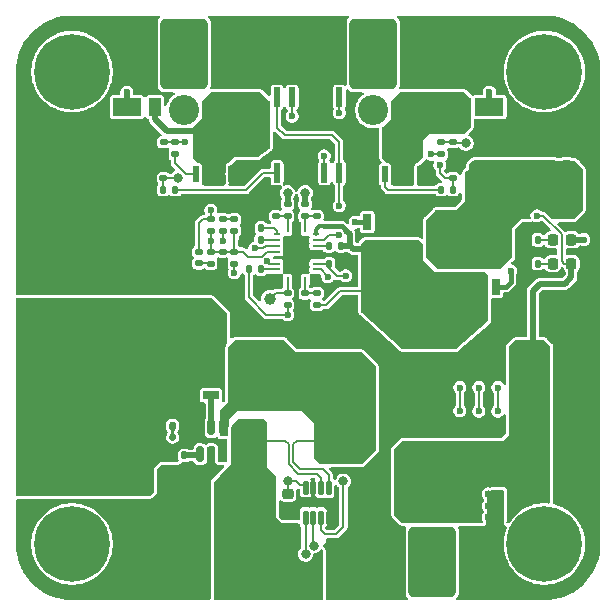
<source format=gbr>
%TF.GenerationSoftware,KiCad,Pcbnew,9.0.2*%
%TF.CreationDate,2025-06-26T01:43:21+01:00*%
%TF.ProjectId,PDB_AURA,5044425f-4155-4524-912e-6b696361645f,rev?*%
%TF.SameCoordinates,Original*%
%TF.FileFunction,Copper,L1,Top*%
%TF.FilePolarity,Positive*%
%FSLAX46Y46*%
G04 Gerber Fmt 4.6, Leading zero omitted, Abs format (unit mm)*
G04 Created by KiCad (PCBNEW 9.0.2) date 2025-06-26 01:43:21*
%MOMM*%
%LPD*%
G01*
G04 APERTURE LIST*
G04 Aperture macros list*
%AMRoundRect*
0 Rectangle with rounded corners*
0 $1 Rounding radius*
0 $2 $3 $4 $5 $6 $7 $8 $9 X,Y pos of 4 corners*
0 Add a 4 corners polygon primitive as box body*
4,1,4,$2,$3,$4,$5,$6,$7,$8,$9,$2,$3,0*
0 Add four circle primitives for the rounded corners*
1,1,$1+$1,$2,$3*
1,1,$1+$1,$4,$5*
1,1,$1+$1,$6,$7*
1,1,$1+$1,$8,$9*
0 Add four rect primitives between the rounded corners*
20,1,$1+$1,$2,$3,$4,$5,0*
20,1,$1+$1,$4,$5,$6,$7,0*
20,1,$1+$1,$6,$7,$8,$9,0*
20,1,$1+$1,$8,$9,$2,$3,0*%
%AMOutline5P*
0 Free polygon, 5 corners , with rotation*
0 The origin of the aperture is its center*
0 number of corners: always 5*
0 $1 to $10 corner X, Y*
0 $11 Rotation angle, in degrees counterclockwise*
0 create outline with 5 corners*
4,1,5,$1,$2,$3,$4,$5,$6,$7,$8,$9,$10,$1,$2,$11*%
%AMOutline6P*
0 Free polygon, 6 corners , with rotation*
0 The origin of the aperture is its center*
0 number of corners: always 6*
0 $1 to $12 corner X, Y*
0 $13 Rotation angle, in degrees counterclockwise*
0 create outline with 6 corners*
4,1,6,$1,$2,$3,$4,$5,$6,$7,$8,$9,$10,$11,$12,$1,$2,$13*%
%AMOutline7P*
0 Free polygon, 7 corners , with rotation*
0 The origin of the aperture is its center*
0 number of corners: always 7*
0 $1 to $14 corner X, Y*
0 $15 Rotation angle, in degrees counterclockwise*
0 create outline with 7 corners*
4,1,7,$1,$2,$3,$4,$5,$6,$7,$8,$9,$10,$11,$12,$13,$14,$1,$2,$15*%
%AMOutline8P*
0 Free polygon, 8 corners , with rotation*
0 The origin of the aperture is its center*
0 number of corners: always 8*
0 $1 to $16 corner X, Y*
0 $17 Rotation angle, in degrees counterclockwise*
0 create outline with 8 corners*
4,1,8,$1,$2,$3,$4,$5,$6,$7,$8,$9,$10,$11,$12,$13,$14,$15,$16,$1,$2,$17*%
G04 Aperture macros list end*
%TA.AperFunction,ComponentPad*%
%ADD10C,2.550000*%
%TD*%
%TA.AperFunction,ComponentPad*%
%ADD11C,1.500000*%
%TD*%
%TA.AperFunction,SMDPad,CuDef*%
%ADD12RoundRect,0.135000X-0.185000X0.135000X-0.185000X-0.135000X0.185000X-0.135000X0.185000X0.135000X0*%
%TD*%
%TA.AperFunction,SMDPad,CuDef*%
%ADD13RoundRect,0.073750X-0.221250X0.736250X-0.221250X-0.736250X0.221250X-0.736250X0.221250X0.736250X0*%
%TD*%
%TA.AperFunction,SMDPad,CuDef*%
%ADD14RoundRect,0.135000X0.185000X-0.135000X0.185000X0.135000X-0.185000X0.135000X-0.185000X-0.135000X0*%
%TD*%
%TA.AperFunction,SMDPad,CuDef*%
%ADD15RoundRect,0.500000X3.500000X2.000000X-3.500000X2.000000X-3.500000X-2.000000X3.500000X-2.000000X0*%
%TD*%
%TA.AperFunction,SMDPad,CuDef*%
%ADD16RoundRect,0.135000X0.135000X0.185000X-0.135000X0.185000X-0.135000X-0.185000X0.135000X-0.185000X0*%
%TD*%
%TA.AperFunction,SMDPad,CuDef*%
%ADD17C,1.000000*%
%TD*%
%TA.AperFunction,SMDPad,CuDef*%
%ADD18RoundRect,0.250000X1.100000X-0.325000X1.100000X0.325000X-1.100000X0.325000X-1.100000X-0.325000X0*%
%TD*%
%TA.AperFunction,SMDPad,CuDef*%
%ADD19RoundRect,0.250000X-0.325000X-1.100000X0.325000X-1.100000X0.325000X1.100000X-0.325000X1.100000X0*%
%TD*%
%TA.AperFunction,SMDPad,CuDef*%
%ADD20R,0.710000X1.372000*%
%TD*%
%TA.AperFunction,SMDPad,CuDef*%
%ADD21R,4.520000X3.850000*%
%TD*%
%TA.AperFunction,SMDPad,CuDef*%
%ADD22R,0.710000X0.590000*%
%TD*%
%TA.AperFunction,SMDPad,CuDef*%
%ADD23RoundRect,0.140000X0.140000X0.170000X-0.140000X0.170000X-0.140000X-0.170000X0.140000X-0.170000X0*%
%TD*%
%TA.AperFunction,SMDPad,CuDef*%
%ADD24RoundRect,0.140000X-0.170000X0.140000X-0.170000X-0.140000X0.170000X-0.140000X0.170000X0.140000X0*%
%TD*%
%TA.AperFunction,SMDPad,CuDef*%
%ADD25RoundRect,0.218750X-0.218750X-0.256250X0.218750X-0.256250X0.218750X0.256250X-0.218750X0.256250X0*%
%TD*%
%TA.AperFunction,SMDPad,CuDef*%
%ADD26RoundRect,0.140000X0.170000X-0.140000X0.170000X0.140000X-0.170000X0.140000X-0.170000X-0.140000X0*%
%TD*%
%TA.AperFunction,ComponentPad*%
%ADD27C,0.800000*%
%TD*%
%TA.AperFunction,ComponentPad*%
%ADD28C,6.400000*%
%TD*%
%TA.AperFunction,SMDPad,CuDef*%
%ADD29RoundRect,0.135000X-0.135000X-0.185000X0.135000X-0.185000X0.135000X0.185000X-0.135000X0.185000X0*%
%TD*%
%TA.AperFunction,SMDPad,CuDef*%
%ADD30R,0.480000X1.400000*%
%TD*%
%TA.AperFunction,SMDPad,CuDef*%
%ADD31Outline6P,-1.000000X1.362500X1.000000X1.362500X1.000000X-0.962500X0.600000X-1.362500X-0.600000X-1.362500X-1.000000X-0.962500X0.000000*%
%TD*%
%TA.AperFunction,SMDPad,CuDef*%
%ADD32R,0.560000X1.525000*%
%TD*%
%TA.AperFunction,SMDPad,CuDef*%
%ADD33R,0.250000X0.600000*%
%TD*%
%TA.AperFunction,SMDPad,CuDef*%
%ADD34R,0.600000X0.250000*%
%TD*%
%TA.AperFunction,SMDPad,CuDef*%
%ADD35R,1.700000X2.700000*%
%TD*%
%TA.AperFunction,SMDPad,CuDef*%
%ADD36RoundRect,0.140000X-0.140000X-0.170000X0.140000X-0.170000X0.140000X0.170000X-0.140000X0.170000X0*%
%TD*%
%TA.AperFunction,SMDPad,CuDef*%
%ADD37RoundRect,0.060000X-0.180000X0.545000X-0.180000X-0.545000X0.180000X-0.545000X0.180000X0.545000X0*%
%TD*%
%TA.AperFunction,SMDPad,CuDef*%
%ADD38R,1.372000X0.710000*%
%TD*%
%TA.AperFunction,SMDPad,CuDef*%
%ADD39R,3.850000X4.520000*%
%TD*%
%TA.AperFunction,SMDPad,CuDef*%
%ADD40R,0.590000X0.710000*%
%TD*%
%TA.AperFunction,SMDPad,CuDef*%
%ADD41R,2.400000X1.500000*%
%TD*%
%TA.AperFunction,SMDPad,CuDef*%
%ADD42R,1.050000X1.500000*%
%TD*%
%TA.AperFunction,SMDPad,CuDef*%
%ADD43RoundRect,0.250000X-0.362500X-1.425000X0.362500X-1.425000X0.362500X1.425000X-0.362500X1.425000X0*%
%TD*%
%TA.AperFunction,SMDPad,CuDef*%
%ADD44RoundRect,0.225000X-0.250000X0.225000X-0.250000X-0.225000X0.250000X-0.225000X0.250000X0.225000X0*%
%TD*%
%TA.AperFunction,SMDPad,CuDef*%
%ADD45RoundRect,0.487500X-2.012500X1.137500X-2.012500X-1.137500X2.012500X-1.137500X2.012500X1.137500X0*%
%TD*%
%TA.AperFunction,SMDPad,CuDef*%
%ADD46RoundRect,0.150000X0.150000X-0.512500X0.150000X0.512500X-0.150000X0.512500X-0.150000X-0.512500X0*%
%TD*%
%TA.AperFunction,SMDPad,CuDef*%
%ADD47RoundRect,0.073750X0.221250X-0.736250X0.221250X0.736250X-0.221250X0.736250X-0.221250X-0.736250X0*%
%TD*%
%TA.AperFunction,SMDPad,CuDef*%
%ADD48RoundRect,0.400000X1.600000X-2.600000X1.600000X2.600000X-1.600000X2.600000X-1.600000X-2.600000X0*%
%TD*%
%TA.AperFunction,SMDPad,CuDef*%
%ADD49RoundRect,0.400000X-1.600000X2.600000X-1.600000X-2.600000X1.600000X-2.600000X1.600000X2.600000X0*%
%TD*%
%TA.AperFunction,ViaPad*%
%ADD50C,0.600000*%
%TD*%
%TA.AperFunction,ViaPad*%
%ADD51C,0.800000*%
%TD*%
%TA.AperFunction,Conductor*%
%ADD52C,0.200000*%
%TD*%
%TA.AperFunction,Conductor*%
%ADD53C,0.500000*%
%TD*%
%TA.AperFunction,Conductor*%
%ADD54C,0.300000*%
%TD*%
%TA.AperFunction,Conductor*%
%ADD55C,0.400000*%
%TD*%
G04 APERTURE END LIST*
D10*
%TO.P,J300,1,1*%
%TO.N,+BATT_FILT*%
X64500000Y-58250000D03*
%TO.P,J300,2,2*%
%TO.N,/300_Connectors/VBAT_CH1*%
X69500000Y-58250000D03*
D11*
%TO.P,J300,3,3*%
%TO.N,GND*%
X61500000Y-53250000D03*
%TO.P,J300,4,4*%
X72500000Y-53250000D03*
%TD*%
D12*
%TO.P,R202,1*%
%TO.N,GND*%
X72250000Y-66240000D03*
%TO.P,R202,2*%
%TO.N,/200_Buck_Regulator/5V_EN*%
X72250000Y-67260000D03*
%TD*%
D13*
%TO.P,U301,1*%
%TO.N,/300_Connectors/MSFT_2_R*%
X77635000Y-57172500D03*
%TO.P,U301,2*%
%TO.N,GND*%
X76365000Y-57172500D03*
%TO.P,U301,3*%
%TO.N,/300_Connectors/VGS_CH2*%
X76365000Y-63562500D03*
%TO.P,U301,4*%
%TO.N,+5V*%
X77635000Y-63562500D03*
%TD*%
D14*
%TO.P,R210,1*%
%TO.N,/200_Buck_Regulator/5V_SW*%
X75750000Y-74760000D03*
%TO.P,R210,2*%
%TO.N,/200_Buck_Regulator/5V_ILIM*%
X75750000Y-73740000D03*
%TD*%
D12*
%TO.P,R206,1*%
%TO.N,/200_Buck_Regulator/5V_FB*%
X68750000Y-70240000D03*
%TO.P,R206,2*%
%TO.N,+5V*%
X68750000Y-71260000D03*
%TD*%
D15*
%TO.P,J102,1,1*%
%TO.N,GND*%
X56000000Y-63750000D03*
%TD*%
D16*
%TO.P,R203,1*%
%TO.N,/200_Buck_Regulator/5V_SYNCIN*%
X71010000Y-71750000D03*
%TO.P,R203,2*%
%TO.N,+5V_VCC*%
X69990000Y-71750000D03*
%TD*%
D17*
%TO.P,TP202,1,1*%
%TO.N,/200_Buck_Regulator/5V_PGOOD*%
X71750000Y-74250000D03*
%TD*%
D18*
%TO.P,C200,1*%
%TO.N,+BATT_FILT*%
X90500000Y-63975000D03*
%TO.P,C200,2*%
%TO.N,GND*%
X90500000Y-61025000D03*
%TD*%
D19*
%TO.P,C205,1*%
%TO.N,+5V*%
X88075000Y-91750000D03*
%TO.P,C205,2*%
%TO.N,GND*%
X91025000Y-91750000D03*
%TD*%
D20*
%TO.P,Q200,1,G*%
%TO.N,/200_Buck_Regulator/5V_HO*%
X90905000Y-73211000D03*
D21*
%TO.P,Q200,2,D*%
%TO.N,+BATT_FILT*%
X89000000Y-69500000D03*
D22*
X87095000Y-67280000D03*
X88365000Y-67280000D03*
X89635000Y-67280000D03*
X90905000Y-67280000D03*
D20*
%TO.P,Q200,3,S*%
%TO.N,/200_Buck_Regulator/5V_SW*%
X87095000Y-73211000D03*
X88365000Y-73211000D03*
X89635000Y-73211000D03*
%TD*%
D12*
%TO.P,R209,1*%
%TO.N,/200_Buck_Regulator/5V_PGOOD*%
X73250000Y-73740000D03*
%TO.P,R209,2*%
%TO.N,+5V_VCC*%
X73250000Y-74760000D03*
%TD*%
D23*
%TO.P,C104,1*%
%TO.N,+BATT*%
X64480000Y-85000000D03*
%TO.P,C104,2*%
%TO.N,GND*%
X63520000Y-85000000D03*
%TD*%
D24*
%TO.P,C210,1*%
%TO.N,/200_Buck_Regulator/5V_ILIM*%
X74750000Y-73770000D03*
%TO.P,C210,2*%
%TO.N,GND*%
X74750000Y-74730000D03*
%TD*%
D25*
%TO.P,D200,1,K*%
%TO.N,/200_Buck_Regulator/5V_LED*%
X95712500Y-71250000D03*
%TO.P,D200,2,A*%
%TO.N,+5V*%
X97287500Y-71250000D03*
%TD*%
D26*
%TO.P,C218,1*%
%TO.N,+BATT_FILT*%
X97500000Y-62980000D03*
%TO.P,C218,2*%
%TO.N,GND*%
X97500000Y-62020000D03*
%TD*%
D27*
%TO.P,H102,1,1*%
%TO.N,unconnected-(H102-Pad1)_8*%
X92600000Y-55000000D03*
%TO.N,unconnected-(H102-Pad1)_3*%
X93302944Y-53302944D03*
%TO.N,unconnected-(H102-Pad1)_2*%
X93302944Y-56697056D03*
%TO.N,unconnected-(H102-Pad1)_5*%
X95000000Y-52600000D03*
D28*
%TO.N,unconnected-(H102-Pad1)_6*%
X95000000Y-55000000D03*
D27*
%TO.N,unconnected-(H102-Pad1)_4*%
X95000000Y-57400000D03*
%TO.N,unconnected-(H102-Pad1)_7*%
X96697056Y-53302944D03*
%TO.N,unconnected-(H102-Pad1)*%
X96697056Y-56697056D03*
%TO.N,unconnected-(H102-Pad1)_1*%
X97400000Y-55000000D03*
%TD*%
D24*
%TO.P,C212,1*%
%TO.N,/200_Buck_Regulator/COMP_FB_C*%
X66750000Y-67520000D03*
%TO.P,C212,2*%
%TO.N,/200_Buck_Regulator/5V_FB*%
X66750000Y-68480000D03*
%TD*%
D23*
%TO.P,C211,1*%
%TO.N,/200_Buck_Regulator/5V_SS*%
X70980000Y-69250000D03*
%TO.P,C211,2*%
%TO.N,GND*%
X70020000Y-69250000D03*
%TD*%
D10*
%TO.P,J100,1,1*%
%TO.N,+BATT*%
X63162000Y-77500000D03*
%TO.P,J100,2,2*%
%TO.N,GND*%
X63162000Y-72500000D03*
D11*
%TO.P,J100,3,3*%
X53162000Y-69500000D03*
%TO.P,J100,4,4*%
%TO.N,+BATT*%
X53162000Y-80500000D03*
%TD*%
D10*
%TO.P,J303,1,1*%
%TO.N,+BATT_FILT*%
X69500000Y-91750000D03*
%TO.P,J303,2,2*%
%TO.N,GND*%
X64500000Y-91750000D03*
D11*
%TO.P,J303,3,3*%
%TO.N,+BATT_FILT*%
X72500000Y-96750000D03*
%TO.P,J303,4,4*%
%TO.N,GND*%
X61500000Y-96750000D03*
%TD*%
D29*
%TO.P,R211,1*%
%TO.N,GND*%
X93410000Y-71250000D03*
%TO.P,R211,2*%
%TO.N,/200_Buck_Regulator/5V_LED*%
X94430000Y-71250000D03*
%TD*%
D30*
%TO.P,Q300,1,G*%
%TO.N,/300_Connectors/VGS_CH1_R*%
X65500000Y-63688000D03*
D31*
%TO.P,Q300,2,D*%
%TO.N,/300_Connectors/VBAT_CH1*%
X67000000Y-61500000D03*
D32*
X67000000Y-63625000D03*
D30*
%TO.P,Q300,3,S*%
%TO.N,GND*%
X68500000Y-63688000D03*
%TD*%
D12*
%TO.P,R207,1*%
%TO.N,/200_Buck_Regulator/5V_FB*%
X66750000Y-70240000D03*
%TO.P,R207,2*%
%TO.N,/200_Buck_Regulator/COMP_FB_R*%
X66750000Y-71260000D03*
%TD*%
D27*
%TO.P,H101,1,1*%
%TO.N,unconnected-(H101-Pad1)_3*%
X52600000Y-55000000D03*
%TO.N,unconnected-(H101-Pad1)_5*%
X53302944Y-53302944D03*
%TO.N,unconnected-(H101-Pad1)_1*%
X53302944Y-56697056D03*
%TO.N,unconnected-(H101-Pad1)*%
X55000000Y-52600000D03*
D28*
%TO.N,unconnected-(H101-Pad1)_7*%
X55000000Y-55000000D03*
D27*
%TO.N,unconnected-(H101-Pad1)_2*%
X55000000Y-57400000D03*
%TO.N,unconnected-(H101-Pad1)_8*%
X56697056Y-53302944D03*
%TO.N,unconnected-(H101-Pad1)_4*%
X56697056Y-56697056D03*
%TO.N,unconnected-(H101-Pad1)_6*%
X57400000Y-55000000D03*
%TD*%
D29*
%TO.P,R208,1*%
%TO.N,GND*%
X69990000Y-68250000D03*
%TO.P,R208,2*%
%TO.N,/200_Buck_Regulator/5V_RT*%
X71010000Y-68250000D03*
%TD*%
%TO.P,C207,1*%
%TO.N,/200_Buck_Regulator/5V_BST*%
X76740000Y-69750000D03*
%TO.P,C207,2*%
%TO.N,/200_Buck_Regulator/5V_SW*%
X77760000Y-69750000D03*
%TD*%
D33*
%TO.P,U200,1,EN/UVLO*%
%TO.N,/200_Buck_Regulator/5V_EN*%
X73250000Y-68350000D03*
D34*
%TO.P,U200,2,RT*%
%TO.N,/200_Buck_Regulator/5V_RT*%
X72350000Y-68750000D03*
%TO.P,U200,3,SS/TRK*%
%TO.N,/200_Buck_Regulator/5V_SS*%
X72350000Y-69250000D03*
%TO.P,U200,4,COMP*%
%TO.N,/200_Buck_Regulator/COMP_FB_C*%
X72350000Y-69750000D03*
%TO.P,U200,5,FB*%
%TO.N,/200_Buck_Regulator/5V_FB*%
X72350000Y-70250000D03*
%TO.P,U200,6,AGND*%
%TO.N,GND*%
X72350000Y-70750000D03*
%TO.P,U200,7,SYNCOUT*%
%TO.N,/200_Buck_Regulator/5V_SYNCOUT*%
X72350000Y-71250000D03*
%TO.P,U200,8,SYNCIN*%
%TO.N,/200_Buck_Regulator/5V_SYNCIN*%
X72350000Y-71750000D03*
%TO.P,U200,9,NC_1*%
%TO.N,GND*%
X72350000Y-72250000D03*
D33*
%TO.P,U200,10,PGOOD*%
%TO.N,/200_Buck_Regulator/5V_PGOOD*%
X73250000Y-72650000D03*
%TO.P,U200,11,ILIM*%
%TO.N,/200_Buck_Regulator/5V_ILIM*%
X74750000Y-72650000D03*
D34*
%TO.P,U200,12,PGND*%
%TO.N,GND*%
X75650000Y-72250000D03*
%TO.P,U200,13,LO*%
%TO.N,/200_Buck_Regulator/5V_LO*%
X75650000Y-71750000D03*
%TO.P,U200,14,VCC*%
%TO.N,+5V_VCC*%
X75650000Y-71250000D03*
%TO.P,U200,15,EP_1*%
%TO.N,GND*%
X75650000Y-70750000D03*
%TO.P,U200,16,NC_2*%
X75650000Y-70250000D03*
%TO.P,U200,17,BST*%
%TO.N,/200_Buck_Regulator/5V_BST*%
X75650000Y-69750000D03*
%TO.P,U200,18,HO*%
%TO.N,/200_Buck_Regulator/5V_HO*%
X75650000Y-69250000D03*
%TO.P,U200,19,SW*%
%TO.N,/200_Buck_Regulator/5V_SW*%
X75650000Y-68750000D03*
D33*
%TO.P,U200,20,VIN*%
%TO.N,/200_Buck_Regulator/5V_VIN*%
X74750000Y-68350000D03*
D35*
%TO.P,U200,21,EP_2*%
%TO.N,GND*%
X74000000Y-70500000D03*
%TD*%
D36*
%TO.P,C202,1*%
%TO.N,+5V*%
X95020000Y-85500000D03*
%TO.P,C202,2*%
%TO.N,GND*%
X95980000Y-85500000D03*
%TD*%
%TO.P,C209,1*%
%TO.N,+5V_VCC*%
X76770000Y-71250000D03*
%TO.P,C209,2*%
%TO.N,GND*%
X77730000Y-71250000D03*
%TD*%
D20*
%TO.P,Q201,1,G*%
%TO.N,/200_Buck_Regulator/5V_LO*%
X80019000Y-67754000D03*
D22*
%TO.P,Q201,2,D*%
%TO.N,/200_Buck_Regulator/5V_SW*%
X80019000Y-73568000D03*
X81289000Y-73568000D03*
X82559000Y-73568000D03*
X83829000Y-73568000D03*
D21*
X81924000Y-71348000D03*
D20*
%TO.P,Q201,3,S*%
%TO.N,GND*%
X81289000Y-67754000D03*
X82559000Y-67754000D03*
X83829000Y-67754000D03*
%TD*%
D14*
%TO.P,R205,1*%
%TO.N,GND*%
X67750000Y-71260000D03*
%TO.P,R205,2*%
%TO.N,/200_Buck_Regulator/5V_FB*%
X67750000Y-70240000D03*
%TD*%
%TO.P,R200,1*%
%TO.N,/200_Buck_Regulator/5V_VIN*%
X74750000Y-67260000D03*
%TO.P,R200,2*%
%TO.N,+BATT_FILT*%
X74750000Y-66240000D03*
%TD*%
D27*
%TO.P,H100,1,1*%
%TO.N,unconnected-(H100-Pad1)_3*%
X92600000Y-95000000D03*
%TO.N,unconnected-(H100-Pad1)_7*%
X93302944Y-93302944D03*
%TO.N,unconnected-(H100-Pad1)_1*%
X93302944Y-96697056D03*
%TO.N,unconnected-(H100-Pad1)_5*%
X95000000Y-92600000D03*
D28*
%TO.N,unconnected-(H100-Pad1)_2*%
X95000000Y-95000000D03*
D27*
%TO.N,unconnected-(H100-Pad1)_6*%
X95000000Y-97400000D03*
%TO.N,unconnected-(H100-Pad1)_8*%
X96697056Y-93302944D03*
%TO.N,unconnected-(H100-Pad1)_4*%
X96697056Y-96697056D03*
%TO.N,unconnected-(H100-Pad1)*%
X97400000Y-95000000D03*
%TD*%
D36*
%TO.P,C203,1*%
%TO.N,+5V*%
X95020000Y-86500000D03*
%TO.P,C203,2*%
%TO.N,GND*%
X95980000Y-86500000D03*
%TD*%
%TO.P,C101,1*%
%TO.N,+BATT*%
X63540000Y-87500000D03*
%TO.P,C101,2*%
%TO.N,/100_Power/VCAP*%
X64500000Y-87500000D03*
%TD*%
D27*
%TO.P,H103,1,1*%
%TO.N,unconnected-(H103-Pad1)_8*%
X52600000Y-95000000D03*
%TO.N,unconnected-(H103-Pad1)_3*%
X53302944Y-93302944D03*
%TO.N,unconnected-(H103-Pad1)_5*%
X53302944Y-96697056D03*
%TO.N,unconnected-(H103-Pad1)_2*%
X55000000Y-92600000D03*
D28*
%TO.N,unconnected-(H103-Pad1)_4*%
X55000000Y-95000000D03*
D27*
%TO.N,unconnected-(H103-Pad1)_6*%
X55000000Y-97400000D03*
%TO.N,unconnected-(H103-Pad1)_1*%
X56697056Y-93302944D03*
%TO.N,unconnected-(H103-Pad1)*%
X56697056Y-96697056D03*
%TO.N,unconnected-(H103-Pad1)_7*%
X57400000Y-95000000D03*
%TD*%
D29*
%TO.P,R101,1*%
%TO.N,GND*%
X93410000Y-69250000D03*
%TO.P,R101,2*%
%TO.N,/100_Power/VBAT_LED*%
X94430000Y-69250000D03*
%TD*%
D37*
%TO.P,U302,1,IN+*%
%TO.N,INA_IN+*%
X76725000Y-90245000D03*
%TO.P,U302,2,IN-*%
%TO.N,+BATT_FILT*%
X76075000Y-90245000D03*
%TO.P,U302,3,GND*%
%TO.N,GND*%
X75425000Y-90245000D03*
%TO.P,U302,4,VS*%
%TO.N,+3V3*%
X74775000Y-90245000D03*
%TO.P,U302,5,SCL*%
%TO.N,SCL*%
X74775000Y-92755000D03*
%TO.P,U302,6,SDA*%
%TO.N,SDA*%
X75425000Y-92755000D03*
%TO.P,U302,7,A0*%
%TO.N,+3V3*%
X76075000Y-92755000D03*
%TO.P,U302,8,A1*%
%TO.N,GND*%
X76725000Y-92755000D03*
%TD*%
D12*
%TO.P,R204,1*%
%TO.N,/200_Buck_Regulator/5V_FB_RC*%
X67750000Y-67490000D03*
%TO.P,R204,2*%
%TO.N,+5V*%
X67750000Y-68510000D03*
%TD*%
D19*
%TO.P,C204,1*%
%TO.N,+5V*%
X94025000Y-83250000D03*
%TO.P,C204,2*%
%TO.N,GND*%
X96975000Y-83250000D03*
%TD*%
D38*
%TO.P,Q100,1,G*%
%TO.N,/100_Power/PLR_G*%
X66789000Y-82405000D03*
D39*
%TO.P,Q100,2,D*%
%TO.N,INA_IN+*%
X70500000Y-80500000D03*
D40*
X72720000Y-78595000D03*
X72720000Y-79865000D03*
X72720000Y-81135000D03*
X72720000Y-82405000D03*
D38*
%TO.P,Q100,3,S*%
%TO.N,+BATT*%
X66789000Y-78595000D03*
X66789000Y-79865000D03*
X66789000Y-81135000D03*
%TD*%
D24*
%TO.P,C214,1*%
%TO.N,/200_Buck_Regulator/5V_FB_RC*%
X68750000Y-67520000D03*
%TO.P,C214,2*%
%TO.N,/200_Buck_Regulator/5V_FB*%
X68750000Y-68480000D03*
%TD*%
D14*
%TO.P,R201,1*%
%TO.N,/200_Buck_Regulator/5V_EN*%
X73250000Y-67260000D03*
%TO.P,R201,2*%
%TO.N,+BATT_FILT*%
X73250000Y-66240000D03*
%TD*%
D41*
%TO.P,D300,1,K*%
%TO.N,+BATT_FILT*%
X59650000Y-58000000D03*
D42*
%TO.P,D300,2,A*%
%TO.N,/300_Connectors/VBAT_CH1*%
X62025000Y-58000000D03*
%TD*%
D36*
%TO.P,C215,1*%
%TO.N,+5V*%
X95020000Y-87500000D03*
%TO.P,C215,2*%
%TO.N,GND*%
X95980000Y-87500000D03*
%TD*%
D26*
%TO.P,C213,1*%
%TO.N,/200_Buck_Regulator/COMP_FB_R*%
X65750000Y-71230000D03*
%TO.P,C213,2*%
%TO.N,/200_Buck_Regulator/COMP_FB_C*%
X65750000Y-70270000D03*
%TD*%
D25*
%TO.P,D100,1,K*%
%TO.N,/100_Power/VBAT_LED*%
X95712500Y-69250000D03*
%TO.P,D100,2,A*%
%TO.N,+BATT_FILT*%
X97287500Y-69250000D03*
%TD*%
D17*
%TO.P,TP200,1,1*%
%TO.N,+5V*%
X94250000Y-89500000D03*
%TD*%
D26*
%TO.P,C217,1*%
%TO.N,+BATT_FILT*%
X96250000Y-62980000D03*
%TO.P,C217,2*%
%TO.N,GND*%
X96250000Y-62020000D03*
%TD*%
D29*
%TO.P,R307,1*%
%TO.N,/300_Connectors/VGS_CH2_R*%
X86240000Y-65000000D03*
%TO.P,R307,2*%
%TO.N,/300_Connectors/VGS_CH2*%
X87260000Y-65000000D03*
%TD*%
D30*
%TO.P,Q301,1,G*%
%TO.N,/300_Connectors/VGS_CH2_R*%
X81500000Y-63688000D03*
D31*
%TO.P,Q301,2,D*%
%TO.N,/300_Connectors/VBAT_CH2*%
X83000000Y-61500000D03*
D32*
X83000000Y-63625000D03*
D30*
%TO.P,Q301,3,S*%
%TO.N,GND*%
X84500000Y-63688000D03*
%TD*%
D43*
%TO.P,R100,1*%
%TO.N,+BATT_FILT*%
X70596500Y-86250000D03*
%TO.P,R100,2*%
%TO.N,INA_IN+*%
X76521500Y-86250000D03*
%TD*%
D44*
%TO.P,C300,1*%
%TO.N,+3V3*%
X73280000Y-90725000D03*
%TO.P,C300,2*%
%TO.N,GND*%
X73280000Y-92275000D03*
%TD*%
D12*
%TO.P,R300,1*%
%TO.N,GND*%
X62750000Y-62990000D03*
%TO.P,R300,2*%
%TO.N,MSFT_1*%
X62750000Y-64010000D03*
%TD*%
%TO.P,R306,1*%
%TO.N,GND*%
X87250000Y-62990000D03*
%TO.P,R306,2*%
%TO.N,/300_Connectors/VGS_CH2*%
X87250000Y-64010000D03*
%TD*%
D14*
%TO.P,R305,1*%
%TO.N,/300_Connectors/MSFT_2_R*%
X86250000Y-62010000D03*
%TO.P,R305,2*%
%TO.N,MSFT_2*%
X86250000Y-60990000D03*
%TD*%
D45*
%TO.P,L200,1,1*%
%TO.N,/200_Buck_Regulator/5V_SW*%
X85250000Y-76875000D03*
%TO.P,L200,2,2*%
%TO.N,+5V*%
X85250000Y-88125000D03*
%TD*%
D10*
%TO.P,J304,1,1*%
%TO.N,+5V*%
X85500000Y-91750000D03*
%TO.P,J304,2,2*%
%TO.N,GND*%
X80500000Y-91750000D03*
D11*
%TO.P,J304,3,3*%
X88500000Y-96750000D03*
%TO.P,J304,4,4*%
X77500000Y-96750000D03*
%TD*%
D15*
%TO.P,J101,1,1*%
%TO.N,+BATT*%
X56000000Y-86250000D03*
%TD*%
D16*
%TO.P,R301,1*%
%TO.N,/300_Connectors/MSFT_1_R*%
X63760000Y-65000000D03*
%TO.P,R301,2*%
%TO.N,MSFT_1*%
X62740000Y-65000000D03*
%TD*%
D10*
%TO.P,J301,1,1*%
%TO.N,+BATT_FILT*%
X80500000Y-58250000D03*
%TO.P,J301,2,2*%
%TO.N,/300_Connectors/VBAT_CH2*%
X85500000Y-58250000D03*
D11*
%TO.P,J301,3,3*%
%TO.N,GND*%
X77500000Y-53250000D03*
%TO.P,J301,4,4*%
X88500000Y-53250000D03*
%TD*%
D19*
%TO.P,C216,1*%
%TO.N,+5V*%
X94025000Y-79750000D03*
%TO.P,C216,2*%
%TO.N,GND*%
X96975000Y-79750000D03*
%TD*%
D14*
%TO.P,R302,1*%
%TO.N,GND*%
X62760000Y-62010000D03*
%TO.P,R302,2*%
%TO.N,/300_Connectors/VGS_CH1*%
X62760000Y-60990000D03*
%TD*%
D26*
%TO.P,C208,1*%
%TO.N,/200_Buck_Regulator/5V_VIN*%
X75750000Y-67230000D03*
%TO.P,C208,2*%
%TO.N,GND*%
X75750000Y-66270000D03*
%TD*%
D14*
%TO.P,R303,1*%
%TO.N,/300_Connectors/VGS_CH1_R*%
X63750000Y-62010000D03*
%TO.P,R303,2*%
%TO.N,/300_Connectors/VGS_CH1*%
X63750000Y-60990000D03*
%TD*%
D18*
%TO.P,C102,1*%
%TO.N,INA_IN+*%
X75809000Y-79975000D03*
%TO.P,C102,2*%
%TO.N,GND*%
X75809000Y-77025000D03*
%TD*%
D41*
%TO.P,D301,1,K*%
%TO.N,+BATT_FILT*%
X90350000Y-58000000D03*
D42*
%TO.P,D301,2,A*%
%TO.N,/300_Connectors/VBAT_CH2*%
X87975000Y-58000000D03*
%TD*%
D46*
%TO.P,U100,1,VCAP*%
%TO.N,/100_Power/VCAP*%
X65859000Y-87387500D03*
%TO.P,U100,2,GND*%
%TO.N,GND*%
X66809000Y-87387500D03*
%TO.P,U100,3,EN*%
%TO.N,+BATT*%
X67759000Y-87387500D03*
%TO.P,U100,4,CATHODE*%
%TO.N,INA_IN+*%
X67759000Y-85112500D03*
%TO.P,U100,5,GATE*%
%TO.N,/100_Power/PLR_G*%
X66809000Y-85112500D03*
%TO.P,U100,6,ANODE*%
%TO.N,+BATT*%
X65859000Y-85112500D03*
%TD*%
D14*
%TO.P,R304,1*%
%TO.N,GND*%
X87250000Y-62010000D03*
%TO.P,R304,2*%
%TO.N,MSFT_2*%
X87250000Y-60990000D03*
%TD*%
D18*
%TO.P,C201,1*%
%TO.N,+BATT_FILT*%
X94000000Y-63975000D03*
%TO.P,C201,2*%
%TO.N,GND*%
X94000000Y-61025000D03*
%TD*%
D47*
%TO.P,U300,1*%
%TO.N,/300_Connectors/MSFT_1_R*%
X72365000Y-63562500D03*
%TO.P,U300,2*%
%TO.N,GND*%
X73635000Y-63562500D03*
%TO.P,U300,3*%
%TO.N,/300_Connectors/VGS_CH1*%
X73635000Y-57172500D03*
%TO.P,U300,4*%
%TO.N,+5V*%
X72365000Y-57172500D03*
%TD*%
D48*
%TO.P,J312,1,1*%
%TO.N,GND*%
X64500000Y-96500000D03*
%TD*%
D49*
%TO.P,J307,1,1*%
%TO.N,+BATT_FILT*%
X80500000Y-53500000D03*
%TD*%
D48*
%TO.P,J306,1,1*%
%TO.N,GND*%
X69500000Y-53500000D03*
%TD*%
D49*
%TO.P,J308,1,1*%
%TO.N,GND*%
X85500000Y-53500000D03*
%TD*%
D48*
%TO.P,J309,1,1*%
%TO.N,+BATT_FILT*%
X85500000Y-96500000D03*
%TD*%
%TO.P,J310,1,1*%
%TO.N,GND*%
X80500000Y-96500000D03*
%TD*%
%TO.P,J305,1,1*%
%TO.N,+BATT_FILT*%
X64500000Y-53500000D03*
%TD*%
%TO.P,J311,1,1*%
%TO.N,+BATT_FILT*%
X69500000Y-96500000D03*
%TD*%
D50*
%TO.N,GND*%
X84000000Y-53500000D03*
X52750000Y-72750000D03*
X66000000Y-98750000D03*
X68750000Y-55750000D03*
X79000000Y-97250000D03*
X79000000Y-94250000D03*
X82000000Y-94250000D03*
D51*
X56000000Y-63000000D03*
D50*
X90250000Y-95250000D03*
X63750000Y-98750000D03*
X68000000Y-52750000D03*
X82000000Y-97250000D03*
X66750000Y-65750000D03*
X63750000Y-94250000D03*
X57750000Y-67750000D03*
X69988637Y-67350062D03*
X82000000Y-98750000D03*
X84750000Y-51250000D03*
X68000000Y-54250000D03*
X65250000Y-72750000D03*
X81250000Y-97250000D03*
D51*
X76550000Y-77750000D03*
D50*
X86250000Y-52000000D03*
X85500000Y-55750000D03*
X81250000Y-95750000D03*
X91500000Y-60250000D03*
X63750000Y-96500000D03*
X80500000Y-95750000D03*
X70250000Y-51250000D03*
X95000000Y-60250000D03*
X57750000Y-70250000D03*
X60250000Y-70250000D03*
X90249997Y-81750000D03*
X81250000Y-98750000D03*
X63000000Y-97250000D03*
X65250000Y-97250000D03*
X89500000Y-60250000D03*
X82000000Y-95750000D03*
X63000000Y-95750000D03*
X68000000Y-53500000D03*
X90250000Y-92750000D03*
X76720000Y-91500000D03*
X62750000Y-67750000D03*
X68750000Y-52750000D03*
X81250000Y-94250000D03*
X90250003Y-83750000D03*
X60250000Y-60250000D03*
X52750000Y-60250000D03*
X94000000Y-60250000D03*
X66000000Y-97250000D03*
X76700000Y-73150000D03*
X84000000Y-52000000D03*
X84000000Y-55750000D03*
X80500000Y-97250000D03*
X90250000Y-55250000D03*
X85500000Y-54250000D03*
D51*
X58500000Y-61750000D03*
D50*
X87000000Y-53500000D03*
X84750000Y-54250000D03*
X79000000Y-95000000D03*
X67750000Y-72050000D03*
X75250000Y-55250000D03*
D51*
X56000000Y-61750000D03*
D50*
X80500000Y-94250000D03*
X90250000Y-52750000D03*
X60250000Y-95250000D03*
X68750000Y-51250000D03*
X84750000Y-55000000D03*
D51*
X56000000Y-65500000D03*
D50*
X79750000Y-94250000D03*
X79750000Y-97250000D03*
X65250000Y-96500000D03*
X57750000Y-72750000D03*
X86250000Y-51250000D03*
X60250000Y-55250000D03*
X84750000Y-55750000D03*
X79000000Y-98750000D03*
X64500000Y-94250000D03*
X71000000Y-55000000D03*
X87000000Y-55750000D03*
X97750000Y-78750000D03*
D51*
X58500000Y-63000000D03*
D50*
X87000000Y-52000000D03*
X80500000Y-98750000D03*
X65250000Y-95750000D03*
D51*
X57250000Y-63000000D03*
D50*
X79750000Y-95750000D03*
X86250000Y-54250000D03*
X97510000Y-61240000D03*
X60250000Y-97750000D03*
X90250000Y-91750000D03*
X97750000Y-57750000D03*
X79750000Y-96500000D03*
X81250000Y-95000000D03*
D51*
X74000000Y-69750000D03*
D50*
X79000000Y-95750000D03*
D51*
X53500000Y-64250000D03*
D50*
X84000000Y-52750000D03*
X71000000Y-55750000D03*
X60250000Y-67750000D03*
X81750000Y-83750000D03*
X66000000Y-94250000D03*
X71000000Y-52750000D03*
X77750000Y-55250000D03*
D51*
X54750000Y-64250000D03*
D50*
X55250000Y-67750000D03*
X64500000Y-95750000D03*
X66000000Y-95750000D03*
X86250000Y-55750000D03*
X97750000Y-90250000D03*
D51*
X76670000Y-66290000D03*
D50*
X70250000Y-53500000D03*
X65250000Y-95000000D03*
X81250000Y-98000000D03*
X73625000Y-62150000D03*
X63750000Y-98000000D03*
X63000000Y-96500000D03*
D51*
X53500000Y-65500000D03*
D50*
X97750000Y-60250000D03*
X87000000Y-52750000D03*
X68750000Y-52000000D03*
X90250000Y-97750000D03*
X84000000Y-55000000D03*
X64500000Y-98750000D03*
X80500000Y-95000000D03*
X69500000Y-52750000D03*
X66000000Y-95000000D03*
X65250000Y-98750000D03*
X74070000Y-74733465D03*
X72750000Y-55250000D03*
X63000000Y-98750000D03*
X55250000Y-70250000D03*
D51*
X58500000Y-64250000D03*
D50*
X68750735Y-72899265D03*
D51*
X58500000Y-65500000D03*
D50*
X71000000Y-54250000D03*
D51*
X54750000Y-61750000D03*
D50*
X88070000Y-62010000D03*
X88649997Y-83750000D03*
D51*
X56000000Y-64250000D03*
D50*
X68000000Y-51250000D03*
X68750000Y-54250000D03*
X88649991Y-81750000D03*
X85250000Y-80250000D03*
X60250000Y-72750000D03*
X79750000Y-98750000D03*
X80500000Y-98000000D03*
X93430000Y-68420000D03*
X57750000Y-60250000D03*
D51*
X53500000Y-61750000D03*
D50*
X77750000Y-95250000D03*
X63000000Y-98000000D03*
X84750000Y-52750000D03*
X84000000Y-54250000D03*
X86250000Y-53500000D03*
X69500000Y-52000000D03*
D51*
X54750000Y-65500000D03*
D50*
X63750000Y-95000000D03*
X69500000Y-53500000D03*
X69500000Y-54250000D03*
X55250000Y-72750000D03*
X88070000Y-63000000D03*
X68000000Y-55750000D03*
X65250000Y-98000000D03*
X63750000Y-97250000D03*
X81250000Y-96500000D03*
X76375000Y-58500000D03*
X61930000Y-62990000D03*
D51*
X85354768Y-63680777D03*
D50*
X69500000Y-55750000D03*
X85500000Y-53500000D03*
D51*
X57250000Y-61750000D03*
D50*
X70250000Y-52750000D03*
X85500000Y-52750000D03*
X87000000Y-51250000D03*
X79750000Y-98000000D03*
X82000000Y-98000000D03*
D51*
X82560000Y-66750000D03*
D50*
X80500000Y-96500000D03*
X63000000Y-95000000D03*
X82000000Y-95000000D03*
X78500000Y-71250000D03*
D51*
X74000000Y-71250000D03*
D50*
X85500000Y-51250000D03*
X70250000Y-54250000D03*
X86250000Y-55000000D03*
X97750000Y-80750000D03*
X90250000Y-90750000D03*
X79000000Y-98000000D03*
X75250000Y-52750000D03*
X69500000Y-55000000D03*
X97750000Y-79750000D03*
X62750000Y-92750000D03*
D51*
X57250000Y-65500000D03*
D50*
X72350000Y-72950000D03*
X71000000Y-51250000D03*
X69500000Y-51250000D03*
X93000000Y-60250000D03*
X68000000Y-55000000D03*
X84750000Y-52000000D03*
D51*
X69360000Y-63680000D03*
D50*
X97750000Y-87750000D03*
X93420000Y-70420000D03*
X75430000Y-91520000D03*
X64500000Y-97250000D03*
D51*
X83830000Y-66750000D03*
D50*
X55250000Y-60250000D03*
D51*
X53500000Y-63000000D03*
X54750000Y-63000000D03*
D50*
X70250000Y-52000000D03*
X96250000Y-61240000D03*
X97750000Y-82250000D03*
X65750000Y-66750000D03*
X71000000Y-52000000D03*
X63520000Y-85950000D03*
X82000000Y-96500000D03*
X69350000Y-69518329D03*
X90500000Y-60250000D03*
X87000000Y-54250000D03*
X82750000Y-80250000D03*
D51*
X74950000Y-77750000D03*
D50*
X71000000Y-53500000D03*
X64500000Y-95000000D03*
X63750000Y-95750000D03*
X87000000Y-55000000D03*
X70250000Y-55750000D03*
X85500000Y-55000000D03*
X64500000Y-98000000D03*
X66000000Y-96500000D03*
X64500000Y-96500000D03*
X68000000Y-52000000D03*
X61930000Y-62010000D03*
X62750000Y-90550000D03*
X84750000Y-53500000D03*
X68750000Y-55000000D03*
X84000000Y-51250000D03*
X65250000Y-94250000D03*
X62750000Y-70250000D03*
X52750000Y-67750000D03*
X86250000Y-52750000D03*
D51*
X71400000Y-66240000D03*
D50*
X68750000Y-53500000D03*
X79000000Y-96500000D03*
D51*
X81290000Y-66750000D03*
X57250000Y-64250000D03*
D50*
X70250000Y-55000000D03*
X60250000Y-52750000D03*
X66000000Y-98000000D03*
X79750000Y-95000000D03*
X80250000Y-77750000D03*
X63000000Y-94250000D03*
X85500000Y-52000000D03*
X60250000Y-92750000D03*
%TO.N,+5V*%
X93250000Y-80750000D03*
X92750000Y-90250000D03*
X88750000Y-90750000D03*
X93250000Y-84250000D03*
X77640000Y-66340000D03*
X93250000Y-83250000D03*
X93250000Y-78750000D03*
X92750000Y-85250000D03*
X88750000Y-91750000D03*
X92750000Y-87750000D03*
X90250000Y-87750000D03*
X94370000Y-67224998D03*
X93250000Y-79750000D03*
X82750000Y-90250000D03*
X88750000Y-92750000D03*
X93250000Y-82250000D03*
X67750000Y-69350000D03*
X68750000Y-72050000D03*
D51*
%TO.N,/200_Buck_Regulator/5V_SW*%
X83500000Y-71250000D03*
X80250000Y-71250000D03*
X83500000Y-70000000D03*
X83500000Y-72500000D03*
X80250000Y-70000000D03*
X82000000Y-71250000D03*
X80250000Y-72500000D03*
X82000000Y-72500000D03*
X82000000Y-70000000D03*
D50*
%TO.N,/200_Buck_Regulator/COMP_FB_C*%
X70492220Y-69967739D03*
X66760000Y-66730000D03*
%TO.N,/200_Buck_Regulator/5V_FB*%
X66750000Y-69350000D03*
%TO.N,+BATT*%
X60250000Y-77750000D03*
X60250000Y-75250000D03*
X52750000Y-90250000D03*
D51*
X57250000Y-84250000D03*
D50*
X65250000Y-80250000D03*
D51*
X58500000Y-85500000D03*
D50*
X55250000Y-77750000D03*
X60250000Y-90250000D03*
D51*
X57250000Y-88000000D03*
D50*
X57750000Y-75250000D03*
D51*
X57250000Y-85500000D03*
X54750000Y-88000000D03*
D50*
X55250000Y-75250000D03*
D51*
X56000000Y-84250000D03*
D50*
X67750000Y-77750000D03*
D51*
X56000000Y-86750000D03*
X58500000Y-86750000D03*
X53500000Y-88000000D03*
D50*
X55250000Y-82750000D03*
D51*
X58500000Y-84250000D03*
X53500000Y-84250000D03*
D50*
X52750000Y-75250000D03*
D51*
X53500000Y-86750000D03*
D50*
X65250000Y-75250000D03*
D51*
X54750000Y-84250000D03*
X56000000Y-85500000D03*
D50*
X57750000Y-90250000D03*
D51*
X54750000Y-86750000D03*
D50*
X57750000Y-82750000D03*
X55250000Y-80250000D03*
X52750000Y-77750000D03*
X65250000Y-77750000D03*
X60250000Y-82750000D03*
X57750000Y-80250000D03*
D51*
X58500000Y-88000000D03*
D50*
X62750000Y-80250000D03*
X60250000Y-80250000D03*
X55250000Y-90250000D03*
X62750000Y-75250000D03*
D51*
X54750000Y-85500000D03*
X57250000Y-86750000D03*
D50*
X57750000Y-77750000D03*
D51*
X53500000Y-85500000D03*
X56000000Y-88000000D03*
D50*
X52750000Y-82750000D03*
D51*
%TO.N,MSFT_1*%
X64000000Y-64000000D03*
%TO.N,MSFT_2*%
X88350000Y-61050000D03*
D50*
%TO.N,+3V3*%
X87849988Y-81750000D03*
D51*
X77980000Y-89680000D03*
X73280000Y-89680000D03*
D50*
X87850470Y-83722430D03*
%TO.N,INA_IN+*%
X78750000Y-86250000D03*
X75750000Y-82250000D03*
X77750000Y-87250000D03*
X75750000Y-84250000D03*
X75750000Y-83250000D03*
X77750000Y-83250000D03*
X76750000Y-84250000D03*
X79750000Y-87250000D03*
X77750000Y-85250000D03*
X74750000Y-82250000D03*
X74750000Y-83250000D03*
X73750000Y-82250000D03*
D51*
X71750000Y-82000000D03*
X76500000Y-79250000D03*
X71750000Y-80500000D03*
X70500000Y-79000000D03*
X70500000Y-80500000D03*
D50*
X73750000Y-81250000D03*
D51*
X75000000Y-79250000D03*
D50*
X74750000Y-81250000D03*
X79750000Y-85250000D03*
D51*
X69250000Y-82000000D03*
D50*
X77750000Y-86250000D03*
X76750000Y-82250000D03*
D51*
X70500000Y-82000000D03*
D50*
X79750000Y-86250000D03*
X78750000Y-87250000D03*
D51*
X69250000Y-80500000D03*
D50*
X79750000Y-84250000D03*
X77750000Y-84250000D03*
X78750000Y-85250000D03*
X76750000Y-83250000D03*
X73750000Y-83250000D03*
X78750000Y-84250000D03*
X78750000Y-83250000D03*
X75750000Y-81250000D03*
X76750000Y-81250000D03*
D51*
X71750000Y-79000000D03*
%TO.N,SCL*%
X74780000Y-95850000D03*
D50*
X91050006Y-83750000D03*
X91050000Y-81750000D03*
D51*
%TO.N,SDA*%
X75480025Y-95130025D03*
D50*
X89449994Y-81750000D03*
X89450000Y-83750000D03*
%TO.N,+5V_VCC*%
X73250000Y-75600000D03*
X78170000Y-72302622D03*
%TO.N,/200_Buck_Regulator/5V_HO*%
X77572353Y-68817598D03*
X92140000Y-71860000D03*
%TO.N,/200_Buck_Regulator/5V_LO*%
X76652861Y-72351391D03*
X79000000Y-67754000D03*
%TO.N,/300_Connectors/VGS_CH1*%
X64580000Y-60990000D03*
X73640000Y-58790000D03*
%TO.N,/300_Connectors/MSFT_2_R*%
X77640000Y-58500000D03*
X85410000Y-62010000D03*
%TO.N,/300_Connectors/VGS_CH2*%
X76360000Y-62130000D03*
X86160000Y-62910000D03*
%TO.N,/200_Buck_Regulator/5V_SYNCOUT*%
X71526740Y-71056439D03*
%TO.N,+BATT_FILT*%
X81250000Y-52000000D03*
X79750000Y-53500000D03*
X64500000Y-52000000D03*
X90500000Y-64750000D03*
X80500000Y-55000000D03*
X79750000Y-55750000D03*
X69500000Y-95000000D03*
X65250000Y-53500000D03*
X84000000Y-97250000D03*
X87000000Y-95750000D03*
X80500000Y-53500000D03*
X59650000Y-56750000D03*
X81250000Y-53500000D03*
X85500000Y-94250000D03*
X82000000Y-55000000D03*
X69500000Y-94250000D03*
D51*
X88350000Y-66700000D03*
X89650000Y-66700000D03*
D50*
X84750000Y-95750000D03*
X63000000Y-52000000D03*
D51*
X89000000Y-70750000D03*
X87500000Y-68250000D03*
D50*
X68000000Y-98750000D03*
X67750000Y-92000000D03*
X79000000Y-52000000D03*
X87000000Y-98000000D03*
X85500000Y-97250000D03*
X68000000Y-97250000D03*
X69000000Y-85500000D03*
X93000000Y-64750000D03*
X80500000Y-52750000D03*
X63000000Y-53500000D03*
X71000000Y-95750000D03*
X64500000Y-53500000D03*
X67750000Y-90000000D03*
X68000000Y-98000000D03*
X79750000Y-52750000D03*
X64500000Y-52750000D03*
X70250000Y-94250000D03*
X66000000Y-53500000D03*
X84000000Y-95750000D03*
X82000000Y-52750000D03*
X84000000Y-94250000D03*
X63000000Y-55750000D03*
X86250000Y-97250000D03*
X79000000Y-55000000D03*
X63750000Y-52750000D03*
X91500000Y-64750000D03*
X69500000Y-95750000D03*
X68750000Y-98000000D03*
X66000000Y-55000000D03*
D51*
X89000000Y-68250000D03*
D50*
X70250000Y-97250000D03*
X63750000Y-52000000D03*
X70250000Y-96500000D03*
X85500000Y-98000000D03*
X80500000Y-52000000D03*
X71000000Y-96500000D03*
X68750000Y-94250000D03*
X94000000Y-64750000D03*
X85500000Y-95750000D03*
X63750000Y-54250000D03*
X84750000Y-95000000D03*
X68750000Y-96500000D03*
X85500000Y-95000000D03*
X63750000Y-53500000D03*
X68750000Y-95750000D03*
X86250000Y-98750000D03*
D51*
X90500000Y-70750000D03*
D50*
X82000000Y-53500000D03*
X86250000Y-98000000D03*
X66000000Y-55750000D03*
X71500000Y-90000000D03*
X87000000Y-98750000D03*
X87000000Y-97250000D03*
X84000000Y-98000000D03*
X82000000Y-51250000D03*
D51*
X90500000Y-68250000D03*
D50*
X80500000Y-55750000D03*
X81250000Y-51250000D03*
X63750000Y-55750000D03*
X79000000Y-54250000D03*
X70250000Y-98000000D03*
X80500000Y-54250000D03*
X81250000Y-55750000D03*
X65250000Y-55000000D03*
X79000000Y-51250000D03*
X71000000Y-98000000D03*
X79750000Y-54250000D03*
X65250000Y-52000000D03*
X67750000Y-91000000D03*
X63000000Y-52750000D03*
X98340000Y-69220000D03*
X66000000Y-52750000D03*
X71000000Y-98750000D03*
X68000000Y-96500000D03*
X68750000Y-97250000D03*
D51*
X74750000Y-65250000D03*
D50*
X68750000Y-95000000D03*
X79000000Y-52750000D03*
X66000000Y-52000000D03*
X63000000Y-55000000D03*
X81250000Y-52750000D03*
X86250000Y-95750000D03*
X71000000Y-97250000D03*
D51*
X90900000Y-66700000D03*
D50*
X87000000Y-96500000D03*
X90350000Y-56750000D03*
X84000000Y-98750000D03*
X63750000Y-55000000D03*
X80500000Y-51250000D03*
X68750000Y-98750000D03*
X66000000Y-51250000D03*
X69500000Y-98750000D03*
X69000000Y-87750000D03*
X64500000Y-54250000D03*
X63750000Y-51250000D03*
X67750000Y-93000000D03*
X70250000Y-98750000D03*
X64500000Y-51250000D03*
X85500000Y-98750000D03*
X95000000Y-64750000D03*
X82000000Y-55750000D03*
X69000000Y-90000000D03*
X84750000Y-96500000D03*
X71500000Y-92000000D03*
X79750000Y-52000000D03*
X63000000Y-54250000D03*
X66000000Y-54250000D03*
X82000000Y-54250000D03*
X81250000Y-54250000D03*
X68000000Y-95750000D03*
X71000000Y-94250000D03*
X81250000Y-55000000D03*
D51*
X87500000Y-69500000D03*
X87500000Y-70750000D03*
D50*
X64500000Y-55000000D03*
X82000000Y-52000000D03*
X70250000Y-95000000D03*
X69500000Y-96500000D03*
X68000000Y-95000000D03*
X64500000Y-55750000D03*
X69000000Y-88750000D03*
X84000000Y-96500000D03*
X69000000Y-86750000D03*
X86250000Y-96500000D03*
X65250000Y-51250000D03*
X86250000Y-95000000D03*
X87000000Y-94250000D03*
X87000000Y-95000000D03*
X71500000Y-93000000D03*
X79000000Y-53500000D03*
X86250000Y-94250000D03*
X65250000Y-55750000D03*
X89500000Y-64750000D03*
X68000000Y-94250000D03*
X63000000Y-51250000D03*
X85500000Y-96500000D03*
X79000000Y-55750000D03*
X65250000Y-52750000D03*
X70250000Y-95750000D03*
X79750000Y-51250000D03*
X84750000Y-94250000D03*
X84750000Y-98000000D03*
X84750000Y-98750000D03*
D51*
X90500000Y-69500000D03*
D50*
X79750000Y-55000000D03*
X71500000Y-91000000D03*
X65250000Y-54250000D03*
D51*
X89000000Y-69500000D03*
D50*
X84000000Y-95000000D03*
X69500000Y-97250000D03*
X70250000Y-88750000D03*
X84750000Y-97250000D03*
X69500000Y-98000000D03*
X71000000Y-95000000D03*
D51*
X73250000Y-65250000D03*
D50*
X70250000Y-90000000D03*
%TD*%
D52*
%TO.N,GND*%
X87250000Y-62990000D02*
X88060000Y-62990000D01*
X75650000Y-70750000D02*
X75650000Y-70250000D01*
X87250000Y-62010000D02*
X88070000Y-62010000D01*
X63520000Y-85000000D02*
X63520000Y-85950000D01*
D53*
X85347545Y-63688000D02*
X85354768Y-63680777D01*
D52*
X62760000Y-62010000D02*
X62760000Y-62980000D01*
X74250000Y-70750000D02*
X74000000Y-70500000D01*
D53*
X72250000Y-66240000D02*
X71400000Y-66240000D01*
D52*
X69990000Y-67351425D02*
X69988637Y-67350062D01*
X75650000Y-70250000D02*
X74250000Y-70250000D01*
X69618329Y-69250000D02*
X69350000Y-69518329D01*
X93410000Y-68440000D02*
X93430000Y-68420000D01*
X70020000Y-69250000D02*
X69618329Y-69250000D01*
X74250000Y-70250000D02*
X74000000Y-70500000D01*
X75430000Y-91020000D02*
X75430000Y-90900000D01*
X73500000Y-70750000D02*
X74000000Y-71250000D01*
D53*
X76365000Y-57172500D02*
X76365000Y-58490000D01*
D52*
X93410000Y-69250000D02*
X93410000Y-68440000D01*
D53*
X76365000Y-58490000D02*
X76375000Y-58500000D01*
D52*
X93410000Y-70430000D02*
X93420000Y-70420000D01*
D53*
X74750000Y-74730000D02*
X74073465Y-74730000D01*
X68500000Y-63688000D02*
X69352000Y-63688000D01*
D52*
X67750000Y-71260000D02*
X67750000Y-72050000D01*
X97500000Y-61250000D02*
X97510000Y-61240000D01*
D53*
X76650000Y-66270000D02*
X76670000Y-66290000D01*
D52*
X62760000Y-62980000D02*
X62750000Y-62990000D01*
X97500000Y-62020000D02*
X97500000Y-61250000D01*
D53*
X74073465Y-74730000D02*
X74070000Y-74733465D01*
D52*
X75650000Y-72760000D02*
X75650000Y-72250000D01*
X69990000Y-68250000D02*
X69990000Y-67351425D01*
X93410000Y-71250000D02*
X93410000Y-70430000D01*
X62760000Y-62010000D02*
X61930000Y-62010000D01*
X75650000Y-70750000D02*
X74250000Y-70750000D01*
X88060000Y-62990000D02*
X88070000Y-63000000D01*
X70020000Y-68280000D02*
X69990000Y-68250000D01*
X75425000Y-91395000D02*
X75425000Y-90245000D01*
X75430000Y-90900000D02*
X75425000Y-90895000D01*
D53*
X84500000Y-63688000D02*
X85347545Y-63688000D01*
X77730000Y-71250000D02*
X78500000Y-71250000D01*
D52*
X96250000Y-62020000D02*
X96250000Y-61240000D01*
X76700000Y-73150000D02*
X76040000Y-73150000D01*
D53*
X69352000Y-63688000D02*
X69360000Y-63680000D01*
D52*
X62750000Y-62990000D02*
X61930000Y-62990000D01*
X70020000Y-69250000D02*
X70020000Y-68280000D01*
X72350000Y-70750000D02*
X73500000Y-70750000D01*
D53*
X75750000Y-66270000D02*
X76650000Y-66270000D01*
D52*
X72350000Y-72250000D02*
X72350000Y-72950000D01*
X87250000Y-62990000D02*
X87250000Y-62010000D01*
X76040000Y-73150000D02*
X75650000Y-72760000D01*
D53*
X73635000Y-62160000D02*
X73625000Y-62150000D01*
X73635000Y-63562500D02*
X73635000Y-62160000D01*
D52*
X76725000Y-92755000D02*
X76725000Y-91505000D01*
D53*
%TO.N,+5V*%
X94025000Y-73575000D02*
X94650000Y-72950000D01*
D52*
X96700000Y-71250000D02*
X96451000Y-71001000D01*
X73000000Y-60370000D02*
X77010000Y-60370000D01*
X77640000Y-66340000D02*
X77635000Y-66335000D01*
X96451000Y-71001000D02*
X96451000Y-68772400D01*
X77635000Y-66335000D02*
X77635000Y-63562500D01*
X72365000Y-59735000D02*
X73000000Y-60370000D01*
D53*
X96750000Y-72950000D02*
X97287500Y-72412500D01*
D52*
X97287500Y-71250000D02*
X96700000Y-71250000D01*
X68750000Y-71260000D02*
X68750000Y-72050000D01*
X94903598Y-67224998D02*
X94370000Y-67224998D01*
D53*
X94025000Y-79750000D02*
X94025000Y-73575000D01*
D52*
X72365000Y-57172500D02*
X72365000Y-59735000D01*
X77635000Y-60995000D02*
X77635000Y-63562500D01*
X96451000Y-68772400D02*
X94903598Y-67224998D01*
X67750000Y-68510000D02*
X67750000Y-69350000D01*
X77010000Y-60370000D02*
X77635000Y-60995000D01*
D53*
X94650000Y-72950000D02*
X96750000Y-72950000D01*
X97287500Y-72412500D02*
X97287500Y-71250000D01*
D52*
%TO.N,/200_Buck_Regulator/5V_BST*%
X76740000Y-69750000D02*
X75650000Y-69750000D01*
D54*
%TO.N,/200_Buck_Regulator/5V_SW*%
X75930000Y-68090000D02*
X76326970Y-68090000D01*
D53*
X77760000Y-69750000D02*
X78470000Y-69750000D01*
D52*
X77732000Y-73568000D02*
X80019000Y-73568000D01*
D53*
X79762075Y-70000000D02*
X78780000Y-70000000D01*
D52*
X80140000Y-72500000D02*
X80250000Y-72500000D01*
D55*
X77852075Y-68090000D02*
X76326970Y-68090000D01*
X78200000Y-68437925D02*
X77852075Y-68090000D01*
D53*
X78780000Y-70000000D02*
X78500000Y-69720000D01*
X78470000Y-69750000D02*
X78500000Y-69720000D01*
X78500000Y-69720000D02*
X78500000Y-68737925D01*
D54*
X75650000Y-68750000D02*
X75650000Y-68370000D01*
X75650000Y-68370000D02*
X75930000Y-68090000D01*
D52*
X75750000Y-74760000D02*
X76540000Y-74760000D01*
D53*
X78500000Y-68737925D02*
X78242075Y-68480000D01*
D54*
X80250000Y-70000000D02*
X79762075Y-70000000D01*
D52*
X76540000Y-74760000D02*
X77732000Y-73568000D01*
%TO.N,/200_Buck_Regulator/5V_VIN*%
X74750000Y-67260000D02*
X75720000Y-67260000D01*
X75720000Y-67260000D02*
X75750000Y-67230000D01*
X74750000Y-68350000D02*
X74750000Y-67260000D01*
%TO.N,/200_Buck_Regulator/5V_ILIM*%
X74750000Y-73770000D02*
X75720000Y-73770000D01*
X74750000Y-72650000D02*
X74750000Y-73770000D01*
X75720000Y-73770000D02*
X75750000Y-73740000D01*
%TO.N,/200_Buck_Regulator/5V_SS*%
X72350000Y-69250000D02*
X70980000Y-69250000D01*
%TO.N,/200_Buck_Regulator/COMP_FB_C*%
X71199811Y-69967739D02*
X70492220Y-69967739D01*
X66760000Y-67510000D02*
X66750000Y-67520000D01*
X65750000Y-67850000D02*
X66080000Y-67520000D01*
X66760000Y-66730000D02*
X66760000Y-67510000D01*
X71417550Y-69750000D02*
X71199811Y-69967739D01*
X65750000Y-70270000D02*
X65750000Y-67850000D01*
X72350000Y-69750000D02*
X71417550Y-69750000D01*
X66080000Y-67520000D02*
X66750000Y-67520000D01*
%TO.N,/200_Buck_Regulator/5V_FB*%
X66750000Y-69350000D02*
X66750000Y-70240000D01*
X66750000Y-70240000D02*
X67750000Y-70240000D01*
X71064650Y-70670000D02*
X69900000Y-70670000D01*
X69900000Y-70670000D02*
X69470000Y-70240000D01*
X68750000Y-69250000D02*
X68750000Y-68480000D01*
X67750000Y-70240000D02*
X68750000Y-70240000D01*
X68760000Y-70250000D02*
X68750000Y-70240000D01*
X71484650Y-70250000D02*
X71064650Y-70670000D01*
X72350000Y-70250000D02*
X71484650Y-70250000D01*
X66750000Y-68480000D02*
X66750000Y-69350000D01*
X68750000Y-70240000D02*
X68750000Y-69250000D01*
X69470000Y-70240000D02*
X68750000Y-70240000D01*
%TO.N,/200_Buck_Regulator/COMP_FB_R*%
X66720000Y-71230000D02*
X66750000Y-71260000D01*
X65750000Y-71230000D02*
X66720000Y-71230000D01*
%TO.N,/200_Buck_Regulator/5V_FB_RC*%
X67750000Y-67490000D02*
X68720000Y-67490000D01*
X68720000Y-67490000D02*
X68750000Y-67520000D01*
%TO.N,/200_Buck_Regulator/5V_LED*%
X95712500Y-71250000D02*
X94430000Y-71250000D01*
D53*
%TO.N,/300_Connectors/VBAT_CH1*%
X62025000Y-59025000D02*
X63050000Y-60050000D01*
X63050000Y-60050000D02*
X66300000Y-60050000D01*
X66300000Y-60050000D02*
X67000000Y-60750000D01*
X62025000Y-58000000D02*
X62025000Y-59025000D01*
D52*
%TO.N,MSFT_1*%
X62760000Y-64000000D02*
X62750000Y-64010000D01*
X64000000Y-64000000D02*
X62760000Y-64000000D01*
X62740000Y-64020000D02*
X62750000Y-64010000D01*
X62740000Y-65000000D02*
X62740000Y-64020000D01*
%TO.N,MSFT_2*%
X87310000Y-61050000D02*
X87250000Y-60990000D01*
X86250000Y-60990000D02*
X87250000Y-60990000D01*
X88350000Y-61050000D02*
X87310000Y-61050000D01*
%TO.N,+3V3*%
X76075000Y-93805000D02*
X76410000Y-94140000D01*
X76075000Y-92755000D02*
X76075000Y-93805000D01*
X87850470Y-83722430D02*
X87850470Y-81750482D01*
X73980000Y-89680000D02*
X74270000Y-89970000D01*
X77360000Y-94140000D02*
X77980000Y-93520000D01*
X77980000Y-93520000D02*
X77980000Y-89680000D01*
X76410000Y-94140000D02*
X77360000Y-94140000D01*
X74270000Y-89970000D02*
X74775000Y-89970000D01*
X73280000Y-89680000D02*
X73980000Y-89680000D01*
X87850470Y-81750482D02*
X87849988Y-81750000D01*
X73280000Y-89680000D02*
X73280000Y-90725000D01*
%TO.N,INA_IN+*%
X73751000Y-86549000D02*
X73751000Y-88083900D01*
X74050000Y-86250000D02*
X73751000Y-86549000D01*
X73751000Y-88083900D02*
X74335100Y-88668000D01*
X76521500Y-86250000D02*
X74050000Y-86250000D01*
X76725000Y-89125000D02*
X76725000Y-90245000D01*
X76268000Y-88668000D02*
X76725000Y-89125000D01*
X74335100Y-88668000D02*
X76268000Y-88668000D01*
%TO.N,/100_Power/VBAT_LED*%
X95712500Y-69250000D02*
X94430000Y-69250000D01*
%TO.N,SCL*%
X74780000Y-95850000D02*
X74780000Y-92760000D01*
X74780000Y-92760000D02*
X74775000Y-92755000D01*
X91050006Y-83750000D02*
X91050006Y-81750006D01*
X91050006Y-81750006D02*
X91050000Y-81750000D01*
%TO.N,SDA*%
X89450000Y-81750006D02*
X89449994Y-81750000D01*
X75425000Y-95075000D02*
X75425000Y-92755000D01*
X89450000Y-83750000D02*
X89450000Y-81750006D01*
%TO.N,+5V_VCC*%
X76770000Y-71250000D02*
X75650000Y-71250000D01*
X69990000Y-74120000D02*
X71470000Y-75600000D01*
X76770000Y-71620000D02*
X76770000Y-71250000D01*
X78170000Y-72302622D02*
X78158410Y-72291032D01*
X77441032Y-72291032D02*
X76770000Y-71620000D01*
X69990000Y-71750000D02*
X69990000Y-74120000D01*
X78158410Y-72291032D02*
X77441032Y-72291032D01*
X73250000Y-75600000D02*
X73250000Y-74760000D01*
X71470000Y-75600000D02*
X73250000Y-75600000D01*
D53*
%TO.N,/100_Power/VCAP*%
X65746500Y-87500000D02*
X65859000Y-87387500D01*
X64500000Y-87500000D02*
X65746500Y-87500000D01*
%TO.N,/100_Power/PLR_G*%
X66809000Y-85112500D02*
X66809000Y-82425000D01*
X66809000Y-82425000D02*
X66789000Y-82405000D01*
D55*
%TO.N,/200_Buck_Regulator/5V_HO*%
X92140000Y-72820000D02*
X91749000Y-73211000D01*
D52*
X77517598Y-68817598D02*
X77500000Y-68800000D01*
X77572353Y-68817598D02*
X77517598Y-68817598D01*
D55*
X92140000Y-71860000D02*
X92140000Y-72820000D01*
D52*
X76299660Y-69250000D02*
X75650000Y-69250000D01*
X76749660Y-68800000D02*
X76299660Y-69250000D01*
X77500000Y-68800000D02*
X76749660Y-68800000D01*
D55*
X91749000Y-73211000D02*
X90905000Y-73211000D01*
D52*
%TO.N,/200_Buck_Regulator/5V_LO*%
X76608376Y-72306906D02*
X76606906Y-72306906D01*
X76652861Y-72351391D02*
X76608376Y-72306906D01*
X76606906Y-72306906D02*
X76050000Y-71750000D01*
D55*
X79000000Y-67754000D02*
X80019000Y-67754000D01*
D52*
X76050000Y-71750000D02*
X75650000Y-71750000D01*
%TO.N,/300_Connectors/VGS_CH1_R*%
X63750000Y-62010000D02*
X63750000Y-62750000D01*
X64688000Y-63688000D02*
X65500000Y-63688000D01*
X63750000Y-62750000D02*
X64688000Y-63688000D01*
%TO.N,/300_Connectors/VGS_CH2_R*%
X81750000Y-65000000D02*
X81500000Y-64750000D01*
X86240000Y-65000000D02*
X81750000Y-65000000D01*
X81500000Y-64750000D02*
X81500000Y-63688000D01*
%TO.N,/200_Buck_Regulator/5V_EN*%
X73250000Y-68350000D02*
X73250000Y-67260000D01*
X73250000Y-67260000D02*
X72250000Y-67260000D01*
%TO.N,/200_Buck_Regulator/5V_SYNCIN*%
X72350000Y-71750000D02*
X71010000Y-71750000D01*
%TO.N,/200_Buck_Regulator/5V_RT*%
X72350000Y-68500000D02*
X72100000Y-68250000D01*
X72100000Y-68250000D02*
X71010000Y-68250000D01*
X72350000Y-68750000D02*
X72350000Y-68500000D01*
%TO.N,/200_Buck_Regulator/5V_PGOOD*%
X73250000Y-73740000D02*
X73250000Y-72650000D01*
X72260000Y-73740000D02*
X73250000Y-73740000D01*
X71750000Y-74250000D02*
X72260000Y-73740000D01*
%TO.N,/300_Connectors/MSFT_1_R*%
X71187500Y-63562500D02*
X72365000Y-63562500D01*
X63760000Y-65000000D02*
X69750000Y-65000000D01*
X69750000Y-65000000D02*
X71187500Y-63562500D01*
%TO.N,/300_Connectors/VGS_CH1*%
X63750000Y-60990000D02*
X62760000Y-60990000D01*
X73640000Y-57177500D02*
X73635000Y-57172500D01*
X73640000Y-58790000D02*
X73640000Y-57177500D01*
X63750000Y-60990000D02*
X64580000Y-60990000D01*
%TO.N,/300_Connectors/MSFT_2_R*%
X77640000Y-58500000D02*
X77640000Y-57177500D01*
X85410000Y-62010000D02*
X86250000Y-62010000D01*
X77640000Y-57177500D02*
X77635000Y-57172500D01*
%TO.N,/300_Connectors/VGS_CH2*%
X87250000Y-64990000D02*
X87260000Y-65000000D01*
X86160000Y-62910000D02*
X86160000Y-63620000D01*
X76365000Y-63562500D02*
X76365000Y-62135000D01*
X76365000Y-62135000D02*
X76360000Y-62130000D01*
X86160000Y-63620000D02*
X86550000Y-64010000D01*
X87250000Y-64010000D02*
X87250000Y-64990000D01*
X86550000Y-64010000D02*
X87250000Y-64010000D01*
%TO.N,/200_Buck_Regulator/5V_SYNCOUT*%
X71732418Y-71250000D02*
X71720301Y-71250000D01*
X71720301Y-71250000D02*
X71526740Y-71056439D01*
X71732418Y-71250000D02*
X72350000Y-71250000D01*
D53*
%TO.N,+BATT_FILT*%
X90350000Y-58000000D02*
X90350000Y-56750000D01*
X74750000Y-66240000D02*
X74750000Y-65250000D01*
D52*
X73050000Y-86250000D02*
X70596500Y-86250000D01*
X76075000Y-90245000D02*
X76075000Y-89407502D01*
D53*
X73250000Y-66240000D02*
X73250000Y-65250000D01*
D52*
X73350000Y-88250000D02*
X73350000Y-86550000D01*
X75736498Y-89069000D02*
X74169000Y-89069000D01*
X73350000Y-86550000D02*
X73050000Y-86250000D01*
D53*
X59650000Y-58000000D02*
X59650000Y-56750000D01*
X97287500Y-69220000D02*
X98340000Y-69220000D01*
D52*
X76075000Y-89407502D02*
X75736498Y-89069000D01*
X74169000Y-89069000D02*
X73350000Y-88250000D01*
%TD*%
%TA.AperFunction,Conductor*%
%TO.N,/300_Connectors/VBAT_CH1*%
G36*
X67832806Y-56750381D02*
G01*
X67834306Y-56750500D01*
X67834312Y-56750500D01*
X70949138Y-56750500D01*
X71016177Y-56770185D01*
X71036819Y-56786819D01*
X71713681Y-57463681D01*
X71747166Y-57525004D01*
X71750000Y-57551362D01*
X71750000Y-61438000D01*
X71730315Y-61505039D01*
X71700400Y-61537200D01*
X70783067Y-62225200D01*
X70717625Y-62249676D01*
X70708667Y-62250000D01*
X68749999Y-62250000D01*
X68295845Y-62704154D01*
X68234522Y-62737639D01*
X68232356Y-62738090D01*
X68162263Y-62752032D01*
X68162260Y-62752033D01*
X68079399Y-62807399D01*
X68024033Y-62890260D01*
X68024032Y-62890264D01*
X68008311Y-62969300D01*
X68007978Y-62969233D01*
X68000686Y-62998342D01*
X68000000Y-62999998D01*
X68000000Y-63620241D01*
X67999500Y-63622108D01*
X67999500Y-63753892D01*
X68000000Y-63755758D01*
X68000000Y-64448638D01*
X67980315Y-64515677D01*
X67963681Y-64536319D01*
X67886819Y-64613181D01*
X67825496Y-64646666D01*
X67799138Y-64649500D01*
X66200862Y-64649500D01*
X66171421Y-64640855D01*
X66141435Y-64634332D01*
X66136419Y-64630577D01*
X66133823Y-64629815D01*
X66113181Y-64613181D01*
X66036319Y-64536319D01*
X66002834Y-64474996D01*
X66000000Y-64448638D01*
X66000000Y-62999999D01*
X65999315Y-62998346D01*
X65992023Y-62969233D01*
X65991689Y-62969300D01*
X65975967Y-62890264D01*
X65975966Y-62890260D01*
X65920601Y-62807399D01*
X65837740Y-62752034D01*
X65837739Y-62752033D01*
X65837736Y-62752032D01*
X65767643Y-62738090D01*
X65705732Y-62705705D01*
X65704154Y-62704154D01*
X65286319Y-62286319D01*
X65252834Y-62224996D01*
X65250000Y-62198638D01*
X65250000Y-59801362D01*
X65269685Y-59734323D01*
X65286319Y-59713681D01*
X66000000Y-59000000D01*
X66000000Y-58540815D01*
X66001527Y-58521417D01*
X66025500Y-58370058D01*
X66025500Y-58129935D01*
X66001527Y-57978580D01*
X66000000Y-57959182D01*
X66000000Y-57551362D01*
X66019685Y-57484323D01*
X66036319Y-57463681D01*
X66713681Y-56786319D01*
X66775004Y-56752834D01*
X66801362Y-56750000D01*
X67823078Y-56750000D01*
X67832806Y-56750381D01*
G37*
%TD.AperFunction*%
%TD*%
%TA.AperFunction,Conductor*%
%TO.N,/300_Connectors/VBAT_CH2*%
G36*
X83832806Y-56750381D02*
G01*
X83834306Y-56750500D01*
X83834312Y-56750500D01*
X87165688Y-56750500D01*
X87165694Y-56750500D01*
X87167193Y-56750381D01*
X87176922Y-56750000D01*
X88198638Y-56750000D01*
X88265677Y-56769685D01*
X88286319Y-56786319D01*
X88713681Y-57213681D01*
X88747166Y-57275004D01*
X88750000Y-57301362D01*
X88750000Y-59698638D01*
X88730315Y-59765677D01*
X88713681Y-59786319D01*
X88286319Y-60213681D01*
X88224996Y-60247166D01*
X88198638Y-60250000D01*
X85249999Y-60250000D01*
X84750000Y-60749999D01*
X84750000Y-62198638D01*
X84741355Y-62228078D01*
X84734832Y-62258065D01*
X84731077Y-62263080D01*
X84730315Y-62265677D01*
X84713681Y-62286319D01*
X84562500Y-62437500D01*
X84295845Y-62704154D01*
X84234522Y-62737639D01*
X84232356Y-62738090D01*
X84162263Y-62752032D01*
X84162260Y-62752033D01*
X84079399Y-62807399D01*
X84024033Y-62890260D01*
X84024032Y-62890264D01*
X84008311Y-62969300D01*
X84007978Y-62969233D01*
X84000686Y-62998342D01*
X84000000Y-62999998D01*
X84000000Y-63620241D01*
X83999500Y-63622108D01*
X83999500Y-63753892D01*
X84000000Y-63755758D01*
X84000000Y-64448638D01*
X83980315Y-64515677D01*
X83963681Y-64536319D01*
X83886819Y-64613181D01*
X83825496Y-64646666D01*
X83799138Y-64649500D01*
X82200862Y-64649500D01*
X82171421Y-64640855D01*
X82141435Y-64634332D01*
X82136419Y-64630577D01*
X82133823Y-64629815D01*
X82113181Y-64613181D01*
X82036319Y-64536319D01*
X82002834Y-64474996D01*
X82000000Y-64448638D01*
X82000000Y-62999999D01*
X81999315Y-62998346D01*
X81992023Y-62969233D01*
X81991689Y-62969300D01*
X81975967Y-62890264D01*
X81975966Y-62890260D01*
X81940730Y-62837525D01*
X81920601Y-62807399D01*
X81865235Y-62770405D01*
X81837739Y-62752033D01*
X81837736Y-62752032D01*
X81767643Y-62738090D01*
X81705732Y-62705705D01*
X81704154Y-62704154D01*
X81286319Y-62286319D01*
X81252834Y-62224996D01*
X81250000Y-62198638D01*
X81250000Y-59801362D01*
X81269685Y-59734323D01*
X81286319Y-59713681D01*
X81301362Y-59698638D01*
X82000000Y-59000000D01*
X82000000Y-58540815D01*
X82001527Y-58521417D01*
X82025500Y-58370058D01*
X82025500Y-58129935D01*
X82001527Y-57978580D01*
X82000000Y-57959182D01*
X82000000Y-57551362D01*
X82019685Y-57484323D01*
X82036319Y-57463681D01*
X82713681Y-56786319D01*
X82775004Y-56752834D01*
X82801362Y-56750000D01*
X83823078Y-56750000D01*
X83832806Y-56750381D01*
G37*
%TD.AperFunction*%
%TD*%
%TA.AperFunction,Conductor*%
%TO.N,+5V*%
G36*
X95015677Y-77769685D02*
G01*
X95036319Y-77786319D01*
X95463681Y-78213681D01*
X95497166Y-78275004D01*
X95500000Y-78301362D01*
X95500000Y-85107368D01*
X95486485Y-85163662D01*
X95463981Y-85207827D01*
X95449500Y-85299264D01*
X95449500Y-85700739D01*
X95463981Y-85792170D01*
X95463981Y-85792171D01*
X95463982Y-85792174D01*
X95463983Y-85792175D01*
X95486485Y-85836338D01*
X95489606Y-85849339D01*
X95494977Y-85857696D01*
X95500000Y-85892631D01*
X95500000Y-86107368D01*
X95486485Y-86163662D01*
X95463981Y-86207827D01*
X95449500Y-86299264D01*
X95449500Y-86700739D01*
X95463981Y-86792170D01*
X95463981Y-86792171D01*
X95463982Y-86792174D01*
X95463983Y-86792175D01*
X95486485Y-86836338D01*
X95489606Y-86849339D01*
X95494977Y-86857696D01*
X95500000Y-86892631D01*
X95500000Y-87107368D01*
X95486485Y-87163662D01*
X95463981Y-87207827D01*
X95449500Y-87299264D01*
X95449500Y-87700739D01*
X95463981Y-87792170D01*
X95463981Y-87792171D01*
X95463982Y-87792174D01*
X95463983Y-87792175D01*
X95486485Y-87836338D01*
X95500000Y-87892631D01*
X95500000Y-91445237D01*
X95480315Y-91512276D01*
X95427511Y-91558031D01*
X95363846Y-91568640D01*
X95312349Y-91563568D01*
X95169512Y-91549500D01*
X94830488Y-91549500D01*
X94743871Y-91558031D01*
X94493098Y-91582729D01*
X94160589Y-91648870D01*
X93836158Y-91747284D01*
X93522939Y-91877024D01*
X93522934Y-91877026D01*
X93223960Y-92036831D01*
X93223942Y-92036842D01*
X92942069Y-92225184D01*
X92942055Y-92225194D01*
X92679985Y-92440269D01*
X92440269Y-92679985D01*
X92225194Y-92942055D01*
X92225184Y-92942069D01*
X92056254Y-93194891D01*
X92050162Y-93199981D01*
X92046865Y-93207203D01*
X92023737Y-93222066D01*
X92002642Y-93239696D01*
X91993267Y-93241647D01*
X91988087Y-93244977D01*
X91953152Y-93250000D01*
X91913583Y-93250000D01*
X91846544Y-93230315D01*
X91800789Y-93177511D01*
X91790845Y-93108353D01*
X91797401Y-93082667D01*
X91844091Y-92957482D01*
X91845749Y-92942061D01*
X91850500Y-92897873D01*
X91850499Y-90602128D01*
X91844091Y-90542517D01*
X91842225Y-90537515D01*
X91793797Y-90407671D01*
X91793793Y-90407664D01*
X91707547Y-90292455D01*
X91707544Y-90292452D01*
X91592335Y-90206206D01*
X91592328Y-90206202D01*
X91457486Y-90155910D01*
X91457485Y-90155909D01*
X91457483Y-90155909D01*
X91397873Y-90149500D01*
X91397863Y-90149500D01*
X90652129Y-90149500D01*
X90652123Y-90149501D01*
X90592516Y-90155908D01*
X90449360Y-90209303D01*
X90448088Y-90205894D01*
X90396661Y-90217065D01*
X90373453Y-90213159D01*
X90322476Y-90199500D01*
X90322475Y-90199500D01*
X90177525Y-90199500D01*
X90071376Y-90227943D01*
X90037511Y-90237017D01*
X89911988Y-90309488D01*
X89911982Y-90309493D01*
X89809493Y-90411982D01*
X89809488Y-90411988D01*
X89737017Y-90537511D01*
X89737016Y-90537515D01*
X89699500Y-90677525D01*
X89699500Y-90822475D01*
X89737016Y-90962485D01*
X89737017Y-90962488D01*
X89809488Y-91088011D01*
X89809493Y-91088017D01*
X89883795Y-91162319D01*
X89917280Y-91223642D01*
X89912296Y-91293334D01*
X89883795Y-91337681D01*
X89809493Y-91411982D01*
X89809488Y-91411988D01*
X89737017Y-91537511D01*
X89737016Y-91537515D01*
X89699500Y-91677525D01*
X89699500Y-91822475D01*
X89737016Y-91962485D01*
X89737017Y-91962488D01*
X89809488Y-92088011D01*
X89809493Y-92088017D01*
X89883795Y-92162319D01*
X89917280Y-92223642D01*
X89912296Y-92293334D01*
X89883795Y-92337681D01*
X89809493Y-92411982D01*
X89809488Y-92411988D01*
X89737017Y-92537511D01*
X89737016Y-92537515D01*
X89699500Y-92677525D01*
X89699500Y-92822475D01*
X89737016Y-92962485D01*
X89795626Y-93064001D01*
X89812099Y-93131899D01*
X89789247Y-93197926D01*
X89734326Y-93241117D01*
X89688239Y-93250000D01*
X87176922Y-93250000D01*
X87167193Y-93249618D01*
X87165699Y-93249500D01*
X87165694Y-93249500D01*
X83834306Y-93249500D01*
X83834300Y-93249500D01*
X83832807Y-93249618D01*
X83823078Y-93250000D01*
X83051362Y-93250000D01*
X82984323Y-93230315D01*
X82963681Y-93213681D01*
X82286319Y-92536319D01*
X82252834Y-92474996D01*
X82250000Y-92448638D01*
X82250000Y-87051362D01*
X82269685Y-86984323D01*
X82286319Y-86963681D01*
X82963681Y-86286319D01*
X83025004Y-86252834D01*
X83051362Y-86250000D01*
X91500000Y-86250000D01*
X92000000Y-85750000D01*
X92000000Y-78301362D01*
X92019685Y-78234323D01*
X92036319Y-78213681D01*
X92463681Y-77786319D01*
X92525004Y-77752834D01*
X92551362Y-77750000D01*
X94948638Y-77750000D01*
X95015677Y-77769685D01*
G37*
%TD.AperFunction*%
%TD*%
%TA.AperFunction,Conductor*%
%TO.N,+BATT_FILT*%
G36*
X95913661Y-62513514D02*
G01*
X95957825Y-62536017D01*
X95957826Y-62536017D01*
X95957828Y-62536018D01*
X95992947Y-62541579D01*
X96049265Y-62550500D01*
X96450734Y-62550499D01*
X96450739Y-62550499D01*
X96450739Y-62550498D01*
X96496454Y-62543258D01*
X96542170Y-62536018D01*
X96542172Y-62536017D01*
X96542175Y-62536017D01*
X96586338Y-62513515D01*
X96642632Y-62500000D01*
X97107368Y-62500000D01*
X97163661Y-62513514D01*
X97207825Y-62536017D01*
X97207826Y-62536017D01*
X97207828Y-62536018D01*
X97242947Y-62541579D01*
X97299265Y-62550500D01*
X97499137Y-62550499D01*
X97566176Y-62570183D01*
X97586818Y-62586818D01*
X98213681Y-63213681D01*
X98247166Y-63275004D01*
X98250000Y-63301362D01*
X98250000Y-66698638D01*
X98230315Y-66765677D01*
X98213681Y-66786319D01*
X97536319Y-67463681D01*
X97474996Y-67497166D01*
X97448638Y-67500000D01*
X95725644Y-67500000D01*
X95658605Y-67480315D01*
X95637963Y-67463681D01*
X95118811Y-66944529D01*
X95118806Y-66944525D01*
X95038888Y-66898385D01*
X95038887Y-66898384D01*
X95038886Y-66898384D01*
X94949742Y-66874498D01*
X94949741Y-66874498D01*
X94849386Y-66874498D01*
X94782347Y-66854813D01*
X94761705Y-66838179D01*
X94708017Y-66784491D01*
X94708011Y-66784486D01*
X94582488Y-66712015D01*
X94582489Y-66712015D01*
X94571006Y-66708938D01*
X94442475Y-66674498D01*
X94297525Y-66674498D01*
X94168993Y-66708938D01*
X94157511Y-66712015D01*
X94031988Y-66784486D01*
X94031982Y-66784491D01*
X93929493Y-66886980D01*
X93929488Y-66886986D01*
X93857017Y-67012509D01*
X93857016Y-67012513D01*
X93819500Y-67152523D01*
X93819500Y-67152525D01*
X93819500Y-67297472D01*
X93831942Y-67343907D01*
X93830279Y-67413757D01*
X93791116Y-67471619D01*
X93726887Y-67499123D01*
X93712167Y-67500000D01*
X92999999Y-67500000D01*
X92250000Y-68249999D01*
X92250000Y-70698638D01*
X92230315Y-70765677D01*
X92213681Y-70786319D01*
X91286319Y-71713681D01*
X91224996Y-71747166D01*
X91198638Y-71750000D01*
X89995760Y-71750000D01*
X89978114Y-71748738D01*
X89948638Y-71744500D01*
X89948637Y-71744500D01*
X86045862Y-71744500D01*
X85978823Y-71724815D01*
X85958181Y-71708181D01*
X85041819Y-70791819D01*
X85008334Y-70730496D01*
X85005500Y-70704138D01*
X85005500Y-69738860D01*
X85005210Y-69733450D01*
X85004036Y-69711548D01*
X85001202Y-69685190D01*
X85000711Y-69680622D01*
X85000000Y-69667365D01*
X85000000Y-67551362D01*
X85019685Y-67484323D01*
X85036319Y-67463681D01*
X85713681Y-66786319D01*
X85775004Y-66752834D01*
X85801362Y-66750000D01*
X87500000Y-66750000D01*
X88250000Y-66000000D01*
X88250000Y-63603330D01*
X88269685Y-63536291D01*
X88311998Y-63495944D01*
X88408015Y-63440509D01*
X88510509Y-63338015D01*
X88582984Y-63212485D01*
X88620500Y-63072475D01*
X88620500Y-62930861D01*
X88640185Y-62863822D01*
X88656814Y-62843185D01*
X88963681Y-62536319D01*
X89025004Y-62502834D01*
X89051362Y-62500000D01*
X95857368Y-62500000D01*
X95913661Y-62513514D01*
G37*
%TD.AperFunction*%
%TD*%
%TA.AperFunction,Conductor*%
%TO.N,INA_IN+*%
G36*
X73015677Y-77769685D02*
G01*
X73036319Y-77786319D01*
X74000000Y-78750000D01*
X79448638Y-78750000D01*
X79515677Y-78769685D01*
X79536319Y-78786319D01*
X80713681Y-79963681D01*
X80747166Y-80025004D01*
X80750000Y-80051362D01*
X80750000Y-86948638D01*
X80730315Y-87015677D01*
X80713681Y-87036319D01*
X79536319Y-88213681D01*
X79474996Y-88247166D01*
X79448638Y-88250000D01*
X76051362Y-88250000D01*
X75984323Y-88230315D01*
X75963681Y-88213681D01*
X75536319Y-87786319D01*
X75502834Y-87724996D01*
X75500000Y-87698638D01*
X75500000Y-84750000D01*
X74500000Y-83750000D01*
X69000000Y-83750000D01*
X68290000Y-84500000D01*
X68290000Y-84852300D01*
X68276650Y-84906625D01*
X68276815Y-84906692D01*
X68276351Y-84907839D01*
X68275877Y-84909771D01*
X68274537Y-84912332D01*
X68274534Y-84912338D01*
X68254850Y-84979375D01*
X68254848Y-84979383D01*
X68244500Y-85051360D01*
X68244500Y-85716000D01*
X68224815Y-85783039D01*
X68172011Y-85828794D01*
X68120500Y-85840000D01*
X67624000Y-85840000D01*
X67556961Y-85820315D01*
X67511206Y-85767511D01*
X67500000Y-85716000D01*
X67500000Y-83801362D01*
X67519685Y-83734323D01*
X67536319Y-83713681D01*
X68250000Y-83000000D01*
X68250000Y-78301362D01*
X68269685Y-78234323D01*
X68286319Y-78213681D01*
X68713681Y-77786319D01*
X68775004Y-77752834D01*
X68801362Y-77750000D01*
X72948638Y-77750000D01*
X73015677Y-77769685D01*
G37*
%TD.AperFunction*%
%TD*%
%TA.AperFunction,Conductor*%
%TO.N,/200_Buck_Regulator/5V_SW*%
G36*
X84328177Y-69269685D02*
G01*
X84348819Y-69286319D01*
X84713681Y-69651181D01*
X84747166Y-69712504D01*
X84750000Y-69738862D01*
X84750000Y-71000000D01*
X85750000Y-72000000D01*
X89948638Y-72000000D01*
X90015677Y-72019685D01*
X90036319Y-72036319D01*
X90213681Y-72213681D01*
X90247166Y-72275004D01*
X90250000Y-72301362D01*
X90250000Y-76060041D01*
X90230315Y-76127080D01*
X90207211Y-76153746D01*
X87534952Y-78469705D01*
X87471399Y-78498736D01*
X87453741Y-78500000D01*
X83047377Y-78500000D01*
X82980338Y-78480315D01*
X82964694Y-78468410D01*
X79541317Y-75405388D01*
X79504482Y-75346017D01*
X79500000Y-75312978D01*
X79500000Y-69613862D01*
X79519685Y-69546823D01*
X79536319Y-69526181D01*
X79776181Y-69286319D01*
X79837504Y-69252834D01*
X79863862Y-69250000D01*
X84261138Y-69250000D01*
X84328177Y-69269685D01*
G37*
%TD.AperFunction*%
%TD*%
%TA.AperFunction,Conductor*%
%TO.N,+BATT_FILT*%
G36*
X71258345Y-84409685D02*
G01*
X71287207Y-84435393D01*
X71471901Y-84660719D01*
X71499175Y-84725045D01*
X71500000Y-84739326D01*
X71500000Y-88500000D01*
X72213681Y-89213681D01*
X72247166Y-89275004D01*
X72250000Y-89301362D01*
X72250000Y-92750000D01*
X72750000Y-93250000D01*
X74162876Y-93250000D01*
X74229915Y-93269685D01*
X74275670Y-93322489D01*
X74286050Y-93359713D01*
X74287512Y-93372320D01*
X74287513Y-93372324D01*
X74334400Y-93478513D01*
X74393181Y-93537294D01*
X74426666Y-93598617D01*
X74429500Y-93624975D01*
X74429500Y-95235568D01*
X74409815Y-95302607D01*
X74374396Y-95338667D01*
X74365328Y-95344726D01*
X74365324Y-95344730D01*
X74274726Y-95435327D01*
X74274723Y-95435331D01*
X74203538Y-95541866D01*
X74203533Y-95541875D01*
X74154499Y-95660255D01*
X74154497Y-95660261D01*
X74129500Y-95785928D01*
X74129500Y-95785931D01*
X74129500Y-95914069D01*
X74129500Y-95914071D01*
X74129499Y-95914071D01*
X74154497Y-96039738D01*
X74154499Y-96039744D01*
X74203533Y-96158124D01*
X74203538Y-96158133D01*
X74274723Y-96264668D01*
X74274726Y-96264672D01*
X74365327Y-96355273D01*
X74365331Y-96355276D01*
X74471866Y-96426461D01*
X74471872Y-96426464D01*
X74471873Y-96426465D01*
X74590256Y-96475501D01*
X74590260Y-96475501D01*
X74590261Y-96475502D01*
X74715928Y-96500500D01*
X74715931Y-96500500D01*
X74844071Y-96500500D01*
X74928615Y-96483682D01*
X74969744Y-96475501D01*
X75088127Y-96426465D01*
X75194669Y-96355276D01*
X75285276Y-96264669D01*
X75356465Y-96158127D01*
X75405501Y-96039744D01*
X75430500Y-95914069D01*
X75430500Y-95904100D01*
X75450185Y-95837061D01*
X75502989Y-95791306D01*
X75538142Y-95781831D01*
X75538119Y-95781714D01*
X75539869Y-95781365D01*
X75542351Y-95780697D01*
X75544094Y-95780525D01*
X75669769Y-95755526D01*
X75788152Y-95706490D01*
X75894694Y-95635301D01*
X75985301Y-95544694D01*
X76022897Y-95488426D01*
X76076509Y-95443621D01*
X76145834Y-95434914D01*
X76208862Y-95465068D01*
X76245582Y-95524511D01*
X76250000Y-95557317D01*
X76250000Y-99625500D01*
X76230315Y-99692539D01*
X76177511Y-99738294D01*
X76126000Y-99749500D01*
X67124000Y-99749500D01*
X67056961Y-99729815D01*
X67011206Y-99677011D01*
X67000000Y-99625500D01*
X67000000Y-89801362D01*
X67019685Y-89734323D01*
X67036319Y-89713681D01*
X67536319Y-89213681D01*
X68500000Y-88250000D01*
X68500000Y-85051362D01*
X68519685Y-84984323D01*
X68536319Y-84963681D01*
X69073681Y-84426319D01*
X69135004Y-84392834D01*
X69161362Y-84390000D01*
X71191306Y-84390000D01*
X71258345Y-84409685D01*
G37*
%TD.AperFunction*%
%TD*%
%TA.AperFunction,Conductor*%
%TO.N,+BATT*%
G36*
X66815677Y-74169685D02*
G01*
X66836319Y-74186319D01*
X68113681Y-75463681D01*
X68147166Y-75525004D01*
X68150000Y-75551362D01*
X68150000Y-77937306D01*
X68130315Y-78004345D01*
X68113681Y-78024987D01*
X68105666Y-78033001D01*
X68105638Y-78033031D01*
X68087361Y-78053379D01*
X68070744Y-78074000D01*
X68024534Y-78162340D01*
X68004850Y-78229375D01*
X68004848Y-78229383D01*
X67994500Y-78301360D01*
X67994500Y-82842806D01*
X67974815Y-82909845D01*
X67958180Y-82930488D01*
X67920563Y-82968104D01*
X67859239Y-83001589D01*
X67789548Y-82996603D01*
X67733615Y-82954731D01*
X67709199Y-82889266D01*
X67711265Y-82856233D01*
X67725500Y-82784674D01*
X67725500Y-82025326D01*
X67725500Y-82025323D01*
X67725499Y-82025321D01*
X67710967Y-81952264D01*
X67710966Y-81952260D01*
X67655601Y-81869399D01*
X67572740Y-81814034D01*
X67572739Y-81814033D01*
X67572735Y-81814032D01*
X67499677Y-81799500D01*
X67499674Y-81799500D01*
X66078326Y-81799500D01*
X66078323Y-81799500D01*
X66005264Y-81814032D01*
X66005260Y-81814033D01*
X65922399Y-81869399D01*
X65867033Y-81952260D01*
X65867032Y-81952264D01*
X65852500Y-82025321D01*
X65852500Y-82784678D01*
X65867032Y-82857735D01*
X65867033Y-82857739D01*
X65867034Y-82857740D01*
X65922399Y-82940601D01*
X66005260Y-82995966D01*
X66005264Y-82995967D01*
X66078321Y-83010499D01*
X66078324Y-83010500D01*
X66078326Y-83010500D01*
X66184500Y-83010500D01*
X66251539Y-83030185D01*
X66297294Y-83082989D01*
X66308500Y-83134500D01*
X66308500Y-84375948D01*
X66294985Y-84432242D01*
X66273352Y-84474698D01*
X66258500Y-84568475D01*
X66258500Y-85656517D01*
X66269292Y-85724657D01*
X66273354Y-85750304D01*
X66330950Y-85863342D01*
X66330952Y-85863344D01*
X66330954Y-85863347D01*
X66420652Y-85953045D01*
X66420654Y-85953046D01*
X66420658Y-85953050D01*
X66533694Y-86010645D01*
X66533698Y-86010647D01*
X66627475Y-86025499D01*
X66627481Y-86025500D01*
X66990518Y-86025499D01*
X67084304Y-86010646D01*
X67197342Y-85953050D01*
X67197344Y-85953047D01*
X67205612Y-85948835D01*
X67274282Y-85935938D01*
X67339022Y-85962214D01*
X67355619Y-85978114D01*
X67363861Y-85987626D01*
X67363865Y-85987630D01*
X67363867Y-85987632D01*
X67396641Y-86019257D01*
X67484976Y-86065465D01*
X67484977Y-86065465D01*
X67484977Y-86065466D01*
X67535105Y-86080184D01*
X67552015Y-86085150D01*
X67552019Y-86085150D01*
X67552021Y-86085151D01*
X67563652Y-86086823D01*
X67624000Y-86095500D01*
X67624001Y-86095500D01*
X68026000Y-86095500D01*
X68093039Y-86115185D01*
X68138794Y-86167989D01*
X68150000Y-86219500D01*
X68150000Y-87926000D01*
X68130315Y-87993039D01*
X68077511Y-88038794D01*
X68026000Y-88050000D01*
X67483500Y-88050000D01*
X67416461Y-88030315D01*
X67370706Y-87977511D01*
X67359500Y-87926000D01*
X67359499Y-86843482D01*
X67359498Y-86843475D01*
X67344646Y-86749696D01*
X67287050Y-86636658D01*
X67287046Y-86636654D01*
X67287045Y-86636652D01*
X67197347Y-86546954D01*
X67197344Y-86546952D01*
X67197342Y-86546950D01*
X67120517Y-86507805D01*
X67084301Y-86489352D01*
X66990524Y-86474500D01*
X66627482Y-86474500D01*
X66546519Y-86487323D01*
X66533696Y-86489354D01*
X66420658Y-86546950D01*
X66420657Y-86546951D01*
X66412759Y-86552689D01*
X66411775Y-86551334D01*
X66360358Y-86579411D01*
X66290666Y-86574427D01*
X66255750Y-86551987D01*
X66255241Y-86552689D01*
X66247345Y-86546953D01*
X66247342Y-86546950D01*
X66170517Y-86507805D01*
X66134301Y-86489352D01*
X66040524Y-86474500D01*
X65677482Y-86474500D01*
X65596519Y-86487323D01*
X65583696Y-86489354D01*
X65470658Y-86546950D01*
X65470657Y-86546951D01*
X65470652Y-86546954D01*
X65380954Y-86636652D01*
X65380951Y-86636657D01*
X65323352Y-86749698D01*
X65308500Y-86843475D01*
X65308500Y-86875500D01*
X65288815Y-86942539D01*
X65236011Y-86988294D01*
X65184500Y-86999500D01*
X64881277Y-86999500D01*
X64824982Y-86985985D01*
X64762171Y-86953981D01*
X64670735Y-86939500D01*
X64329260Y-86939500D01*
X64329260Y-86939501D01*
X64237829Y-86953981D01*
X64237828Y-86953981D01*
X64127607Y-87010142D01*
X64127603Y-87010145D01*
X64040145Y-87097603D01*
X64040142Y-87097608D01*
X63983981Y-87207827D01*
X63983981Y-87207828D01*
X63969500Y-87299264D01*
X63969500Y-87700739D01*
X63983981Y-87792170D01*
X63983982Y-87792174D01*
X64023487Y-87869706D01*
X64036383Y-87938375D01*
X64010106Y-88003115D01*
X63953000Y-88043372D01*
X63913002Y-88050000D01*
X62449999Y-88050000D01*
X61950000Y-88549999D01*
X61950000Y-90498638D01*
X61930315Y-90565677D01*
X61913681Y-90586319D01*
X61586319Y-90913681D01*
X61524996Y-90947166D01*
X61498638Y-90950000D01*
X50374500Y-90950000D01*
X50307461Y-90930315D01*
X50261706Y-90877511D01*
X50250500Y-90826000D01*
X50250500Y-85877525D01*
X62969500Y-85877525D01*
X62969500Y-86022475D01*
X62994342Y-86115185D01*
X63007017Y-86162488D01*
X63079488Y-86288011D01*
X63079490Y-86288013D01*
X63079491Y-86288015D01*
X63181985Y-86390509D01*
X63181986Y-86390510D01*
X63181988Y-86390511D01*
X63307511Y-86462982D01*
X63307512Y-86462982D01*
X63307515Y-86462984D01*
X63447525Y-86500500D01*
X63447528Y-86500500D01*
X63592472Y-86500500D01*
X63592475Y-86500500D01*
X63732485Y-86462984D01*
X63858015Y-86390509D01*
X63960509Y-86288015D01*
X64032984Y-86162485D01*
X64070500Y-86022475D01*
X64070500Y-85877525D01*
X64032984Y-85737515D01*
X63986220Y-85656518D01*
X63960511Y-85611988D01*
X63960506Y-85611982D01*
X63953068Y-85604544D01*
X63919583Y-85543221D01*
X63924567Y-85473529D01*
X63953067Y-85429182D01*
X63979859Y-85402391D01*
X64036017Y-85292175D01*
X64036017Y-85292173D01*
X64036018Y-85292172D01*
X64036018Y-85292171D01*
X64039901Y-85267650D01*
X64050500Y-85200735D01*
X64050499Y-84799266D01*
X64050499Y-84799264D01*
X64050499Y-84799260D01*
X64036018Y-84707829D01*
X64036018Y-84707828D01*
X64036017Y-84707826D01*
X64036017Y-84707825D01*
X63979859Y-84597609D01*
X63979857Y-84597607D01*
X63979854Y-84597603D01*
X63892396Y-84510145D01*
X63892393Y-84510143D01*
X63892391Y-84510141D01*
X63782175Y-84453983D01*
X63782174Y-84453982D01*
X63782171Y-84453981D01*
X63690735Y-84439500D01*
X63349260Y-84439500D01*
X63349260Y-84439501D01*
X63257829Y-84453981D01*
X63257828Y-84453981D01*
X63147607Y-84510142D01*
X63147603Y-84510145D01*
X63060145Y-84597603D01*
X63060142Y-84597608D01*
X63003981Y-84707827D01*
X63003981Y-84707828D01*
X62989500Y-84799264D01*
X62989500Y-85200739D01*
X63003981Y-85292170D01*
X63003981Y-85292171D01*
X63060142Y-85402392D01*
X63060145Y-85402396D01*
X63086931Y-85429182D01*
X63120416Y-85490505D01*
X63115432Y-85560197D01*
X63086935Y-85604541D01*
X63079491Y-85611984D01*
X63079488Y-85611988D01*
X63007017Y-85737511D01*
X63007016Y-85737515D01*
X62969500Y-85877525D01*
X50250500Y-85877525D01*
X50250500Y-74274000D01*
X50270185Y-74206961D01*
X50322989Y-74161206D01*
X50374500Y-74150000D01*
X66748638Y-74150000D01*
X66815677Y-74169685D01*
G37*
%TD.AperFunction*%
%TD*%
%TA.AperFunction,Conductor*%
%TO.N,GND*%
G36*
X66980038Y-86731524D02*
G01*
X66984951Y-86732301D01*
X67021868Y-86744296D01*
X67027798Y-86747318D01*
X67029701Y-86748701D01*
X67030923Y-86748967D01*
X67059177Y-86770118D01*
X67063882Y-86774823D01*
X67086681Y-86806201D01*
X67089700Y-86812125D01*
X67101691Y-86849019D01*
X67102471Y-86853945D01*
X67103999Y-86873344D01*
X67103999Y-87925999D01*
X67104000Y-87926002D01*
X67109838Y-87980312D01*
X67121043Y-88031818D01*
X67121046Y-88031827D01*
X67128279Y-88058192D01*
X67128283Y-88058203D01*
X67177605Y-88144818D01*
X67177610Y-88144825D01*
X67177612Y-88144828D01*
X67196947Y-88167142D01*
X67223363Y-88197628D01*
X67223366Y-88197631D01*
X67223367Y-88197632D01*
X67256141Y-88229257D01*
X67344476Y-88275465D01*
X67344477Y-88275465D01*
X67344477Y-88275466D01*
X67394605Y-88290184D01*
X67411515Y-88295150D01*
X67411519Y-88295150D01*
X67411521Y-88295151D01*
X67418421Y-88296143D01*
X67483500Y-88305500D01*
X67483501Y-88305500D01*
X67783805Y-88305500D01*
X67850844Y-88325185D01*
X67896599Y-88377989D01*
X67906543Y-88447147D01*
X67877518Y-88510703D01*
X67871486Y-88517181D01*
X66855666Y-89533001D01*
X66855638Y-89533031D01*
X66837361Y-89553379D01*
X66820744Y-89574000D01*
X66820740Y-89574005D01*
X66820740Y-89574007D01*
X66808000Y-89598362D01*
X66774534Y-89662340D01*
X66754850Y-89729375D01*
X66754848Y-89729383D01*
X66744500Y-89801360D01*
X66744500Y-99625500D01*
X66724815Y-99692539D01*
X66672011Y-99738294D01*
X66620500Y-99749500D01*
X55002706Y-99749500D01*
X54997297Y-99749382D01*
X54591460Y-99731663D01*
X54580685Y-99730720D01*
X54194012Y-99679813D01*
X54180629Y-99678051D01*
X54169977Y-99676173D01*
X53861802Y-99607853D01*
X53776022Y-99588836D01*
X53765579Y-99586038D01*
X53380733Y-99464696D01*
X53370570Y-99460997D01*
X52997773Y-99306579D01*
X52987969Y-99302007D01*
X52630057Y-99115690D01*
X52620689Y-99110282D01*
X52280361Y-98893469D01*
X52271500Y-98887264D01*
X51951372Y-98641621D01*
X51943085Y-98634667D01*
X51645587Y-98362061D01*
X51637938Y-98354412D01*
X51365332Y-98056914D01*
X51358378Y-98048627D01*
X51112735Y-97728499D01*
X51106530Y-97719638D01*
X51004660Y-97559735D01*
X50889716Y-97379309D01*
X50884309Y-97369942D01*
X50852050Y-97307973D01*
X50697989Y-97012024D01*
X50693420Y-97002226D01*
X50655314Y-96910230D01*
X50538996Y-96629414D01*
X50535307Y-96619279D01*
X50413956Y-96234405D01*
X50411167Y-96223993D01*
X50323823Y-95830010D01*
X50321950Y-95819386D01*
X50269277Y-95419293D01*
X50268337Y-95408558D01*
X50250618Y-95002701D01*
X50250500Y-94997293D01*
X50250500Y-94830488D01*
X51549500Y-94830488D01*
X51549500Y-95169512D01*
X51554193Y-95217162D01*
X51582729Y-95506901D01*
X51648870Y-95839410D01*
X51747284Y-96163841D01*
X51877024Y-96477060D01*
X51877026Y-96477065D01*
X52036831Y-96776039D01*
X52036842Y-96776057D01*
X52225184Y-97057930D01*
X52225194Y-97057944D01*
X52440269Y-97320014D01*
X52679985Y-97559730D01*
X52679990Y-97559734D01*
X52679991Y-97559735D01*
X52942061Y-97774810D01*
X53223949Y-97963162D01*
X53223958Y-97963167D01*
X53223960Y-97963168D01*
X53522934Y-98122973D01*
X53522936Y-98122973D01*
X53522942Y-98122977D01*
X53836160Y-98252716D01*
X54160586Y-98351129D01*
X54493096Y-98417270D01*
X54830488Y-98450500D01*
X54830491Y-98450500D01*
X55169509Y-98450500D01*
X55169512Y-98450500D01*
X55506904Y-98417270D01*
X55839414Y-98351129D01*
X56163840Y-98252716D01*
X56477058Y-98122977D01*
X56776051Y-97963162D01*
X57057939Y-97774810D01*
X57320009Y-97559735D01*
X57559735Y-97320009D01*
X57774810Y-97057939D01*
X57963162Y-96776051D01*
X58122977Y-96477058D01*
X58252716Y-96163840D01*
X58351129Y-95839414D01*
X58417270Y-95506904D01*
X58450500Y-95169512D01*
X58450500Y-94830488D01*
X58417270Y-94493096D01*
X58351129Y-94160586D01*
X58252716Y-93836160D01*
X58122977Y-93522942D01*
X58108122Y-93495151D01*
X57963168Y-93223960D01*
X57963167Y-93223958D01*
X57963162Y-93223949D01*
X57774810Y-92942061D01*
X57559735Y-92679991D01*
X57559734Y-92679990D01*
X57559730Y-92679985D01*
X57320014Y-92440269D01*
X57057944Y-92225194D01*
X57057943Y-92225193D01*
X57057939Y-92225190D01*
X56776051Y-92036838D01*
X56776046Y-92036835D01*
X56776039Y-92036831D01*
X56477065Y-91877026D01*
X56477060Y-91877024D01*
X56163841Y-91747284D01*
X55973382Y-91689509D01*
X55839414Y-91648871D01*
X55839411Y-91648870D01*
X55839410Y-91648870D01*
X55506901Y-91582729D01*
X55269199Y-91559318D01*
X55169512Y-91549500D01*
X54830488Y-91549500D01*
X54751039Y-91557325D01*
X54493098Y-91582729D01*
X54160589Y-91648870D01*
X53836158Y-91747284D01*
X53522939Y-91877024D01*
X53522934Y-91877026D01*
X53223960Y-92036831D01*
X53223942Y-92036842D01*
X52942069Y-92225184D01*
X52942055Y-92225194D01*
X52679985Y-92440269D01*
X52440269Y-92679985D01*
X52225194Y-92942055D01*
X52225184Y-92942069D01*
X52036842Y-93223942D01*
X52036831Y-93223960D01*
X51877026Y-93522934D01*
X51877024Y-93522939D01*
X51747284Y-93836158D01*
X51648870Y-94160589D01*
X51582729Y-94493098D01*
X51562083Y-94702730D01*
X51549500Y-94830488D01*
X50250500Y-94830488D01*
X50250500Y-91329500D01*
X50270185Y-91262461D01*
X50322989Y-91216706D01*
X50374500Y-91205500D01*
X61498639Y-91205500D01*
X61500075Y-91205422D01*
X61525952Y-91204036D01*
X61552310Y-91201202D01*
X61647444Y-91171413D01*
X61708767Y-91137928D01*
X61766985Y-91094347D01*
X62094347Y-90766985D01*
X62112626Y-90746635D01*
X62129260Y-90725993D01*
X62175465Y-90637662D01*
X62195150Y-90570623D01*
X62205500Y-90498638D01*
X62205500Y-88707193D01*
X62225185Y-88640154D01*
X62241819Y-88619512D01*
X62519512Y-88341819D01*
X62580835Y-88308334D01*
X62607193Y-88305500D01*
X63913006Y-88305500D01*
X63954748Y-88302065D01*
X63954752Y-88302064D01*
X63954771Y-88302063D01*
X63994769Y-88295435D01*
X64009092Y-88292639D01*
X64100213Y-88252199D01*
X64157319Y-88211942D01*
X64192055Y-88182488D01*
X64235572Y-88116342D01*
X64288860Y-88071160D01*
X64339156Y-88060499D01*
X64670734Y-88060499D01*
X64670739Y-88060499D01*
X64670739Y-88060498D01*
X64716454Y-88053258D01*
X64762170Y-88046018D01*
X64762172Y-88046017D01*
X64762175Y-88046017D01*
X64800502Y-88026488D01*
X64824983Y-88014015D01*
X64881277Y-88000500D01*
X65234728Y-88000500D01*
X65301767Y-88020185D01*
X65345212Y-88068204D01*
X65380949Y-88138340D01*
X65380954Y-88138347D01*
X65470652Y-88228045D01*
X65470654Y-88228046D01*
X65470658Y-88228050D01*
X65563715Y-88275465D01*
X65583698Y-88285647D01*
X65677475Y-88300499D01*
X65677481Y-88300500D01*
X66040518Y-88300499D01*
X66134304Y-88285646D01*
X66247342Y-88228050D01*
X66337050Y-88138342D01*
X66394646Y-88025304D01*
X66394646Y-88025302D01*
X66394647Y-88025301D01*
X66409499Y-87931524D01*
X66409500Y-87931519D01*
X66409499Y-86916847D01*
X66413399Y-86903562D01*
X66412497Y-86889746D01*
X66423048Y-86870700D01*
X66429183Y-86849809D01*
X66440346Y-86839479D01*
X66446358Y-86828629D01*
X66467082Y-86814740D01*
X66474742Y-86807653D01*
X66481279Y-86804135D01*
X66482810Y-86803656D01*
X66525972Y-86780086D01*
X66526215Y-86779956D01*
X66526244Y-86779949D01*
X66528675Y-86778667D01*
X66536652Y-86774602D01*
X66536653Y-86774603D01*
X66596140Y-86744291D01*
X66633053Y-86732301D01*
X66637110Y-86731658D01*
X66637970Y-86731523D01*
X66657344Y-86730000D01*
X66960656Y-86730000D01*
X66980038Y-86731524D01*
G37*
%TD.AperFunction*%
%TA.AperFunction,Conductor*%
G36*
X62397230Y-50270185D02*
G01*
X62442985Y-50322989D01*
X62452929Y-50392147D01*
X62423904Y-50455703D01*
X62417872Y-50462181D01*
X62381923Y-50498129D01*
X62381917Y-50498137D01*
X62298255Y-50639603D01*
X62298254Y-50639606D01*
X62252402Y-50797426D01*
X62252401Y-50797432D01*
X62249500Y-50834298D01*
X62249500Y-56165701D01*
X62252401Y-56202567D01*
X62252402Y-56202573D01*
X62298254Y-56360393D01*
X62298255Y-56360396D01*
X62381917Y-56501862D01*
X62381923Y-56501870D01*
X62498129Y-56618076D01*
X62498133Y-56618079D01*
X62498135Y-56618081D01*
X62639602Y-56701744D01*
X62681224Y-56713836D01*
X62797426Y-56747597D01*
X62797429Y-56747597D01*
X62797431Y-56747598D01*
X62834306Y-56750500D01*
X63586917Y-56750500D01*
X63653956Y-56770185D01*
X63699711Y-56822989D01*
X63709655Y-56892147D01*
X63680630Y-56955703D01*
X63659803Y-56974818D01*
X63506201Y-57086416D01*
X63336416Y-57256201D01*
X63195276Y-57450463D01*
X63086265Y-57664406D01*
X63042431Y-57799315D01*
X63002993Y-57856990D01*
X62938634Y-57884188D01*
X62869788Y-57872273D01*
X62818312Y-57825029D01*
X62800500Y-57760996D01*
X62800500Y-57225323D01*
X62800499Y-57225321D01*
X62785967Y-57152264D01*
X62785966Y-57152260D01*
X62730601Y-57069399D01*
X62659064Y-57021600D01*
X62647739Y-57014033D01*
X62647735Y-57014032D01*
X62574677Y-56999500D01*
X62574674Y-56999500D01*
X61475326Y-56999500D01*
X61475323Y-56999500D01*
X61402264Y-57014032D01*
X61402260Y-57014033D01*
X61319398Y-57069399D01*
X61278102Y-57131205D01*
X61224490Y-57176010D01*
X61155165Y-57184717D01*
X61092138Y-57154563D01*
X61071898Y-57131205D01*
X61030601Y-57069399D01*
X60947739Y-57014033D01*
X60947735Y-57014032D01*
X60874677Y-56999500D01*
X60874674Y-56999500D01*
X60314666Y-56999500D01*
X60247627Y-56979815D01*
X60201872Y-56927011D01*
X60191928Y-56857853D01*
X60194891Y-56843407D01*
X60196805Y-56836264D01*
X60200500Y-56822475D01*
X60200500Y-56677525D01*
X60162984Y-56537515D01*
X60160244Y-56532770D01*
X60090511Y-56411988D01*
X60090506Y-56411982D01*
X59988017Y-56309493D01*
X59988011Y-56309488D01*
X59862488Y-56237017D01*
X59862489Y-56237017D01*
X59851006Y-56233940D01*
X59722475Y-56199500D01*
X59577525Y-56199500D01*
X59448993Y-56233940D01*
X59437511Y-56237017D01*
X59311988Y-56309488D01*
X59311982Y-56309493D01*
X59209493Y-56411982D01*
X59209488Y-56411988D01*
X59137017Y-56537511D01*
X59137016Y-56537515D01*
X59099500Y-56677525D01*
X59099500Y-56677527D01*
X59099500Y-56822474D01*
X59105109Y-56843407D01*
X59103446Y-56913257D01*
X59064283Y-56971119D01*
X59000055Y-56998623D01*
X58985334Y-56999500D01*
X58425323Y-56999500D01*
X58352264Y-57014032D01*
X58352260Y-57014033D01*
X58269399Y-57069399D01*
X58214033Y-57152260D01*
X58214032Y-57152264D01*
X58199500Y-57225321D01*
X58199500Y-58774678D01*
X58214032Y-58847735D01*
X58214033Y-58847739D01*
X58214034Y-58847740D01*
X58269399Y-58930601D01*
X58324661Y-58967525D01*
X58352260Y-58985966D01*
X58352264Y-58985967D01*
X58425321Y-59000499D01*
X58425324Y-59000500D01*
X58425326Y-59000500D01*
X60874676Y-59000500D01*
X60874677Y-59000499D01*
X60947740Y-58985966D01*
X61030601Y-58930601D01*
X61071898Y-58868793D01*
X61125509Y-58823990D01*
X61194834Y-58815282D01*
X61257862Y-58845436D01*
X61278099Y-58868791D01*
X61319399Y-58930601D01*
X61374661Y-58967525D01*
X61402260Y-58985966D01*
X61402263Y-58985967D01*
X61426453Y-58990779D01*
X61488364Y-59023164D01*
X61522938Y-59083880D01*
X61523626Y-59087629D01*
X61558608Y-59218187D01*
X61573394Y-59243796D01*
X61624500Y-59332314D01*
X61624502Y-59332316D01*
X62558539Y-60266353D01*
X62592024Y-60327676D01*
X62587040Y-60397368D01*
X62545168Y-60453301D01*
X62488736Y-60476738D01*
X62463482Y-60480417D01*
X62463479Y-60480418D01*
X62347900Y-60536921D01*
X62347897Y-60536923D01*
X62256923Y-60627897D01*
X62256921Y-60627900D01*
X62200419Y-60743478D01*
X62200419Y-60743479D01*
X62200418Y-60743482D01*
X62189500Y-60818418D01*
X62189500Y-61161582D01*
X62200418Y-61236518D01*
X62200418Y-61236519D01*
X62200419Y-61236521D01*
X62256921Y-61352099D01*
X62256923Y-61352102D01*
X62347897Y-61443076D01*
X62347900Y-61443078D01*
X62437336Y-61486800D01*
X62463482Y-61499582D01*
X62538418Y-61510500D01*
X62538423Y-61510500D01*
X62981577Y-61510500D01*
X62981582Y-61510500D01*
X63056518Y-61499582D01*
X63077499Y-61489325D01*
X63146372Y-61477565D01*
X63210669Y-61504908D01*
X63249977Y-61562672D01*
X63251815Y-61632517D01*
X63243361Y-61655185D01*
X63190419Y-61763479D01*
X63190418Y-61763482D01*
X63179500Y-61838418D01*
X63179500Y-62181582D01*
X63190418Y-62256518D01*
X63190418Y-62256519D01*
X63190419Y-62256521D01*
X63246921Y-62372099D01*
X63246923Y-62372102D01*
X63337896Y-62463075D01*
X63346259Y-62469046D01*
X63344080Y-62472097D01*
X63381538Y-62506316D01*
X63399500Y-62570596D01*
X63399500Y-62796143D01*
X63423261Y-62884821D01*
X63423259Y-62884821D01*
X63423287Y-62884919D01*
X63423384Y-62885283D01*
X63423388Y-62885292D01*
X63469525Y-62965205D01*
X63469529Y-62965210D01*
X63469530Y-62965212D01*
X63659357Y-63155039D01*
X63727512Y-63223193D01*
X63760997Y-63284516D01*
X63756013Y-63354207D01*
X63714142Y-63410141D01*
X63696876Y-63419978D01*
X63697243Y-63420665D01*
X63691866Y-63423538D01*
X63585331Y-63494723D01*
X63585327Y-63494726D01*
X63494723Y-63585330D01*
X63488670Y-63594391D01*
X63482578Y-63599481D01*
X63479281Y-63606703D01*
X63456153Y-63621566D01*
X63435058Y-63639196D01*
X63425683Y-63641147D01*
X63420503Y-63644477D01*
X63385568Y-63649500D01*
X63306041Y-63649500D01*
X63239002Y-63629815D01*
X63218360Y-63613181D01*
X63162102Y-63556923D01*
X63162099Y-63556921D01*
X63046521Y-63500419D01*
X63046519Y-63500418D01*
X63046518Y-63500418D01*
X62971582Y-63489500D01*
X62528418Y-63489500D01*
X62453482Y-63500418D01*
X62453480Y-63500418D01*
X62453478Y-63500419D01*
X62337900Y-63556921D01*
X62337897Y-63556923D01*
X62246923Y-63647897D01*
X62246921Y-63647900D01*
X62190419Y-63763478D01*
X62190418Y-63763480D01*
X62190418Y-63763482D01*
X62179500Y-63838418D01*
X62179500Y-64181582D01*
X62190418Y-64256518D01*
X62190418Y-64256519D01*
X62190419Y-64256521D01*
X62246921Y-64372099D01*
X62246923Y-64372102D01*
X62287140Y-64412319D01*
X62320625Y-64473642D01*
X62315641Y-64543334D01*
X62292537Y-64579282D01*
X62292893Y-64579537D01*
X62287697Y-64586813D01*
X62287140Y-64587681D01*
X62286923Y-64587897D01*
X62286921Y-64587900D01*
X62230419Y-64703478D01*
X62230418Y-64703480D01*
X62230418Y-64703482D01*
X62219500Y-64778418D01*
X62219500Y-65221582D01*
X62230418Y-65296518D01*
X62230418Y-65296519D01*
X62230419Y-65296521D01*
X62286921Y-65412099D01*
X62286923Y-65412102D01*
X62377897Y-65503076D01*
X62377900Y-65503078D01*
X62488656Y-65557222D01*
X62493482Y-65559582D01*
X62568418Y-65570500D01*
X62568423Y-65570500D01*
X62911577Y-65570500D01*
X62911582Y-65570500D01*
X62986518Y-65559582D01*
X63044310Y-65531329D01*
X63102099Y-65503078D01*
X63102102Y-65503076D01*
X63162319Y-65442860D01*
X63223642Y-65409375D01*
X63293334Y-65414359D01*
X63337681Y-65442860D01*
X63397897Y-65503076D01*
X63397900Y-65503078D01*
X63508656Y-65557222D01*
X63513482Y-65559582D01*
X63588418Y-65570500D01*
X63588423Y-65570500D01*
X63931577Y-65570500D01*
X63931582Y-65570500D01*
X64006518Y-65559582D01*
X64064310Y-65531329D01*
X64122099Y-65503078D01*
X64122102Y-65503076D01*
X64213074Y-65412105D01*
X64219044Y-65403743D01*
X64222091Y-65405918D01*
X64256350Y-65368441D01*
X64320596Y-65350500D01*
X69796142Y-65350500D01*
X69796144Y-65350500D01*
X69885288Y-65326614D01*
X69965212Y-65280470D01*
X71296363Y-63949319D01*
X71357686Y-63915834D01*
X71384044Y-63913000D01*
X71695500Y-63913000D01*
X71762539Y-63932685D01*
X71808294Y-63985489D01*
X71819500Y-64037000D01*
X71819500Y-64336737D01*
X71819501Y-64336754D01*
X71825716Y-64383965D01*
X71825717Y-64383967D01*
X71874043Y-64487601D01*
X71954899Y-64568457D01*
X72058533Y-64616783D01*
X72105756Y-64623000D01*
X72105763Y-64623000D01*
X72624237Y-64623000D01*
X72624244Y-64623000D01*
X72645344Y-64620222D01*
X72714379Y-64630987D01*
X72766635Y-64677367D01*
X72785521Y-64744635D01*
X72765041Y-64811436D01*
X72749216Y-64830837D01*
X72744729Y-64835324D01*
X72744723Y-64835331D01*
X72673538Y-64941866D01*
X72673533Y-64941875D01*
X72624499Y-65060255D01*
X72624497Y-65060261D01*
X72599500Y-65185928D01*
X72599500Y-65185931D01*
X72599500Y-65314069D01*
X72599500Y-65314071D01*
X72599499Y-65314071D01*
X72624497Y-65439738D01*
X72624499Y-65439744D01*
X72673533Y-65558124D01*
X72673538Y-65558133D01*
X72728602Y-65640541D01*
X72734252Y-65658587D01*
X72744477Y-65674497D01*
X72748928Y-65705456D01*
X72749480Y-65707218D01*
X72749500Y-65709432D01*
X72749500Y-65843939D01*
X72736901Y-65898399D01*
X72690418Y-65993480D01*
X72689179Y-66001985D01*
X72679500Y-66068418D01*
X72679500Y-66411582D01*
X72690418Y-66486518D01*
X72746501Y-66601238D01*
X72758260Y-66670111D01*
X72730916Y-66734408D01*
X72673152Y-66773715D01*
X72603306Y-66775553D01*
X72580641Y-66767099D01*
X72546520Y-66750418D01*
X72525107Y-66747298D01*
X72471582Y-66739500D01*
X72028418Y-66739500D01*
X71953482Y-66750418D01*
X71953480Y-66750418D01*
X71953478Y-66750419D01*
X71837900Y-66806921D01*
X71837897Y-66806923D01*
X71746923Y-66897897D01*
X71746921Y-66897900D01*
X71690419Y-67013478D01*
X71690418Y-67013480D01*
X71690418Y-67013482D01*
X71679500Y-67088418D01*
X71679500Y-67431582D01*
X71690418Y-67506518D01*
X71690418Y-67506519D01*
X71690419Y-67506521D01*
X71746921Y-67622099D01*
X71746923Y-67622102D01*
X71812640Y-67687819D01*
X71823252Y-67707255D01*
X71837753Y-67723989D01*
X71839669Y-67737320D01*
X71846125Y-67749142D01*
X71844545Y-67771228D01*
X71847697Y-67793147D01*
X71842101Y-67805398D01*
X71841141Y-67818834D01*
X71827870Y-67836560D01*
X71818672Y-67856703D01*
X71807340Y-67863985D01*
X71799269Y-67874767D01*
X71778523Y-67882504D01*
X71759894Y-67894477D01*
X71737975Y-67897628D01*
X71733805Y-67899184D01*
X71724959Y-67899500D01*
X71570596Y-67899500D01*
X71503557Y-67879815D01*
X71471884Y-67844229D01*
X71469044Y-67846257D01*
X71463074Y-67837895D01*
X71372102Y-67746923D01*
X71372099Y-67746921D01*
X71256521Y-67690419D01*
X71256519Y-67690418D01*
X71256518Y-67690418D01*
X71181582Y-67679500D01*
X70838418Y-67679500D01*
X70763482Y-67690418D01*
X70763480Y-67690418D01*
X70763478Y-67690419D01*
X70647900Y-67746921D01*
X70647897Y-67746923D01*
X70556923Y-67837897D01*
X70556921Y-67837900D01*
X70500419Y-67953478D01*
X70500418Y-67953480D01*
X70500418Y-67953482D01*
X70489500Y-68028418D01*
X70489500Y-68471582D01*
X70500418Y-68546518D01*
X70500418Y-68546519D01*
X70500419Y-68546521D01*
X70556920Y-68662097D01*
X70557847Y-68663395D01*
X70558565Y-68665462D01*
X70561436Y-68671334D01*
X70560726Y-68671680D01*
X70580785Y-68729393D01*
X70564400Y-68797314D01*
X70544616Y-68823133D01*
X70520143Y-68847606D01*
X70520142Y-68847608D01*
X70520141Y-68847609D01*
X70517704Y-68852392D01*
X70463981Y-68957827D01*
X70463981Y-68957828D01*
X70449500Y-69049264D01*
X70449500Y-69314117D01*
X70429815Y-69381156D01*
X70377011Y-69426911D01*
X70357595Y-69433891D01*
X70279736Y-69454754D01*
X70279731Y-69454756D01*
X70154208Y-69527227D01*
X70154202Y-69527232D01*
X70051713Y-69629721D01*
X70051708Y-69629727D01*
X69979237Y-69755250D01*
X69979236Y-69755254D01*
X69941720Y-69895264D01*
X69941720Y-69895266D01*
X69941720Y-69916676D01*
X69922035Y-69983715D01*
X69869231Y-70029470D01*
X69800073Y-70039414D01*
X69736517Y-70010389D01*
X69730039Y-70004357D01*
X69685213Y-69959531D01*
X69685208Y-69959527D01*
X69605288Y-69913386D01*
X69605286Y-69913385D01*
X69604529Y-69913182D01*
X69604529Y-69913181D01*
X69516145Y-69889500D01*
X69516144Y-69889500D01*
X69316041Y-69889500D01*
X69288354Y-69881370D01*
X69259976Y-69876102D01*
X69252871Y-69870951D01*
X69249002Y-69869815D01*
X69231087Y-69855826D01*
X69229691Y-69854513D01*
X69162102Y-69786924D01*
X69153200Y-69782572D01*
X69139546Y-69769730D01*
X69130963Y-69755096D01*
X69118441Y-69743650D01*
X69113161Y-69724745D01*
X69104198Y-69709462D01*
X69104796Y-69694789D01*
X69100500Y-69679404D01*
X69100500Y-69040740D01*
X69120185Y-68973701D01*
X69145562Y-68946831D01*
X69145490Y-68946759D01*
X69148031Y-68944217D01*
X69151621Y-68940417D01*
X69152380Y-68939864D01*
X69152391Y-68939859D01*
X69239859Y-68852391D01*
X69296017Y-68742175D01*
X69296017Y-68742173D01*
X69296018Y-68742172D01*
X69296018Y-68742171D01*
X69301103Y-68710062D01*
X69310500Y-68650735D01*
X69310499Y-68309266D01*
X69310499Y-68309265D01*
X69310499Y-68309260D01*
X69296018Y-68217829D01*
X69296018Y-68217828D01*
X69296017Y-68217826D01*
X69296017Y-68217825D01*
X69239859Y-68107609D01*
X69239857Y-68107607D01*
X69239854Y-68107603D01*
X69219932Y-68087681D01*
X69186447Y-68026358D01*
X69191431Y-67956666D01*
X69219932Y-67912319D01*
X69239854Y-67892396D01*
X69239859Y-67892391D01*
X69296017Y-67782175D01*
X69296017Y-67782173D01*
X69296018Y-67782172D01*
X69296018Y-67782171D01*
X69300474Y-67754036D01*
X69310500Y-67690735D01*
X69310499Y-67349266D01*
X69310499Y-67349260D01*
X69296018Y-67257829D01*
X69296018Y-67257828D01*
X69296017Y-67257826D01*
X69296017Y-67257825D01*
X69239859Y-67147609D01*
X69239857Y-67147607D01*
X69239854Y-67147603D01*
X69152396Y-67060145D01*
X69152393Y-67060143D01*
X69152391Y-67060141D01*
X69042175Y-67003983D01*
X69042174Y-67003982D01*
X69042171Y-67003981D01*
X68950735Y-66989500D01*
X68549260Y-66989500D01*
X68549260Y-66989501D01*
X68457829Y-67003981D01*
X68457828Y-67003981D01*
X68347607Y-67060142D01*
X68339710Y-67065880D01*
X68337424Y-67062734D01*
X68292822Y-67087089D01*
X68223130Y-67082105D01*
X68178783Y-67053604D01*
X68162102Y-67036923D01*
X68162099Y-67036921D01*
X68046521Y-66980419D01*
X68046519Y-66980418D01*
X68046518Y-66980418D01*
X67971582Y-66969500D01*
X67528418Y-66969500D01*
X67453482Y-66980418D01*
X67453480Y-66980418D01*
X67443952Y-66981807D01*
X67443486Y-66978614D01*
X67390189Y-66979347D01*
X67330898Y-66942384D01*
X67301002Y-66879233D01*
X67303711Y-66827808D01*
X67310500Y-66802475D01*
X67310500Y-66657525D01*
X67272984Y-66517515D01*
X67260543Y-66495967D01*
X67200511Y-66391988D01*
X67200506Y-66391982D01*
X67098017Y-66289493D01*
X67098011Y-66289488D01*
X66972488Y-66217017D01*
X66972489Y-66217017D01*
X66961006Y-66213940D01*
X66832475Y-66179500D01*
X66687525Y-66179500D01*
X66558993Y-66213940D01*
X66547511Y-66217017D01*
X66421988Y-66289488D01*
X66421982Y-66289493D01*
X66319493Y-66391982D01*
X66319488Y-66391988D01*
X66247017Y-66517511D01*
X66244049Y-66528587D01*
X66209500Y-66657525D01*
X66209500Y-66802475D01*
X66247016Y-66942485D01*
X66268917Y-66980419D01*
X66270696Y-66983499D01*
X66287169Y-67051399D01*
X66264317Y-67117426D01*
X66209396Y-67160617D01*
X66163309Y-67169500D01*
X66033856Y-67169500D01*
X65944711Y-67193386D01*
X65864787Y-67239531D01*
X65864784Y-67239533D01*
X65469531Y-67634786D01*
X65469527Y-67634791D01*
X65440597Y-67684901D01*
X65423387Y-67714708D01*
X65423387Y-67714709D01*
X65423386Y-67714711D01*
X65423386Y-67714712D01*
X65405310Y-67782172D01*
X65399500Y-67803856D01*
X65399500Y-69709258D01*
X65379815Y-69776297D01*
X65354437Y-69803168D01*
X65354509Y-69803240D01*
X65352022Y-69805726D01*
X65348389Y-69809574D01*
X65347606Y-69810142D01*
X65260145Y-69897603D01*
X65260142Y-69897608D01*
X65260141Y-69897609D01*
X65241421Y-69934347D01*
X65203981Y-70007827D01*
X65203981Y-70007828D01*
X65189500Y-70099264D01*
X65189500Y-70440739D01*
X65203981Y-70532170D01*
X65203981Y-70532171D01*
X65203982Y-70532174D01*
X65203983Y-70532175D01*
X65256054Y-70634370D01*
X65260142Y-70642392D01*
X65260145Y-70642396D01*
X65280068Y-70662319D01*
X65313553Y-70723642D01*
X65308569Y-70793334D01*
X65280068Y-70837681D01*
X65260145Y-70857603D01*
X65260142Y-70857608D01*
X65260141Y-70857609D01*
X65252384Y-70872833D01*
X65203981Y-70967827D01*
X65203981Y-70967828D01*
X65189500Y-71059264D01*
X65189500Y-71400739D01*
X65203981Y-71492170D01*
X65203981Y-71492171D01*
X65203982Y-71492174D01*
X65203983Y-71492175D01*
X65259177Y-71600500D01*
X65260142Y-71602392D01*
X65260145Y-71602396D01*
X65347603Y-71689854D01*
X65347605Y-71689855D01*
X65347609Y-71689859D01*
X65457825Y-71746017D01*
X65457826Y-71746017D01*
X65457828Y-71746018D01*
X65492947Y-71751579D01*
X65549265Y-71760500D01*
X65950734Y-71760499D01*
X65950739Y-71760499D01*
X65950739Y-71760498D01*
X65997604Y-71753076D01*
X66042170Y-71746018D01*
X66042171Y-71746018D01*
X66042172Y-71746017D01*
X66042175Y-71746017D01*
X66152391Y-71689859D01*
X66152395Y-71689854D01*
X66160290Y-71684120D01*
X66162587Y-71687282D01*
X66207012Y-71662946D01*
X66276710Y-71667835D01*
X66321219Y-71696397D01*
X66337898Y-71713077D01*
X66337900Y-71713078D01*
X66446333Y-71766087D01*
X66453482Y-71769582D01*
X66528418Y-71780500D01*
X66528423Y-71780500D01*
X66971577Y-71780500D01*
X66971582Y-71780500D01*
X67046518Y-71769582D01*
X67120443Y-71733442D01*
X67162099Y-71713078D01*
X67162102Y-71713076D01*
X67253076Y-71622102D01*
X67253078Y-71622099D01*
X67287437Y-71551815D01*
X67309582Y-71506518D01*
X67320500Y-71431582D01*
X67320500Y-71088418D01*
X67309582Y-71013482D01*
X67287263Y-70967828D01*
X67253499Y-70898761D01*
X67241739Y-70829888D01*
X67269083Y-70765591D01*
X67326847Y-70726284D01*
X67396692Y-70724446D01*
X67419360Y-70732901D01*
X67453479Y-70749581D01*
X67453480Y-70749581D01*
X67453482Y-70749582D01*
X67528418Y-70760500D01*
X67528423Y-70760500D01*
X67971577Y-70760500D01*
X67971582Y-70760500D01*
X68046518Y-70749582D01*
X68080639Y-70732900D01*
X68149511Y-70721141D01*
X68213809Y-70748484D01*
X68253117Y-70806248D01*
X68254955Y-70876093D01*
X68246501Y-70898761D01*
X68190418Y-71013480D01*
X68188410Y-71027264D01*
X68179500Y-71088418D01*
X68179500Y-71431582D01*
X68190418Y-71506518D01*
X68190418Y-71506519D01*
X68190419Y-71506521D01*
X68246921Y-71622099D01*
X68246923Y-71622102D01*
X68252208Y-71627387D01*
X68285693Y-71688710D01*
X68280709Y-71758402D01*
X68271914Y-71777067D01*
X68237018Y-71837507D01*
X68237017Y-71837510D01*
X68230426Y-71862110D01*
X68199500Y-71977525D01*
X68199500Y-72122475D01*
X68236812Y-72261724D01*
X68237017Y-72262488D01*
X68309488Y-72388011D01*
X68309490Y-72388013D01*
X68309491Y-72388015D01*
X68411985Y-72490509D01*
X68411986Y-72490510D01*
X68411988Y-72490511D01*
X68537511Y-72562982D01*
X68537512Y-72562982D01*
X68537515Y-72562984D01*
X68677525Y-72600500D01*
X68677528Y-72600500D01*
X68822472Y-72600500D01*
X68822475Y-72600500D01*
X68962485Y-72562984D01*
X69088015Y-72490509D01*
X69190509Y-72388015D01*
X69262984Y-72262485D01*
X69291628Y-72155581D01*
X69327992Y-72095924D01*
X69390839Y-72065395D01*
X69460214Y-72073690D01*
X69507712Y-72109573D01*
X69516604Y-72120538D01*
X69536924Y-72162102D01*
X69607747Y-72232925D01*
X69611810Y-72237935D01*
X69622891Y-72264454D01*
X69636666Y-72289681D01*
X69637786Y-72300101D01*
X69638748Y-72302403D01*
X69638303Y-72304911D01*
X69639500Y-72316040D01*
X69639500Y-74166143D01*
X69659155Y-74239497D01*
X69659155Y-74239498D01*
X69663385Y-74255287D01*
X69709527Y-74335208D01*
X69709529Y-74335211D01*
X69709530Y-74335212D01*
X71254788Y-75880470D01*
X71324085Y-75920478D01*
X71324087Y-75920480D01*
X71331342Y-75924668D01*
X71334712Y-75926614D01*
X71423856Y-75950500D01*
X72770614Y-75950500D01*
X72837653Y-75970185D01*
X72858295Y-75986819D01*
X72911985Y-76040509D01*
X72911986Y-76040510D01*
X72911988Y-76040511D01*
X73037511Y-76112982D01*
X73037512Y-76112982D01*
X73037515Y-76112984D01*
X73177525Y-76150500D01*
X73177528Y-76150500D01*
X73322472Y-76150500D01*
X73322475Y-76150500D01*
X73462485Y-76112984D01*
X73588015Y-76040509D01*
X73690509Y-75938015D01*
X73762984Y-75812485D01*
X73800500Y-75672475D01*
X73800500Y-75527525D01*
X73762984Y-75387515D01*
X73709782Y-75295367D01*
X73693310Y-75227470D01*
X73716162Y-75161443D01*
X73729486Y-75145691D01*
X73753076Y-75122102D01*
X73753076Y-75122101D01*
X73753077Y-75122101D01*
X73753078Y-75122099D01*
X73800670Y-75024747D01*
X73809582Y-75006518D01*
X73820500Y-74931582D01*
X73820500Y-74588418D01*
X73809582Y-74513482D01*
X73797453Y-74488672D01*
X73753078Y-74397900D01*
X73753076Y-74397897D01*
X73692860Y-74337681D01*
X73659375Y-74276358D01*
X73664359Y-74206666D01*
X73692860Y-74162319D01*
X73753076Y-74102102D01*
X73753078Y-74102099D01*
X73800227Y-74005653D01*
X73809582Y-73986518D01*
X73820500Y-73911582D01*
X73820500Y-73568418D01*
X73809582Y-73493482D01*
X73804286Y-73482649D01*
X73753078Y-73377900D01*
X73753076Y-73377897D01*
X73662105Y-73286926D01*
X73653743Y-73280956D01*
X73655395Y-73278641D01*
X73643297Y-73273117D01*
X73632788Y-73256764D01*
X73618441Y-73243650D01*
X73613892Y-73227362D01*
X73605523Y-73214339D01*
X73600500Y-73179404D01*
X73600500Y-73097672D01*
X73609941Y-73050215D01*
X73610967Y-73047737D01*
X73625499Y-72974678D01*
X73625500Y-72974676D01*
X73625500Y-72325323D01*
X73625499Y-72325321D01*
X73610967Y-72252264D01*
X73610966Y-72252260D01*
X73603780Y-72241505D01*
X73555601Y-72169399D01*
X73500235Y-72132405D01*
X73472739Y-72114033D01*
X73472735Y-72114032D01*
X73399677Y-72099500D01*
X73399674Y-72099500D01*
X73100326Y-72099500D01*
X73100321Y-72099500D01*
X73032895Y-72112912D01*
X72963303Y-72106685D01*
X72908126Y-72063822D01*
X72884882Y-71997932D01*
X72887087Y-71967102D01*
X72887584Y-71964607D01*
X72900500Y-71899674D01*
X72900500Y-71600326D01*
X72900500Y-71600323D01*
X72885356Y-71524192D01*
X72885356Y-71475808D01*
X72900500Y-71399676D01*
X72900500Y-71100323D01*
X72900499Y-71100321D01*
X72885967Y-71027264D01*
X72885966Y-71027260D01*
X72876760Y-71013482D01*
X72830601Y-70944399D01*
X72761005Y-70897897D01*
X72747739Y-70889033D01*
X72747735Y-70889032D01*
X72674677Y-70874500D01*
X72674674Y-70874500D01*
X72128951Y-70874500D01*
X72117418Y-70871113D01*
X72105452Y-70872253D01*
X72084513Y-70861451D01*
X72061912Y-70854815D01*
X72052491Y-70844932D01*
X72043358Y-70840221D01*
X72021548Y-70812472D01*
X72020971Y-70811472D01*
X72004516Y-70743567D01*
X72027385Y-70677546D01*
X72082318Y-70634370D01*
X72128374Y-70625500D01*
X72674676Y-70625500D01*
X72674677Y-70625499D01*
X72747740Y-70610966D01*
X72830601Y-70555601D01*
X72885966Y-70472740D01*
X72900500Y-70399674D01*
X72900500Y-70100326D01*
X72900500Y-70100323D01*
X72885356Y-70024192D01*
X72885356Y-69975808D01*
X72900500Y-69899676D01*
X72900500Y-69600323D01*
X72885356Y-69524192D01*
X72885356Y-69475808D01*
X72900500Y-69399676D01*
X72900500Y-69100324D01*
X72887087Y-69032897D01*
X72893314Y-68963305D01*
X72936176Y-68908127D01*
X73002066Y-68884882D01*
X73032894Y-68887086D01*
X73072878Y-68895040D01*
X73100325Y-68900500D01*
X73100326Y-68900500D01*
X73399676Y-68900500D01*
X73399677Y-68900499D01*
X73472740Y-68885966D01*
X73555601Y-68830601D01*
X73610966Y-68747740D01*
X73625500Y-68674674D01*
X73625500Y-68025326D01*
X73625500Y-68025323D01*
X73610966Y-67952261D01*
X73609938Y-67949778D01*
X73608311Y-67941601D01*
X73605523Y-67937262D01*
X73600500Y-67902327D01*
X73600500Y-67820596D01*
X73620185Y-67753557D01*
X73655773Y-67721892D01*
X73653741Y-67719046D01*
X73662103Y-67713075D01*
X73753076Y-67622102D01*
X73753078Y-67622099D01*
X73792475Y-67541511D01*
X73809582Y-67506518D01*
X73820500Y-67431582D01*
X73820500Y-67088418D01*
X73809582Y-67013482D01*
X73794097Y-66981807D01*
X73753078Y-66897900D01*
X73753076Y-66897897D01*
X73692860Y-66837681D01*
X73659375Y-66776358D01*
X73664359Y-66706666D01*
X73692860Y-66662319D01*
X73753076Y-66602102D01*
X73753078Y-66602099D01*
X73789014Y-66528590D01*
X73809582Y-66486518D01*
X73820500Y-66411582D01*
X73820500Y-66068418D01*
X73809582Y-65993482D01*
X73785047Y-65943295D01*
X73763099Y-65898399D01*
X73760302Y-65886311D01*
X73755523Y-65878874D01*
X73750500Y-65843939D01*
X73750500Y-65709432D01*
X73770185Y-65642393D01*
X73771398Y-65640541D01*
X73826461Y-65558133D01*
X73826461Y-65558132D01*
X73826465Y-65558127D01*
X73875501Y-65439744D01*
X73878383Y-65425257D01*
X73910768Y-65363347D01*
X73971484Y-65328772D01*
X74041253Y-65332512D01*
X74097925Y-65373379D01*
X74121617Y-65425257D01*
X74124497Y-65439738D01*
X74124499Y-65439744D01*
X74173533Y-65558124D01*
X74173538Y-65558133D01*
X74228602Y-65640541D01*
X74234252Y-65658587D01*
X74244477Y-65674497D01*
X74248928Y-65705456D01*
X74249480Y-65707218D01*
X74249500Y-65709432D01*
X74249500Y-65843939D01*
X74236901Y-65898399D01*
X74190418Y-65993480D01*
X74189179Y-66001985D01*
X74179500Y-66068418D01*
X74179500Y-66411582D01*
X74190418Y-66486518D01*
X74190418Y-66486519D01*
X74190419Y-66486521D01*
X74246921Y-66602099D01*
X74246923Y-66602102D01*
X74307140Y-66662319D01*
X74340625Y-66723642D01*
X74335641Y-66793334D01*
X74307140Y-66837681D01*
X74246923Y-66897897D01*
X74246921Y-66897900D01*
X74190419Y-67013478D01*
X74190418Y-67013480D01*
X74190418Y-67013482D01*
X74179500Y-67088418D01*
X74179500Y-67431582D01*
X74190418Y-67506518D01*
X74190418Y-67506519D01*
X74190419Y-67506521D01*
X74246921Y-67622099D01*
X74246923Y-67622102D01*
X74337896Y-67713075D01*
X74346259Y-67719046D01*
X74344607Y-67721359D01*
X74356703Y-67726883D01*
X74367201Y-67743219D01*
X74381538Y-67756316D01*
X74386092Y-67772613D01*
X74394477Y-67785661D01*
X74399500Y-67820596D01*
X74399500Y-67902327D01*
X74390062Y-67949778D01*
X74389033Y-67952261D01*
X74374500Y-68025323D01*
X74374500Y-68674678D01*
X74389032Y-68747735D01*
X74389033Y-68747739D01*
X74401602Y-68766550D01*
X74444399Y-68830601D01*
X74525638Y-68884882D01*
X74527260Y-68885966D01*
X74527264Y-68885967D01*
X74600321Y-68900499D01*
X74600324Y-68900500D01*
X74600326Y-68900500D01*
X74899675Y-68900500D01*
X74919181Y-68896619D01*
X74967103Y-68887087D01*
X75036694Y-68893314D01*
X75091872Y-68936176D01*
X75115117Y-69002065D01*
X75112912Y-69032895D01*
X75099500Y-69100321D01*
X75099500Y-69100324D01*
X75099500Y-69100326D01*
X75099500Y-69399674D01*
X75102957Y-69417057D01*
X75114644Y-69475810D01*
X75114644Y-69524190D01*
X75099500Y-69600326D01*
X75099500Y-69899678D01*
X75114032Y-69972735D01*
X75114033Y-69972739D01*
X75114034Y-69972740D01*
X75169399Y-70055601D01*
X75250721Y-70109938D01*
X75252260Y-70110966D01*
X75252264Y-70110967D01*
X75325321Y-70125499D01*
X75325324Y-70125500D01*
X75325326Y-70125500D01*
X75974676Y-70125500D01*
X76011207Y-70118233D01*
X76047740Y-70110966D01*
X76047743Y-70110963D01*
X76050222Y-70109938D01*
X76058398Y-70108311D01*
X76062738Y-70105523D01*
X76097673Y-70100500D01*
X76179404Y-70100500D01*
X76246443Y-70120185D01*
X76278115Y-70155770D01*
X76280956Y-70153743D01*
X76286926Y-70162105D01*
X76377897Y-70253076D01*
X76377900Y-70253078D01*
X76485652Y-70305754D01*
X76493482Y-70309582D01*
X76568418Y-70320500D01*
X76568423Y-70320500D01*
X76911577Y-70320500D01*
X76911582Y-70320500D01*
X76986518Y-70309582D01*
X77044310Y-70281329D01*
X77102099Y-70253078D01*
X77102102Y-70253076D01*
X77162319Y-70192860D01*
X77223642Y-70159375D01*
X77293334Y-70164359D01*
X77337681Y-70192860D01*
X77397897Y-70253076D01*
X77397900Y-70253078D01*
X77505652Y-70305754D01*
X77513482Y-70309582D01*
X77588418Y-70320500D01*
X77588423Y-70320500D01*
X77931577Y-70320500D01*
X77931582Y-70320500D01*
X78006518Y-70309582D01*
X78037427Y-70294470D01*
X78101600Y-70263100D01*
X78113685Y-70260303D01*
X78121125Y-70255523D01*
X78156060Y-70250500D01*
X78271324Y-70250500D01*
X78338363Y-70270185D01*
X78359005Y-70286819D01*
X78472686Y-70400500D01*
X78586814Y-70466392D01*
X78714108Y-70500500D01*
X78845893Y-70500500D01*
X79120500Y-70500500D01*
X79187539Y-70520185D01*
X79233294Y-70572989D01*
X79244500Y-70624500D01*
X79244500Y-73093500D01*
X79224815Y-73160539D01*
X79172011Y-73206294D01*
X79120500Y-73217500D01*
X77685856Y-73217500D01*
X77603750Y-73239500D01*
X77603749Y-73239500D01*
X77596713Y-73241384D01*
X77596713Y-73241385D01*
X77516791Y-73287527D01*
X77516786Y-73287531D01*
X76431137Y-74373181D01*
X76404209Y-74387884D01*
X76378391Y-74404477D01*
X76372190Y-74405368D01*
X76369814Y-74406666D01*
X76343456Y-74409500D01*
X76316041Y-74409500D01*
X76249002Y-74389815D01*
X76228360Y-74373181D01*
X76192860Y-74337681D01*
X76159375Y-74276358D01*
X76164359Y-74206666D01*
X76192860Y-74162319D01*
X76253076Y-74102102D01*
X76253078Y-74102099D01*
X76300227Y-74005653D01*
X76309582Y-73986518D01*
X76320500Y-73911582D01*
X76320500Y-73568418D01*
X76309582Y-73493482D01*
X76304286Y-73482649D01*
X76253078Y-73377900D01*
X76253076Y-73377897D01*
X76162102Y-73286923D01*
X76162099Y-73286921D01*
X76046521Y-73230419D01*
X76046519Y-73230418D01*
X76046518Y-73230418D01*
X75971582Y-73219500D01*
X75528418Y-73219500D01*
X75453482Y-73230418D01*
X75453480Y-73230418D01*
X75453478Y-73230419D01*
X75337900Y-73286921D01*
X75337896Y-73286924D01*
X75321214Y-73303606D01*
X75259891Y-73337090D01*
X75190199Y-73332104D01*
X75159924Y-73315710D01*
X75152436Y-73310186D01*
X75152391Y-73310141D01*
X75152338Y-73310114D01*
X75150889Y-73309045D01*
X75146263Y-73302955D01*
X75145733Y-73303484D01*
X75145370Y-73303120D01*
X75145949Y-73302542D01*
X75130013Y-73281563D01*
X75108947Y-73254242D01*
X75108844Y-73253695D01*
X75108625Y-73253407D01*
X75108506Y-73251894D01*
X75100500Y-73209258D01*
X75100500Y-73097672D01*
X75109941Y-73050215D01*
X75110967Y-73047737D01*
X75125499Y-72974678D01*
X75125500Y-72974676D01*
X75125500Y-72325324D01*
X75113969Y-72267356D01*
X75112087Y-72257895D01*
X75118314Y-72188305D01*
X75161176Y-72133127D01*
X75227066Y-72109882D01*
X75257894Y-72112086D01*
X75289839Y-72118441D01*
X75325325Y-72125500D01*
X75325326Y-72125500D01*
X75878456Y-72125500D01*
X75907896Y-72134144D01*
X75937883Y-72140668D01*
X75942898Y-72144422D01*
X75945495Y-72145185D01*
X75966137Y-72161819D01*
X76066042Y-72261724D01*
X76099527Y-72323047D01*
X76102361Y-72349405D01*
X76102361Y-72423866D01*
X76139638Y-72562984D01*
X76139878Y-72563879D01*
X76212349Y-72689402D01*
X76212351Y-72689404D01*
X76212352Y-72689406D01*
X76314846Y-72791900D01*
X76314847Y-72791901D01*
X76314849Y-72791902D01*
X76440372Y-72864373D01*
X76440373Y-72864373D01*
X76440376Y-72864375D01*
X76580386Y-72901891D01*
X76580389Y-72901891D01*
X76725333Y-72901891D01*
X76725336Y-72901891D01*
X76865346Y-72864375D01*
X76990876Y-72791900D01*
X77093370Y-72689406D01*
X77115537Y-72651010D01*
X77166102Y-72602797D01*
X77234708Y-72589573D01*
X77284923Y-72605625D01*
X77305744Y-72617646D01*
X77394888Y-72641532D01*
X77394889Y-72641532D01*
X77487176Y-72641532D01*
X77679024Y-72641532D01*
X77746063Y-72661217D01*
X77766705Y-72677851D01*
X77831985Y-72743131D01*
X77831986Y-72743132D01*
X77831988Y-72743133D01*
X77957511Y-72815604D01*
X77957512Y-72815604D01*
X77957515Y-72815606D01*
X78097525Y-72853122D01*
X78097528Y-72853122D01*
X78242472Y-72853122D01*
X78242475Y-72853122D01*
X78382485Y-72815606D01*
X78508015Y-72743131D01*
X78610509Y-72640637D01*
X78682984Y-72515107D01*
X78720500Y-72375097D01*
X78720500Y-72230147D01*
X78682984Y-72090137D01*
X78673488Y-72073690D01*
X78610511Y-71964610D01*
X78610506Y-71964604D01*
X78508017Y-71862115D01*
X78508011Y-71862110D01*
X78382488Y-71789639D01*
X78382489Y-71789639D01*
X78371006Y-71786562D01*
X78242475Y-71752122D01*
X78097525Y-71752122D01*
X77968993Y-71786562D01*
X77957511Y-71789639D01*
X77831988Y-71862110D01*
X77831982Y-71862115D01*
X77789885Y-71904213D01*
X77762957Y-71918916D01*
X77737139Y-71935509D01*
X77730938Y-71936400D01*
X77728562Y-71937698D01*
X77702204Y-71940532D01*
X77637576Y-71940532D01*
X77570537Y-71920847D01*
X77549895Y-71904213D01*
X77315675Y-71669993D01*
X77282190Y-71608670D01*
X77285032Y-71551900D01*
X77284491Y-71551815D01*
X77285289Y-71546776D01*
X77285429Y-71543981D01*
X77286012Y-71542183D01*
X77286017Y-71542175D01*
X77300500Y-71450735D01*
X77300499Y-71049266D01*
X77300499Y-71049260D01*
X77286018Y-70957829D01*
X77286018Y-70957828D01*
X77286017Y-70957826D01*
X77286017Y-70957825D01*
X77229859Y-70847609D01*
X77229855Y-70847605D01*
X77229854Y-70847603D01*
X77142396Y-70760145D01*
X77142393Y-70760143D01*
X77142391Y-70760141D01*
X77032175Y-70703983D01*
X77032174Y-70703982D01*
X77032171Y-70703981D01*
X76940735Y-70689500D01*
X76599260Y-70689500D01*
X76599260Y-70689501D01*
X76507829Y-70703981D01*
X76507828Y-70703981D01*
X76397607Y-70760142D01*
X76397603Y-70760145D01*
X76310143Y-70847605D01*
X76309580Y-70848381D01*
X76308653Y-70849095D01*
X76304590Y-70853158D01*
X76302972Y-70856703D01*
X76277872Y-70872833D01*
X76254252Y-70891049D01*
X76247577Y-70892302D01*
X76244194Y-70894477D01*
X76209259Y-70899500D01*
X76097673Y-70899500D01*
X76050222Y-70890062D01*
X76047738Y-70889033D01*
X75974676Y-70874500D01*
X75974674Y-70874500D01*
X75325326Y-70874500D01*
X75325323Y-70874500D01*
X75252264Y-70889032D01*
X75252260Y-70889033D01*
X75169399Y-70944399D01*
X75114033Y-71027260D01*
X75114032Y-71027264D01*
X75099500Y-71100321D01*
X75099500Y-71100326D01*
X75099500Y-71399674D01*
X75099711Y-71400734D01*
X75114644Y-71475810D01*
X75114644Y-71524190D01*
X75099500Y-71600326D01*
X75099500Y-71899678D01*
X75112912Y-71967104D01*
X75106685Y-72036695D01*
X75063822Y-72091873D01*
X74997932Y-72115117D01*
X74967104Y-72112912D01*
X74899677Y-72099500D01*
X74899674Y-72099500D01*
X74600326Y-72099500D01*
X74600323Y-72099500D01*
X74527264Y-72114032D01*
X74527260Y-72114033D01*
X74444399Y-72169399D01*
X74389033Y-72252260D01*
X74389032Y-72252264D01*
X74374500Y-72325321D01*
X74374500Y-72974678D01*
X74389032Y-73047737D01*
X74390059Y-73050215D01*
X74391686Y-73058394D01*
X74394477Y-73062737D01*
X74399500Y-73097672D01*
X74399500Y-73209258D01*
X74379815Y-73276297D01*
X74354437Y-73303168D01*
X74354509Y-73303240D01*
X74352022Y-73305726D01*
X74348389Y-73309574D01*
X74347606Y-73310142D01*
X74260145Y-73397603D01*
X74260142Y-73397608D01*
X74203981Y-73507827D01*
X74203981Y-73507828D01*
X74189500Y-73599264D01*
X74189500Y-73940739D01*
X74203981Y-74032170D01*
X74203981Y-74032171D01*
X74203982Y-74032174D01*
X74203983Y-74032175D01*
X74255339Y-74132967D01*
X74260142Y-74142392D01*
X74260145Y-74142396D01*
X74347603Y-74229854D01*
X74347605Y-74229855D01*
X74347609Y-74229859D01*
X74457825Y-74286017D01*
X74457826Y-74286017D01*
X74457828Y-74286018D01*
X74492947Y-74291579D01*
X74549265Y-74300500D01*
X74950734Y-74300499D01*
X74950739Y-74300499D01*
X74950739Y-74300498D01*
X75005313Y-74291855D01*
X75042170Y-74286018D01*
X75042170Y-74286017D01*
X75042175Y-74286017D01*
X75056972Y-74278477D01*
X75125638Y-74265580D01*
X75190379Y-74291855D01*
X75230638Y-74348960D01*
X75233632Y-74418765D01*
X75224668Y-74443420D01*
X75190418Y-74513479D01*
X75186323Y-74541583D01*
X75179500Y-74588418D01*
X75179500Y-74931582D01*
X75190418Y-75006518D01*
X75190418Y-75006519D01*
X75190419Y-75006521D01*
X75246921Y-75122099D01*
X75246923Y-75122102D01*
X75337897Y-75213076D01*
X75337900Y-75213078D01*
X75437942Y-75261985D01*
X75453482Y-75269582D01*
X75528418Y-75280500D01*
X75528423Y-75280500D01*
X75971577Y-75280500D01*
X75971582Y-75280500D01*
X76046518Y-75269582D01*
X76104310Y-75241329D01*
X76162099Y-75213078D01*
X76162102Y-75213076D01*
X76228360Y-75146819D01*
X76289683Y-75113334D01*
X76316041Y-75110500D01*
X76586142Y-75110500D01*
X76586144Y-75110500D01*
X76675288Y-75086614D01*
X76714297Y-75064092D01*
X76755212Y-75040470D01*
X77840863Y-73954819D01*
X77902186Y-73921334D01*
X77928544Y-73918500D01*
X79120500Y-73918500D01*
X79187539Y-73938185D01*
X79233294Y-73990989D01*
X79244500Y-74042500D01*
X79244500Y-75312983D01*
X79246815Y-75347284D01*
X79246818Y-75347312D01*
X79246819Y-75347324D01*
X79249406Y-75366398D01*
X79251308Y-75380418D01*
X79252351Y-75387376D01*
X79252351Y-75387377D01*
X79287373Y-75480716D01*
X79324209Y-75540089D01*
X79333668Y-75551362D01*
X79370951Y-75595797D01*
X79970258Y-76132019D01*
X82794341Y-78658831D01*
X82809961Y-78671728D01*
X82821596Y-78680582D01*
X82825611Y-78683637D01*
X82825613Y-78683638D01*
X82825616Y-78683640D01*
X82908346Y-78725462D01*
X82908348Y-78725462D01*
X82908353Y-78725465D01*
X82975392Y-78745150D01*
X82975397Y-78745150D01*
X82975398Y-78745151D01*
X82987029Y-78746823D01*
X83047377Y-78755500D01*
X83047378Y-78755500D01*
X87453739Y-78755500D01*
X87453741Y-78755500D01*
X87471984Y-78754848D01*
X87489642Y-78753584D01*
X87577560Y-78731137D01*
X87641113Y-78702106D01*
X87702287Y-78662784D01*
X87768193Y-78605666D01*
X90374522Y-76346846D01*
X90374525Y-76346843D01*
X90374546Y-76346825D01*
X90374566Y-76346805D01*
X90400293Y-76321075D01*
X90400302Y-76321064D01*
X90400313Y-76321054D01*
X90423417Y-76294388D01*
X90429257Y-76287400D01*
X90475465Y-76199065D01*
X90495150Y-76132026D01*
X90505500Y-76060041D01*
X90505500Y-74271500D01*
X90525185Y-74204461D01*
X90577989Y-74158706D01*
X90629500Y-74147500D01*
X91284676Y-74147500D01*
X91284677Y-74147499D01*
X91357740Y-74132966D01*
X91440601Y-74077601D01*
X91495966Y-73994740D01*
X91510500Y-73921674D01*
X91510500Y-73785500D01*
X91530185Y-73718461D01*
X91582989Y-73672706D01*
X91634500Y-73661500D01*
X91808307Y-73661500D01*
X91808309Y-73661500D01*
X91890842Y-73639385D01*
X91908284Y-73634712D01*
X91908285Y-73634711D01*
X91922887Y-73630799D01*
X92025614Y-73571489D01*
X92500490Y-73096613D01*
X92528707Y-73047740D01*
X92559796Y-72993892D01*
X92559796Y-72993890D01*
X92559799Y-72993886D01*
X92571424Y-72950500D01*
X92590500Y-72879309D01*
X92590500Y-72213935D01*
X92607112Y-72151936D01*
X92652984Y-72072485D01*
X92690500Y-71932475D01*
X92690500Y-71787525D01*
X92652984Y-71647515D01*
X92647773Y-71638490D01*
X92580511Y-71521988D01*
X92580506Y-71521982D01*
X92478017Y-71419493D01*
X92478011Y-71419488D01*
X92352488Y-71347017D01*
X92352489Y-71347017D01*
X92344192Y-71344794D01*
X92293232Y-71331139D01*
X92233574Y-71294774D01*
X92203045Y-71231927D01*
X92211340Y-71162552D01*
X92237643Y-71123687D01*
X92394347Y-70966985D01*
X92412626Y-70946635D01*
X92429260Y-70925993D01*
X92475465Y-70837662D01*
X92495150Y-70770623D01*
X92505500Y-70698638D01*
X92505500Y-68407193D01*
X92525185Y-68340154D01*
X92541819Y-68319512D01*
X93069512Y-67791819D01*
X93130835Y-67758334D01*
X93157193Y-67755500D01*
X93712170Y-67755500D01*
X93714148Y-67755441D01*
X93727362Y-67755048D01*
X93742082Y-67754171D01*
X93827463Y-67733995D01*
X93891692Y-67706491D01*
X93931795Y-67684902D01*
X93931795Y-67684901D01*
X93939604Y-67680698D01*
X93941333Y-67683909D01*
X93990670Y-67665818D01*
X94058860Y-67681047D01*
X94060796Y-67682141D01*
X94157515Y-67737982D01*
X94297525Y-67775498D01*
X94297528Y-67775498D01*
X94442472Y-67775498D01*
X94442475Y-67775498D01*
X94582485Y-67737982D01*
X94708015Y-67665507D01*
X94708018Y-67665503D01*
X94714629Y-67661687D01*
X94782529Y-67645214D01*
X94848556Y-67668066D01*
X94864311Y-67681393D01*
X95499053Y-68316135D01*
X95532538Y-68377458D01*
X95527554Y-68447150D01*
X95485682Y-68503083D01*
X95424631Y-68527105D01*
X95392975Y-68530509D01*
X95266552Y-68577662D01*
X95266549Y-68577664D01*
X95158528Y-68658528D01*
X95077664Y-68766549D01*
X95077661Y-68766554D01*
X95072846Y-68779464D01*
X95030972Y-68835395D01*
X94965506Y-68859809D01*
X94897234Y-68844955D01*
X94868985Y-68823806D01*
X94792102Y-68746923D01*
X94792099Y-68746921D01*
X94676521Y-68690419D01*
X94676519Y-68690418D01*
X94676518Y-68690418D01*
X94601582Y-68679500D01*
X94258418Y-68679500D01*
X94183482Y-68690418D01*
X94183480Y-68690418D01*
X94183478Y-68690419D01*
X94067900Y-68746921D01*
X94067897Y-68746923D01*
X93976923Y-68837897D01*
X93976921Y-68837900D01*
X93920419Y-68953478D01*
X93920418Y-68953480D01*
X93920418Y-68953482D01*
X93909500Y-69028418D01*
X93909500Y-69471582D01*
X93920418Y-69546518D01*
X93920418Y-69546519D01*
X93920419Y-69546521D01*
X93976921Y-69662099D01*
X93976923Y-69662102D01*
X94067897Y-69753076D01*
X94067900Y-69753078D01*
X94170362Y-69803168D01*
X94183482Y-69809582D01*
X94258418Y-69820500D01*
X94258423Y-69820500D01*
X94601577Y-69820500D01*
X94601582Y-69820500D01*
X94676518Y-69809582D01*
X94762694Y-69767453D01*
X94792099Y-69753078D01*
X94792100Y-69753076D01*
X94792102Y-69753076D01*
X94868986Y-69676191D01*
X94930307Y-69642708D01*
X94999999Y-69647692D01*
X95055933Y-69689563D01*
X95072846Y-69720537D01*
X95077659Y-69733442D01*
X95077664Y-69733450D01*
X95158528Y-69841472D01*
X95266549Y-69922335D01*
X95266552Y-69922337D01*
X95366263Y-69959527D01*
X95392978Y-69969491D01*
X95422318Y-69972645D01*
X95448855Y-69975499D01*
X95448870Y-69975500D01*
X95976500Y-69975500D01*
X96043539Y-69995185D01*
X96089294Y-70047989D01*
X96100500Y-70099500D01*
X96100500Y-70400500D01*
X96080815Y-70467539D01*
X96028011Y-70513294D01*
X95976500Y-70524500D01*
X95448855Y-70524500D01*
X95392975Y-70530509D01*
X95266552Y-70577662D01*
X95266549Y-70577664D01*
X95158528Y-70658528D01*
X95077664Y-70766549D01*
X95077661Y-70766554D01*
X95072846Y-70779464D01*
X95030972Y-70835395D01*
X94965506Y-70859809D01*
X94897234Y-70844955D01*
X94868985Y-70823806D01*
X94792102Y-70746923D01*
X94792099Y-70746921D01*
X94676521Y-70690419D01*
X94676519Y-70690418D01*
X94676518Y-70690418D01*
X94601582Y-70679500D01*
X94258418Y-70679500D01*
X94183482Y-70690418D01*
X94183480Y-70690418D01*
X94183478Y-70690419D01*
X94067900Y-70746921D01*
X94067897Y-70746923D01*
X93976923Y-70837897D01*
X93976921Y-70837900D01*
X93920419Y-70953478D01*
X93920418Y-70953480D01*
X93920418Y-70953482D01*
X93909500Y-71028418D01*
X93909500Y-71471582D01*
X93920418Y-71546518D01*
X93920418Y-71546519D01*
X93920419Y-71546521D01*
X93976921Y-71662099D01*
X93976923Y-71662102D01*
X94067897Y-71753076D01*
X94067900Y-71753078D01*
X94142686Y-71789638D01*
X94183482Y-71809582D01*
X94258418Y-71820500D01*
X94258423Y-71820500D01*
X94601577Y-71820500D01*
X94601582Y-71820500D01*
X94676518Y-71809582D01*
X94765488Y-71766087D01*
X94792099Y-71753078D01*
X94792100Y-71753076D01*
X94792102Y-71753076D01*
X94868986Y-71676191D01*
X94930307Y-71642708D01*
X94999999Y-71647692D01*
X95055933Y-71689563D01*
X95072846Y-71720537D01*
X95077659Y-71733442D01*
X95077664Y-71733450D01*
X95158528Y-71841472D01*
X95264561Y-71920847D01*
X95266549Y-71922335D01*
X95266552Y-71922337D01*
X95386578Y-71967104D01*
X95392978Y-71969491D01*
X95422318Y-71972645D01*
X95448855Y-71975499D01*
X95448870Y-71975500D01*
X95976130Y-71975500D01*
X95976144Y-71975499D01*
X95998023Y-71973146D01*
X96032022Y-71969491D01*
X96158450Y-71922336D01*
X96266472Y-71841472D01*
X96347336Y-71733450D01*
X96382754Y-71638489D01*
X96394290Y-71623078D01*
X96401440Y-71605203D01*
X96414797Y-71595684D01*
X96424625Y-71582556D01*
X96442661Y-71575828D01*
X96458341Y-71564655D01*
X96474723Y-71563869D01*
X96490089Y-71558138D01*
X96508901Y-71562230D01*
X96528130Y-71561308D01*
X96556114Y-71572500D01*
X96558362Y-71572989D01*
X96560900Y-71574414D01*
X96562880Y-71575556D01*
X96563611Y-71575978D01*
X96611844Y-71626529D01*
X96617829Y-71640053D01*
X96652662Y-71733447D01*
X96652664Y-71733450D01*
X96733528Y-71841472D01*
X96733530Y-71841473D01*
X96733532Y-71841476D01*
X96737309Y-71844303D01*
X96740046Y-71847959D01*
X96744203Y-71849858D01*
X96760794Y-71875675D01*
X96779181Y-71900236D01*
X96780196Y-71905865D01*
X96781977Y-71908636D01*
X96787000Y-71943571D01*
X96787000Y-72153824D01*
X96767315Y-72220863D01*
X96750681Y-72241505D01*
X96579005Y-72413181D01*
X96517682Y-72446666D01*
X96491324Y-72449500D01*
X94584107Y-72449500D01*
X94456812Y-72483608D01*
X94342686Y-72549500D01*
X94342683Y-72549502D01*
X93624502Y-73267683D01*
X93624500Y-73267686D01*
X93558608Y-73381812D01*
X93524500Y-73509108D01*
X93524500Y-77370500D01*
X93504815Y-77437539D01*
X93452011Y-77483294D01*
X93400500Y-77494500D01*
X92551361Y-77494500D01*
X92524065Y-77495963D01*
X92524060Y-77495963D01*
X92524048Y-77495964D01*
X92524040Y-77495964D01*
X92524011Y-77495967D01*
X92497689Y-77498797D01*
X92497687Y-77498798D01*
X92402558Y-77528586D01*
X92402548Y-77528590D01*
X92341238Y-77562068D01*
X92341230Y-77562073D01*
X92283019Y-77605649D01*
X92283001Y-77605665D01*
X91855666Y-78033001D01*
X91855638Y-78033031D01*
X91837361Y-78053379D01*
X91820744Y-78074000D01*
X91820740Y-78074005D01*
X91820740Y-78074007D01*
X91811727Y-78091238D01*
X91774534Y-78162340D01*
X91754850Y-78229375D01*
X91754848Y-78229383D01*
X91744500Y-78301360D01*
X91744500Y-81389135D01*
X91724815Y-81456174D01*
X91672011Y-81501929D01*
X91602853Y-81511873D01*
X91539297Y-81482848D01*
X91513114Y-81451136D01*
X91490513Y-81411991D01*
X91490510Y-81411988D01*
X91490509Y-81411985D01*
X91388015Y-81309491D01*
X91388013Y-81309490D01*
X91388011Y-81309488D01*
X91262488Y-81237017D01*
X91262489Y-81237017D01*
X91251006Y-81233940D01*
X91122475Y-81199500D01*
X90977525Y-81199500D01*
X90848993Y-81233940D01*
X90837511Y-81237017D01*
X90711988Y-81309488D01*
X90711982Y-81309493D01*
X90609493Y-81411982D01*
X90609488Y-81411988D01*
X90537017Y-81537511D01*
X90537016Y-81537515D01*
X90499500Y-81677525D01*
X90499500Y-81822475D01*
X90537016Y-81962485D01*
X90537017Y-81962488D01*
X90609488Y-82088011D01*
X90609493Y-82088017D01*
X90663187Y-82141711D01*
X90696672Y-82203034D01*
X90699506Y-82229392D01*
X90699506Y-83270614D01*
X90679821Y-83337653D01*
X90663187Y-83358295D01*
X90609499Y-83411982D01*
X90609494Y-83411988D01*
X90537023Y-83537511D01*
X90537022Y-83537515D01*
X90499506Y-83677525D01*
X90499506Y-83822475D01*
X90537022Y-83962485D01*
X90537023Y-83962488D01*
X90609494Y-84088011D01*
X90609496Y-84088013D01*
X90609497Y-84088015D01*
X90711991Y-84190509D01*
X90711992Y-84190510D01*
X90711994Y-84190511D01*
X90837517Y-84262982D01*
X90837518Y-84262982D01*
X90837521Y-84262984D01*
X90977531Y-84300500D01*
X90977534Y-84300500D01*
X91122478Y-84300500D01*
X91122481Y-84300500D01*
X91262491Y-84262984D01*
X91388021Y-84190509D01*
X91490515Y-84088015D01*
X91513113Y-84048873D01*
X91563680Y-84000658D01*
X91632287Y-83987435D01*
X91697152Y-84013403D01*
X91737680Y-84070318D01*
X91744500Y-84110874D01*
X91744500Y-85592806D01*
X91724815Y-85659845D01*
X91708181Y-85680487D01*
X91430487Y-85958181D01*
X91369164Y-85991666D01*
X91342806Y-85994500D01*
X83051361Y-85994500D01*
X83024065Y-85995963D01*
X83024060Y-85995963D01*
X83024048Y-85995964D01*
X83024040Y-85995964D01*
X83024011Y-85995967D01*
X82997689Y-85998797D01*
X82997687Y-85998798D01*
X82902558Y-86028586D01*
X82902548Y-86028590D01*
X82841238Y-86062068D01*
X82841230Y-86062073D01*
X82783019Y-86105649D01*
X82783001Y-86105665D01*
X82105666Y-86783001D01*
X82105638Y-86783031D01*
X82087361Y-86803379D01*
X82070744Y-86824000D01*
X82070740Y-86824005D01*
X82070740Y-86824007D01*
X82036353Y-86889746D01*
X82024534Y-86912340D01*
X82004850Y-86979375D01*
X82004848Y-86979383D01*
X81994500Y-87051360D01*
X81994500Y-92448639D01*
X81995963Y-92475934D01*
X81995967Y-92475988D01*
X81998797Y-92502310D01*
X81998798Y-92502312D01*
X82028586Y-92597441D01*
X82028590Y-92597451D01*
X82062068Y-92658761D01*
X82062073Y-92658769D01*
X82105649Y-92716980D01*
X82105665Y-92716998D01*
X82460324Y-93071656D01*
X82783015Y-93394347D01*
X82803365Y-93412626D01*
X82803371Y-93412631D01*
X82803379Y-93412638D01*
X82824000Y-93429255D01*
X82824002Y-93429256D01*
X82824007Y-93429260D01*
X82912338Y-93475465D01*
X82979377Y-93495150D01*
X82979381Y-93495150D01*
X82979383Y-93495151D01*
X82991014Y-93496823D01*
X83051362Y-93505500D01*
X83172063Y-93505500D01*
X83239102Y-93525185D01*
X83284857Y-93577989D01*
X83294801Y-93647147D01*
X83291139Y-93664095D01*
X83252402Y-93797426D01*
X83252401Y-93797432D01*
X83249500Y-93834298D01*
X83249500Y-99165701D01*
X83252401Y-99202567D01*
X83252402Y-99202573D01*
X83298254Y-99360393D01*
X83298255Y-99360396D01*
X83381917Y-99501862D01*
X83381923Y-99501870D01*
X83417872Y-99537819D01*
X83451357Y-99599142D01*
X83446373Y-99668834D01*
X83404501Y-99724767D01*
X83339037Y-99749184D01*
X83330191Y-99749500D01*
X76629500Y-99749500D01*
X76562461Y-99729815D01*
X76516706Y-99677011D01*
X76505500Y-99625500D01*
X76505500Y-95557312D01*
X76503215Y-95523222D01*
X76501017Y-95506901D01*
X76498796Y-95490411D01*
X76497792Y-95483639D01*
X76462952Y-95390234D01*
X76426245Y-95330811D01*
X76426239Y-95330803D01*
X76426232Y-95330791D01*
X76398937Y-95294329D01*
X76319129Y-95234587D01*
X76314252Y-95230936D01*
X76315091Y-95229814D01*
X76272711Y-95183468D01*
X76260921Y-95114601D01*
X76288236Y-95050291D01*
X76322727Y-95021204D01*
X76344828Y-95008620D01*
X76397632Y-94962865D01*
X76429257Y-94930091D01*
X76475465Y-94841756D01*
X76495150Y-94774717D01*
X76505500Y-94702732D01*
X76505500Y-94614500D01*
X76525185Y-94547461D01*
X76577989Y-94501706D01*
X76629500Y-94490500D01*
X77406142Y-94490500D01*
X77406144Y-94490500D01*
X77495288Y-94466614D01*
X77524930Y-94449500D01*
X77575212Y-94420470D01*
X78260469Y-93735212D01*
X78306614Y-93655288D01*
X78314736Y-93624975D01*
X78330500Y-93566144D01*
X78330500Y-90294431D01*
X78350185Y-90227392D01*
X78385610Y-90191328D01*
X78394669Y-90185276D01*
X78485276Y-90094669D01*
X78556465Y-89988127D01*
X78605501Y-89869744D01*
X78613682Y-89828615D01*
X78630500Y-89744071D01*
X78630500Y-89615928D01*
X78605502Y-89490261D01*
X78605501Y-89490260D01*
X78605501Y-89490256D01*
X78556465Y-89371873D01*
X78556464Y-89371872D01*
X78556461Y-89371866D01*
X78485276Y-89265331D01*
X78485273Y-89265327D01*
X78394672Y-89174726D01*
X78394668Y-89174723D01*
X78288133Y-89103538D01*
X78288124Y-89103533D01*
X78169744Y-89054499D01*
X78169738Y-89054497D01*
X78044071Y-89029500D01*
X78044069Y-89029500D01*
X77915931Y-89029500D01*
X77915929Y-89029500D01*
X77790261Y-89054497D01*
X77790255Y-89054499D01*
X77671875Y-89103533D01*
X77671866Y-89103538D01*
X77565331Y-89174723D01*
X77565327Y-89174726D01*
X77474726Y-89265327D01*
X77474723Y-89265331D01*
X77403538Y-89371866D01*
X77403533Y-89371876D01*
X77361042Y-89474459D01*
X77340454Y-89500006D01*
X77320791Y-89526273D01*
X77318641Y-89527074D01*
X77317201Y-89528862D01*
X77286066Y-89539224D01*
X77255327Y-89550690D01*
X77253084Y-89550202D01*
X77250907Y-89550927D01*
X77219108Y-89542810D01*
X77187054Y-89535838D01*
X77184605Y-89534004D01*
X77183207Y-89533648D01*
X77158800Y-89514687D01*
X77111819Y-89467706D01*
X77078334Y-89406383D01*
X77075500Y-89380025D01*
X77075500Y-89078858D01*
X77075500Y-89078856D01*
X77051614Y-88989712D01*
X77005470Y-88909788D01*
X76812863Y-88717181D01*
X76779378Y-88655858D01*
X76784362Y-88586166D01*
X76826234Y-88530233D01*
X76891698Y-88505816D01*
X76900544Y-88505500D01*
X79448639Y-88505500D01*
X79450075Y-88505422D01*
X79475952Y-88504036D01*
X79502310Y-88501202D01*
X79597444Y-88471413D01*
X79658767Y-88437928D01*
X79716985Y-88394347D01*
X80894347Y-87216985D01*
X80912626Y-87196635D01*
X80929260Y-87175993D01*
X80975465Y-87087662D01*
X80995150Y-87020623D01*
X81005500Y-86948638D01*
X81005500Y-81677525D01*
X87299488Y-81677525D01*
X87299488Y-81822475D01*
X87337004Y-81962485D01*
X87337005Y-81962488D01*
X87409476Y-82088011D01*
X87409481Y-82088017D01*
X87463651Y-82142187D01*
X87497136Y-82203510D01*
X87499970Y-82229868D01*
X87499970Y-83243044D01*
X87480285Y-83310083D01*
X87463651Y-83330725D01*
X87409963Y-83384412D01*
X87409958Y-83384418D01*
X87337487Y-83509941D01*
X87337486Y-83509945D01*
X87299970Y-83649955D01*
X87299970Y-83794905D01*
X87337486Y-83934915D01*
X87337487Y-83934918D01*
X87409958Y-84060441D01*
X87409960Y-84060443D01*
X87409961Y-84060445D01*
X87512455Y-84162939D01*
X87512456Y-84162940D01*
X87512458Y-84162941D01*
X87637981Y-84235412D01*
X87637982Y-84235412D01*
X87637985Y-84235414D01*
X87777995Y-84272930D01*
X87777998Y-84272930D01*
X87922942Y-84272930D01*
X87922945Y-84272930D01*
X88062955Y-84235414D01*
X88188485Y-84162939D01*
X88290979Y-84060445D01*
X88363454Y-83934915D01*
X88400970Y-83794905D01*
X88400970Y-83649955D01*
X88363454Y-83509945D01*
X88357747Y-83500061D01*
X88290981Y-83384418D01*
X88290976Y-83384412D01*
X88237289Y-83330725D01*
X88203804Y-83269402D01*
X88200970Y-83243044D01*
X88200970Y-82228904D01*
X88220655Y-82161865D01*
X88237289Y-82141223D01*
X88290497Y-82088015D01*
X88362972Y-81962485D01*
X88400488Y-81822475D01*
X88400488Y-81677525D01*
X88899494Y-81677525D01*
X88899494Y-81822475D01*
X88937010Y-81962485D01*
X88937011Y-81962488D01*
X89009482Y-82088011D01*
X89009487Y-82088017D01*
X89063181Y-82141711D01*
X89096666Y-82203034D01*
X89099500Y-82229392D01*
X89099500Y-83270614D01*
X89079815Y-83337653D01*
X89063181Y-83358295D01*
X89009493Y-83411982D01*
X89009488Y-83411988D01*
X88937017Y-83537511D01*
X88937016Y-83537515D01*
X88899500Y-83677525D01*
X88899500Y-83822475D01*
X88937016Y-83962485D01*
X88937017Y-83962488D01*
X89009488Y-84088011D01*
X89009490Y-84088013D01*
X89009491Y-84088015D01*
X89111985Y-84190509D01*
X89111986Y-84190510D01*
X89111988Y-84190511D01*
X89237511Y-84262982D01*
X89237512Y-84262982D01*
X89237515Y-84262984D01*
X89377525Y-84300500D01*
X89377528Y-84300500D01*
X89522472Y-84300500D01*
X89522475Y-84300500D01*
X89662485Y-84262984D01*
X89788015Y-84190509D01*
X89890509Y-84088015D01*
X89962984Y-83962485D01*
X90000500Y-83822475D01*
X90000500Y-83677525D01*
X89962984Y-83537515D01*
X89947600Y-83510870D01*
X89890511Y-83411988D01*
X89890506Y-83411982D01*
X89836819Y-83358295D01*
X89803334Y-83296972D01*
X89800500Y-83270614D01*
X89800500Y-82229380D01*
X89820185Y-82162341D01*
X89836819Y-82141699D01*
X89837295Y-82141223D01*
X89890503Y-82088015D01*
X89962978Y-81962485D01*
X90000494Y-81822475D01*
X90000494Y-81677525D01*
X89962978Y-81537515D01*
X89942432Y-81501929D01*
X89890505Y-81411988D01*
X89890500Y-81411982D01*
X89788011Y-81309493D01*
X89788005Y-81309488D01*
X89662482Y-81237017D01*
X89662483Y-81237017D01*
X89651000Y-81233940D01*
X89522469Y-81199500D01*
X89377519Y-81199500D01*
X89248987Y-81233940D01*
X89237505Y-81237017D01*
X89111982Y-81309488D01*
X89111976Y-81309493D01*
X89009487Y-81411982D01*
X89009482Y-81411988D01*
X88937011Y-81537511D01*
X88937010Y-81537515D01*
X88899494Y-81677525D01*
X88400488Y-81677525D01*
X88362972Y-81537515D01*
X88342426Y-81501929D01*
X88290499Y-81411988D01*
X88290494Y-81411982D01*
X88188005Y-81309493D01*
X88187999Y-81309488D01*
X88062476Y-81237017D01*
X88062477Y-81237017D01*
X88050994Y-81233940D01*
X87922463Y-81199500D01*
X87777513Y-81199500D01*
X87648981Y-81233940D01*
X87637499Y-81237017D01*
X87511976Y-81309488D01*
X87511970Y-81309493D01*
X87409481Y-81411982D01*
X87409476Y-81411988D01*
X87337005Y-81537511D01*
X87337004Y-81537515D01*
X87299488Y-81677525D01*
X81005500Y-81677525D01*
X81005500Y-80051362D01*
X81004036Y-80024048D01*
X81001202Y-79997690D01*
X80971413Y-79902556D01*
X80937928Y-79841233D01*
X80894347Y-79783015D01*
X80894342Y-79783010D01*
X80894334Y-79783001D01*
X79716998Y-78605666D01*
X79716985Y-78605653D01*
X79696635Y-78587374D01*
X79696629Y-78587369D01*
X79696620Y-78587361D01*
X79675999Y-78570744D01*
X79675996Y-78570742D01*
X79675993Y-78570740D01*
X79587662Y-78524535D01*
X79587659Y-78524534D01*
X79520624Y-78504850D01*
X79520616Y-78504848D01*
X79448639Y-78494500D01*
X79448638Y-78494500D01*
X74157194Y-78494500D01*
X74090155Y-78474815D01*
X74069513Y-78458181D01*
X73216998Y-77605666D01*
X73216997Y-77605665D01*
X73216985Y-77605653D01*
X73196635Y-77587374D01*
X73196629Y-77587369D01*
X73196620Y-77587361D01*
X73175999Y-77570744D01*
X73175996Y-77570742D01*
X73175993Y-77570740D01*
X73087662Y-77524535D01*
X73087659Y-77524534D01*
X73020624Y-77504850D01*
X73020616Y-77504848D01*
X72948639Y-77494500D01*
X72948638Y-77494500D01*
X68801362Y-77494500D01*
X68801361Y-77494500D01*
X68774065Y-77495963D01*
X68774060Y-77495963D01*
X68774048Y-77495964D01*
X68774040Y-77495964D01*
X68774011Y-77495967D01*
X68747689Y-77498797D01*
X68747687Y-77498798D01*
X68652558Y-77528586D01*
X68652548Y-77528590D01*
X68588927Y-77563330D01*
X68520654Y-77578182D01*
X68455189Y-77553765D01*
X68413318Y-77497831D01*
X68405500Y-77454498D01*
X68405500Y-75551360D01*
X68405345Y-75548486D01*
X68404036Y-75524048D01*
X68401202Y-75497690D01*
X68371413Y-75402556D01*
X68341247Y-75347312D01*
X68337931Y-75341238D01*
X68337926Y-75341230D01*
X68294350Y-75283019D01*
X68294349Y-75283018D01*
X68294347Y-75283015D01*
X68294342Y-75283010D01*
X68294334Y-75283001D01*
X67016998Y-74005666D01*
X67016985Y-74005653D01*
X66996635Y-73987374D01*
X66996629Y-73987369D01*
X66996620Y-73987361D01*
X66975999Y-73970744D01*
X66975996Y-73970742D01*
X66975993Y-73970740D01*
X66887662Y-73924535D01*
X66887659Y-73924534D01*
X66820624Y-73904850D01*
X66820616Y-73904848D01*
X66748639Y-73894500D01*
X66748638Y-73894500D01*
X50374500Y-73894500D01*
X50307461Y-73874815D01*
X50261706Y-73822011D01*
X50250500Y-73770500D01*
X50250500Y-55002706D01*
X50250618Y-54997297D01*
X50252676Y-54950172D01*
X50257901Y-54830491D01*
X51549500Y-54830491D01*
X51549500Y-55169508D01*
X51582729Y-55506901D01*
X51648870Y-55839410D01*
X51747284Y-56163841D01*
X51877024Y-56477060D01*
X51877026Y-56477065D01*
X52036831Y-56776039D01*
X52036835Y-56776046D01*
X52036838Y-56776051D01*
X52207015Y-57030739D01*
X52225184Y-57057930D01*
X52225194Y-57057944D01*
X52440269Y-57320014D01*
X52679985Y-57559730D01*
X52679990Y-57559734D01*
X52679991Y-57559735D01*
X52942061Y-57774810D01*
X53223949Y-57963162D01*
X53223958Y-57963167D01*
X53223960Y-57963168D01*
X53522934Y-58122973D01*
X53522936Y-58122973D01*
X53522942Y-58122977D01*
X53836160Y-58252716D01*
X54160586Y-58351129D01*
X54493096Y-58417270D01*
X54830488Y-58450500D01*
X54830491Y-58450500D01*
X55169509Y-58450500D01*
X55169512Y-58450500D01*
X55506904Y-58417270D01*
X55839414Y-58351129D01*
X56163840Y-58252716D01*
X56477058Y-58122977D01*
X56776051Y-57963162D01*
X57057939Y-57774810D01*
X57320009Y-57559735D01*
X57559735Y-57320009D01*
X57774810Y-57057939D01*
X57963162Y-56776051D01*
X58122977Y-56477058D01*
X58252716Y-56163840D01*
X58351129Y-55839414D01*
X58417270Y-55506904D01*
X58450500Y-55169512D01*
X58450500Y-54830488D01*
X58417270Y-54493096D01*
X58351129Y-54160586D01*
X58252716Y-53836160D01*
X58122977Y-53522942D01*
X57963162Y-53223949D01*
X57774810Y-52942061D01*
X57559735Y-52679991D01*
X57559734Y-52679990D01*
X57559730Y-52679985D01*
X57320014Y-52440269D01*
X57057944Y-52225194D01*
X57057943Y-52225193D01*
X57057939Y-52225190D01*
X56776051Y-52036838D01*
X56776046Y-52036835D01*
X56776039Y-52036831D01*
X56477065Y-51877026D01*
X56477060Y-51877024D01*
X56163841Y-51747284D01*
X55973382Y-51689509D01*
X55839414Y-51648871D01*
X55839411Y-51648870D01*
X55839410Y-51648870D01*
X55506901Y-51582729D01*
X55269199Y-51559318D01*
X55169512Y-51549500D01*
X54830488Y-51549500D01*
X54739738Y-51558437D01*
X54493098Y-51582729D01*
X54160589Y-51648870D01*
X53836158Y-51747284D01*
X53522939Y-51877024D01*
X53522934Y-51877026D01*
X53223960Y-52036831D01*
X53223942Y-52036842D01*
X52942069Y-52225184D01*
X52942055Y-52225194D01*
X52679985Y-52440269D01*
X52440269Y-52679985D01*
X52225194Y-52942055D01*
X52225184Y-52942069D01*
X52036842Y-53223942D01*
X52036831Y-53223960D01*
X51877026Y-53522934D01*
X51877024Y-53522939D01*
X51747284Y-53836158D01*
X51648870Y-54160589D01*
X51582729Y-54493098D01*
X51549500Y-54830491D01*
X50257901Y-54830491D01*
X50268337Y-54591439D01*
X50269276Y-54580708D01*
X50321951Y-54180609D01*
X50323823Y-54169993D01*
X50411168Y-53776000D01*
X50413955Y-53765600D01*
X50535309Y-53380713D01*
X50538993Y-53370592D01*
X50693426Y-52997758D01*
X50697984Y-52987984D01*
X50884315Y-52630045D01*
X50889710Y-52620700D01*
X51106537Y-52280350D01*
X51112727Y-52271511D01*
X51358385Y-51951363D01*
X51365323Y-51943094D01*
X51637949Y-51645575D01*
X51645575Y-51637949D01*
X51943094Y-51365323D01*
X51951363Y-51358385D01*
X52271511Y-51112727D01*
X52280350Y-51106537D01*
X52620700Y-50889710D01*
X52630045Y-50884315D01*
X52987984Y-50697984D01*
X52997758Y-50693426D01*
X53370592Y-50538993D01*
X53380713Y-50535309D01*
X53765600Y-50413955D01*
X53776000Y-50411168D01*
X54169993Y-50323823D01*
X54180609Y-50321951D01*
X54580708Y-50269276D01*
X54591439Y-50268337D01*
X54984636Y-50251170D01*
X54997298Y-50250618D01*
X55002706Y-50250500D01*
X55044170Y-50250500D01*
X62330191Y-50250500D01*
X62397230Y-50270185D01*
G37*
%TD.AperFunction*%
%TA.AperFunction,Conductor*%
G36*
X95002702Y-50250618D02*
G01*
X95015967Y-50251197D01*
X95408558Y-50268337D01*
X95419293Y-50269277D01*
X95819386Y-50321950D01*
X95830010Y-50323823D01*
X96223993Y-50411167D01*
X96234405Y-50413956D01*
X96619279Y-50535307D01*
X96629414Y-50538996D01*
X97002232Y-50693423D01*
X97012024Y-50697989D01*
X97273887Y-50834306D01*
X97369942Y-50884309D01*
X97379310Y-50889717D01*
X97719638Y-51106530D01*
X97728499Y-51112735D01*
X98048627Y-51358378D01*
X98056914Y-51365332D01*
X98354412Y-51637938D01*
X98362061Y-51645587D01*
X98634667Y-51943085D01*
X98641621Y-51951372D01*
X98887264Y-52271500D01*
X98893469Y-52280361D01*
X99110282Y-52620689D01*
X99115690Y-52630057D01*
X99302007Y-52987969D01*
X99306579Y-52997773D01*
X99460997Y-53370570D01*
X99464697Y-53380735D01*
X99586037Y-53765575D01*
X99588837Y-53776025D01*
X99676173Y-54169977D01*
X99678051Y-54180629D01*
X99730720Y-54580683D01*
X99731663Y-54591460D01*
X99747324Y-54950172D01*
X99749382Y-54997297D01*
X99749500Y-55002706D01*
X99749500Y-94997293D01*
X99749382Y-95002702D01*
X99731663Y-95408539D01*
X99730720Y-95419316D01*
X99678051Y-95819370D01*
X99676173Y-95830022D01*
X99588837Y-96223974D01*
X99586037Y-96234424D01*
X99464697Y-96619264D01*
X99460997Y-96629429D01*
X99306579Y-97002226D01*
X99302007Y-97012030D01*
X99115690Y-97369942D01*
X99110282Y-97379310D01*
X98893469Y-97719638D01*
X98887264Y-97728499D01*
X98641621Y-98048627D01*
X98634667Y-98056914D01*
X98362061Y-98354412D01*
X98354412Y-98362061D01*
X98056914Y-98634667D01*
X98048627Y-98641621D01*
X97728499Y-98887264D01*
X97719638Y-98893469D01*
X97379310Y-99110282D01*
X97369942Y-99115690D01*
X97012030Y-99302007D01*
X97002226Y-99306579D01*
X96629429Y-99460997D01*
X96619264Y-99464697D01*
X96234424Y-99586037D01*
X96223974Y-99588837D01*
X95830022Y-99676173D01*
X95819370Y-99678051D01*
X95419316Y-99730720D01*
X95408539Y-99731663D01*
X95002703Y-99749382D01*
X94997294Y-99749500D01*
X87669809Y-99749500D01*
X87602770Y-99729815D01*
X87557015Y-99677011D01*
X87547071Y-99607853D01*
X87576096Y-99544297D01*
X87582128Y-99537819D01*
X87618076Y-99501870D01*
X87618081Y-99501865D01*
X87701744Y-99360398D01*
X87747598Y-99202569D01*
X87750500Y-99165694D01*
X87750500Y-93834306D01*
X87747598Y-93797431D01*
X87745294Y-93789500D01*
X87708861Y-93664095D01*
X87709060Y-93594225D01*
X87747002Y-93535555D01*
X87810641Y-93506712D01*
X87827937Y-93505500D01*
X89688229Y-93505500D01*
X89688239Y-93505500D01*
X89705598Y-93503842D01*
X89736588Y-93500883D01*
X89736591Y-93500882D01*
X89736595Y-93500882D01*
X89782682Y-93491999D01*
X89803388Y-93487106D01*
X89892267Y-93441952D01*
X89947188Y-93398761D01*
X89980337Y-93367528D01*
X90030695Y-93281491D01*
X90053547Y-93215464D01*
X90053550Y-93215454D01*
X90064548Y-93171263D01*
X90064548Y-93171260D01*
X90060397Y-93071672D01*
X90060396Y-93071666D01*
X90060396Y-93071659D01*
X90043923Y-93003761D01*
X90030352Y-92969863D01*
X90016899Y-92936258D01*
X90016898Y-92936256D01*
X90016896Y-92936251D01*
X89983266Y-92878002D01*
X89970878Y-92848095D01*
X89959225Y-92804604D01*
X89955000Y-92772511D01*
X89955000Y-92727487D01*
X89959225Y-92695394D01*
X89969039Y-92658769D01*
X89970880Y-92651895D01*
X89983265Y-92621993D01*
X90005777Y-92583002D01*
X90025481Y-92557325D01*
X90064460Y-92518348D01*
X90098733Y-92475818D01*
X90127234Y-92431471D01*
X90140771Y-92407699D01*
X90167145Y-92311559D01*
X90172129Y-92241867D01*
X90171316Y-92196330D01*
X90171315Y-92196328D01*
X90171315Y-92196324D01*
X90152953Y-92137685D01*
X90141527Y-92101194D01*
X90108042Y-92039871D01*
X90064462Y-91981654D01*
X90064459Y-91981651D01*
X90064453Y-91981644D01*
X90025482Y-91942673D01*
X90005776Y-91916993D01*
X89983267Y-91878007D01*
X89970879Y-91848098D01*
X89959225Y-91804603D01*
X89955000Y-91772511D01*
X89955000Y-91727487D01*
X89959225Y-91695394D01*
X89970880Y-91651896D01*
X89983265Y-91621993D01*
X90005777Y-91583002D01*
X90025481Y-91557325D01*
X90064460Y-91518348D01*
X90098733Y-91475818D01*
X90127234Y-91431471D01*
X90140771Y-91407699D01*
X90167145Y-91311559D01*
X90172129Y-91241867D01*
X90171316Y-91196330D01*
X90171315Y-91196328D01*
X90171315Y-91196324D01*
X90153029Y-91137928D01*
X90141527Y-91101194D01*
X90113900Y-91050599D01*
X90108045Y-91039876D01*
X90108041Y-91039870D01*
X90064466Y-90981659D01*
X90064453Y-90981644D01*
X90025482Y-90942673D01*
X90005776Y-90916993D01*
X89983267Y-90878007D01*
X89970879Y-90848098D01*
X89959225Y-90804603D01*
X89955000Y-90772511D01*
X89955000Y-90727487D01*
X89959225Y-90695395D01*
X89970880Y-90651896D01*
X89983264Y-90621996D01*
X90005781Y-90582996D01*
X90025476Y-90557330D01*
X90057328Y-90525478D01*
X90083000Y-90505778D01*
X90121994Y-90483265D01*
X90151900Y-90470879D01*
X90195397Y-90459225D01*
X90227488Y-90455000D01*
X90272512Y-90455000D01*
X90304608Y-90459226D01*
X90307317Y-90459952D01*
X90314143Y-90461437D01*
X90331048Y-90465115D01*
X90331074Y-90465119D01*
X90331083Y-90465121D01*
X90336892Y-90466098D01*
X90354256Y-90469021D01*
X90450896Y-90466742D01*
X90502323Y-90455571D01*
X90502322Y-90455569D01*
X90510674Y-90453755D01*
X90513815Y-90452717D01*
X90538649Y-90448693D01*
X90637014Y-90412004D01*
X90639257Y-90411263D01*
X90644410Y-90411089D01*
X90678166Y-90405000D01*
X91371832Y-90405000D01*
X91415161Y-90412816D01*
X91451919Y-90426526D01*
X91482895Y-90443440D01*
X91510751Y-90464293D01*
X91535702Y-90489244D01*
X91548078Y-90505776D01*
X91556556Y-90517100D01*
X91573471Y-90548077D01*
X91586499Y-90583006D01*
X91587181Y-90584833D01*
X91594999Y-90628167D01*
X91594999Y-92871830D01*
X91594490Y-92874942D01*
X91594907Y-92876594D01*
X91591174Y-92895227D01*
X91588546Y-92911310D01*
X91587888Y-92913267D01*
X91558009Y-92993382D01*
X91549838Y-93019480D01*
X91543282Y-93045166D01*
X91543281Y-93045168D01*
X91543222Y-93046251D01*
X91543221Y-93046257D01*
X91537946Y-93144713D01*
X91537946Y-93144719D01*
X91547891Y-93213882D01*
X91547891Y-93213884D01*
X91558362Y-93258192D01*
X91558365Y-93258200D01*
X91607691Y-93344822D01*
X91607693Y-93344825D01*
X91607695Y-93344828D01*
X91627363Y-93367526D01*
X91653446Y-93397628D01*
X91653449Y-93397631D01*
X91653450Y-93397632D01*
X91686224Y-93429257D01*
X91710491Y-93441951D01*
X91774457Y-93475412D01*
X91824736Y-93523929D01*
X91840803Y-93591926D01*
X91831542Y-93632739D01*
X91747286Y-93836154D01*
X91648870Y-94160589D01*
X91582729Y-94493098D01*
X91562083Y-94702730D01*
X91549500Y-94830488D01*
X91549500Y-95169512D01*
X91554193Y-95217162D01*
X91582729Y-95506901D01*
X91648870Y-95839410D01*
X91747284Y-96163841D01*
X91877024Y-96477060D01*
X91877026Y-96477065D01*
X92036831Y-96776039D01*
X92036842Y-96776057D01*
X92225184Y-97057930D01*
X92225194Y-97057944D01*
X92440269Y-97320014D01*
X92679985Y-97559730D01*
X92679990Y-97559734D01*
X92679991Y-97559735D01*
X92942061Y-97774810D01*
X93223949Y-97963162D01*
X93223958Y-97963167D01*
X93223960Y-97963168D01*
X93522934Y-98122973D01*
X93522936Y-98122973D01*
X93522942Y-98122977D01*
X93836160Y-98252716D01*
X94160586Y-98351129D01*
X94493096Y-98417270D01*
X94830488Y-98450500D01*
X94830491Y-98450500D01*
X95169509Y-98450500D01*
X95169512Y-98450500D01*
X95506904Y-98417270D01*
X95839414Y-98351129D01*
X96163840Y-98252716D01*
X96477058Y-98122977D01*
X96776051Y-97963162D01*
X97057939Y-97774810D01*
X97320009Y-97559735D01*
X97559735Y-97320009D01*
X97774810Y-97057939D01*
X97963162Y-96776051D01*
X98122977Y-96477058D01*
X98252716Y-96163840D01*
X98351129Y-95839414D01*
X98417270Y-95506904D01*
X98450500Y-95169512D01*
X98450500Y-94830488D01*
X98417270Y-94493096D01*
X98351129Y-94160586D01*
X98252716Y-93836160D01*
X98122977Y-93522942D01*
X98108122Y-93495151D01*
X97963168Y-93223960D01*
X97963167Y-93223958D01*
X97963162Y-93223949D01*
X97774810Y-92942061D01*
X97559735Y-92679991D01*
X97559734Y-92679990D01*
X97559730Y-92679985D01*
X97320014Y-92440269D01*
X97057944Y-92225194D01*
X97057943Y-92225193D01*
X97057939Y-92225190D01*
X96776051Y-92036838D01*
X96776046Y-92036835D01*
X96776039Y-92036831D01*
X96477065Y-91877026D01*
X96477060Y-91877024D01*
X96163841Y-91747284D01*
X96034945Y-91708184D01*
X95839414Y-91648871D01*
X95839409Y-91648870D01*
X95839396Y-91648866D01*
X95838673Y-91648685D01*
X95838538Y-91648606D01*
X95836501Y-91647988D01*
X95836650Y-91647496D01*
X95778430Y-91613294D01*
X95746884Y-91550952D01*
X95746079Y-91510760D01*
X95755500Y-91445237D01*
X95755500Y-87892631D01*
X95748440Y-87832985D01*
X95734925Y-87776692D01*
X95714137Y-87720342D01*
X95714135Y-87720339D01*
X95713372Y-87718269D01*
X95707234Y-87694740D01*
X95706525Y-87690261D01*
X95705000Y-87670874D01*
X95705000Y-87329126D01*
X95706522Y-87309759D01*
X95707234Y-87305259D01*
X95713376Y-87281712D01*
X95714128Y-87279673D01*
X95714135Y-87279660D01*
X95734926Y-87223307D01*
X95748441Y-87167013D01*
X95755500Y-87107368D01*
X95755500Y-86892631D01*
X95752899Y-86856269D01*
X95747876Y-86821334D01*
X95746416Y-86812325D01*
X95742048Y-86801224D01*
X95740206Y-86796230D01*
X95737962Y-86789718D01*
X95738048Y-86789698D01*
X95734927Y-86776697D01*
X95714137Y-86720342D01*
X95713887Y-86719853D01*
X95712474Y-86715750D01*
X95712421Y-86714625D01*
X95707234Y-86694740D01*
X95706525Y-86690261D01*
X95705000Y-86670874D01*
X95705000Y-86329126D01*
X95706522Y-86309759D01*
X95707234Y-86305259D01*
X95713376Y-86281712D01*
X95714128Y-86279673D01*
X95714135Y-86279660D01*
X95734926Y-86223307D01*
X95748441Y-86167013D01*
X95755500Y-86107368D01*
X95755500Y-85892631D01*
X95752899Y-85856269D01*
X95747876Y-85821334D01*
X95746416Y-85812325D01*
X95742048Y-85801224D01*
X95740206Y-85796230D01*
X95737962Y-85789718D01*
X95738048Y-85789698D01*
X95734927Y-85776697D01*
X95714137Y-85720342D01*
X95713887Y-85719853D01*
X95712474Y-85715750D01*
X95712421Y-85714625D01*
X95707234Y-85694740D01*
X95706525Y-85690261D01*
X95705000Y-85670874D01*
X95705000Y-85329126D01*
X95706522Y-85309759D01*
X95707000Y-85306739D01*
X95707234Y-85305259D01*
X95713376Y-85281712D01*
X95714128Y-85279673D01*
X95714135Y-85279660D01*
X95734926Y-85223307D01*
X95748441Y-85167013D01*
X95755500Y-85107368D01*
X95755500Y-78301362D01*
X95754036Y-78274048D01*
X95751202Y-78247690D01*
X95721413Y-78152556D01*
X95687928Y-78091233D01*
X95644347Y-78033015D01*
X95644342Y-78033010D01*
X95644334Y-78033001D01*
X95216998Y-77605666D01*
X95216997Y-77605665D01*
X95216985Y-77605653D01*
X95196635Y-77587374D01*
X95196629Y-77587369D01*
X95196620Y-77587361D01*
X95175999Y-77570744D01*
X95175996Y-77570742D01*
X95175993Y-77570740D01*
X95087662Y-77524535D01*
X95087659Y-77524534D01*
X95020624Y-77504850D01*
X95020616Y-77504848D01*
X94948639Y-77494500D01*
X94948638Y-77494500D01*
X94649500Y-77494500D01*
X94582461Y-77474815D01*
X94536706Y-77422011D01*
X94525500Y-77370500D01*
X94525500Y-73833676D01*
X94545185Y-73766637D01*
X94561819Y-73745995D01*
X94820995Y-73486819D01*
X94882318Y-73453334D01*
X94908676Y-73450500D01*
X96815890Y-73450500D01*
X96815892Y-73450500D01*
X96943186Y-73416392D01*
X97057314Y-73350500D01*
X97688000Y-72719814D01*
X97753892Y-72605686D01*
X97788000Y-72478392D01*
X97788000Y-72346607D01*
X97788000Y-71943571D01*
X97807685Y-71876532D01*
X97837691Y-71844303D01*
X97841467Y-71841476D01*
X97841467Y-71841475D01*
X97841472Y-71841472D01*
X97922336Y-71733450D01*
X97969491Y-71607022D01*
X97973150Y-71572989D01*
X97975499Y-71551144D01*
X97975500Y-71551129D01*
X97975500Y-70948870D01*
X97975499Y-70948855D01*
X97970192Y-70899500D01*
X97969491Y-70892978D01*
X97968772Y-70891049D01*
X97922337Y-70766552D01*
X97922335Y-70766549D01*
X97916572Y-70758850D01*
X97841472Y-70658528D01*
X97733450Y-70577664D01*
X97733447Y-70577662D01*
X97607024Y-70530509D01*
X97551144Y-70524500D01*
X97551130Y-70524500D01*
X97023870Y-70524500D01*
X97023855Y-70524500D01*
X96967975Y-70530509D01*
X96960421Y-70532294D01*
X96960072Y-70530817D01*
X96899133Y-70535171D01*
X96837812Y-70501682D01*
X96804332Y-70440356D01*
X96801500Y-70414007D01*
X96801500Y-70085992D01*
X96821185Y-70018953D01*
X96873989Y-69973198D01*
X96943147Y-69963254D01*
X96962648Y-69968232D01*
X96967975Y-69969490D01*
X96967978Y-69969491D01*
X96997318Y-69972645D01*
X97023855Y-69975499D01*
X97023870Y-69975500D01*
X97551130Y-69975500D01*
X97551144Y-69975499D01*
X97573023Y-69973146D01*
X97607022Y-69969491D01*
X97733450Y-69922336D01*
X97841472Y-69841472D01*
X97894833Y-69770190D01*
X97898488Y-69767453D01*
X97900387Y-69763297D01*
X97926202Y-69746706D01*
X97950766Y-69728318D01*
X97956396Y-69727302D01*
X97959165Y-69725523D01*
X97994100Y-69720500D01*
X98072711Y-69720500D01*
X98120162Y-69729938D01*
X98127513Y-69732983D01*
X98127515Y-69732984D01*
X98267525Y-69770500D01*
X98267528Y-69770500D01*
X98412472Y-69770500D01*
X98412475Y-69770500D01*
X98552485Y-69732984D01*
X98678015Y-69660509D01*
X98780509Y-69558015D01*
X98852984Y-69432485D01*
X98890500Y-69292475D01*
X98890500Y-69147525D01*
X98852984Y-69007515D01*
X98851445Y-69004850D01*
X98780511Y-68881988D01*
X98780506Y-68881982D01*
X98678017Y-68779493D01*
X98678011Y-68779488D01*
X98552488Y-68707017D01*
X98552489Y-68707017D01*
X98541006Y-68703940D01*
X98412475Y-68669500D01*
X98267525Y-68669500D01*
X98189459Y-68690418D01*
X98127513Y-68707016D01*
X98120162Y-68710062D01*
X98111985Y-68711688D01*
X98107646Y-68714477D01*
X98072711Y-68719500D01*
X97949185Y-68719500D01*
X97882146Y-68699815D01*
X97849919Y-68669812D01*
X97841472Y-68658528D01*
X97733450Y-68577664D01*
X97733447Y-68577662D01*
X97607024Y-68530509D01*
X97551144Y-68524500D01*
X97551130Y-68524500D01*
X97023870Y-68524500D01*
X97023855Y-68524500D01*
X96967975Y-68530509D01*
X96850951Y-68574156D01*
X96781259Y-68579140D01*
X96719937Y-68545655D01*
X96141463Y-67967181D01*
X96107978Y-67905858D01*
X96112962Y-67836166D01*
X96154834Y-67780233D01*
X96220298Y-67755816D01*
X96229144Y-67755500D01*
X97448639Y-67755500D01*
X97450075Y-67755422D01*
X97475952Y-67754036D01*
X97502310Y-67751202D01*
X97597444Y-67721413D01*
X97658767Y-67687928D01*
X97716985Y-67644347D01*
X98394347Y-66966985D01*
X98412626Y-66946635D01*
X98429260Y-66925993D01*
X98475465Y-66837662D01*
X98495150Y-66770623D01*
X98505500Y-66698638D01*
X98505500Y-63301362D01*
X98504036Y-63274048D01*
X98501202Y-63247690D01*
X98471413Y-63152556D01*
X98437928Y-63091233D01*
X98433803Y-63085723D01*
X98394350Y-63033019D01*
X98394349Y-63033018D01*
X98394347Y-63033015D01*
X98394342Y-63033010D01*
X98394334Y-63033001D01*
X98025477Y-62664145D01*
X98002672Y-62632757D01*
X97989860Y-62607611D01*
X97989859Y-62607609D01*
X97902391Y-62520141D01*
X97902390Y-62520140D01*
X97902389Y-62520139D01*
X97877238Y-62507324D01*
X97845853Y-62484521D01*
X97767484Y-62406152D01*
X97747150Y-62387886D01*
X97747129Y-62387868D01*
X97726564Y-62371296D01*
X97726493Y-62371239D01*
X97726484Y-62371233D01*
X97638160Y-62325033D01*
X97638151Y-62325030D01*
X97571126Y-62305350D01*
X97571110Y-62305346D01*
X97499136Y-62294999D01*
X97329137Y-62294999D01*
X97309738Y-62293472D01*
X97305233Y-62292758D01*
X97281720Y-62286623D01*
X97279656Y-62285861D01*
X97279655Y-62285861D01*
X97259934Y-62278586D01*
X97223294Y-62265069D01*
X97167020Y-62251561D01*
X97167003Y-62251557D01*
X97107374Y-62244500D01*
X97107368Y-62244500D01*
X96642632Y-62244500D01*
X96582987Y-62251559D01*
X96582983Y-62251559D01*
X96582982Y-62251560D01*
X96526693Y-62265074D01*
X96526683Y-62265077D01*
X96468282Y-62286622D01*
X96444778Y-62292757D01*
X96443018Y-62293035D01*
X96440275Y-62293470D01*
X96420867Y-62294999D01*
X96079138Y-62294999D01*
X96059719Y-62293469D01*
X96055216Y-62292755D01*
X96031720Y-62286622D01*
X95973297Y-62265070D01*
X95917020Y-62251561D01*
X95917003Y-62251557D01*
X95857374Y-62244500D01*
X95857368Y-62244500D01*
X89051362Y-62244500D01*
X89051361Y-62244500D01*
X89024065Y-62245963D01*
X89024060Y-62245963D01*
X89024048Y-62245964D01*
X89024040Y-62245964D01*
X89024011Y-62245967D01*
X88997689Y-62248797D01*
X88997687Y-62248798D01*
X88902558Y-62278586D01*
X88902548Y-62278590D01*
X88841238Y-62312068D01*
X88841230Y-62312073D01*
X88783023Y-62355646D01*
X88783005Y-62355662D01*
X88476151Y-62662515D01*
X88476143Y-62662523D01*
X88457877Y-62682860D01*
X88457862Y-62682877D01*
X88441236Y-62703511D01*
X88395034Y-62791837D01*
X88375350Y-62858874D01*
X88375348Y-62858882D01*
X88365000Y-62930859D01*
X88365000Y-63022509D01*
X88360774Y-63054605D01*
X88349119Y-63098099D01*
X88336732Y-63128004D01*
X88314219Y-63166997D01*
X88294513Y-63192677D01*
X88262677Y-63224513D01*
X88236998Y-63244218D01*
X88184251Y-63274672D01*
X88135679Y-63311033D01*
X88093360Y-63351386D01*
X88070747Y-63375965D01*
X88070741Y-63375973D01*
X88024534Y-63464306D01*
X88024533Y-63464307D01*
X88004851Y-63531339D01*
X88004848Y-63531351D01*
X87994500Y-63603328D01*
X87994500Y-63605757D01*
X87994270Y-63606538D01*
X87994184Y-63607749D01*
X87993920Y-63607730D01*
X87974815Y-63672796D01*
X87922011Y-63718551D01*
X87852853Y-63728495D01*
X87789297Y-63699470D01*
X87759100Y-63660219D01*
X87753075Y-63647896D01*
X87662102Y-63556923D01*
X87662099Y-63556921D01*
X87546521Y-63500419D01*
X87546519Y-63500418D01*
X87546518Y-63500418D01*
X87471582Y-63489500D01*
X87028418Y-63489500D01*
X86953482Y-63500418D01*
X86953480Y-63500418D01*
X86953478Y-63500419D01*
X86837900Y-63556921D01*
X86837896Y-63556924D01*
X86802931Y-63591889D01*
X86794985Y-63596227D01*
X86789561Y-63603474D01*
X86764804Y-63612707D01*
X86741608Y-63625374D01*
X86732577Y-63624727D01*
X86724097Y-63627891D01*
X86698275Y-63622273D01*
X86671916Y-63620388D01*
X86662863Y-63614570D01*
X86655824Y-63613039D01*
X86627570Y-63591888D01*
X86546819Y-63511137D01*
X86513334Y-63449814D01*
X86510500Y-63423456D01*
X86510500Y-63389386D01*
X86530185Y-63322347D01*
X86546819Y-63301705D01*
X86567985Y-63280539D01*
X86600509Y-63248015D01*
X86672984Y-63122485D01*
X86710500Y-62982475D01*
X86710500Y-62837525D01*
X86672984Y-62697515D01*
X86653718Y-62664145D01*
X86630254Y-62623504D01*
X86613781Y-62555604D01*
X86636633Y-62489577D01*
X86655342Y-62470847D01*
X86654837Y-62470342D01*
X86753076Y-62372102D01*
X86753078Y-62372099D01*
X86785711Y-62305346D01*
X86809582Y-62256518D01*
X86820500Y-62181582D01*
X86820500Y-61838418D01*
X86809582Y-61763482D01*
X86807402Y-61759024D01*
X86753499Y-61648761D01*
X86741739Y-61579888D01*
X86769083Y-61515591D01*
X86826847Y-61476284D01*
X86896692Y-61474446D01*
X86919360Y-61482901D01*
X86953479Y-61499581D01*
X86953480Y-61499581D01*
X86953482Y-61499582D01*
X87028418Y-61510500D01*
X87028423Y-61510500D01*
X87471577Y-61510500D01*
X87471582Y-61510500D01*
X87546518Y-61499582D01*
X87620253Y-61463535D01*
X87662099Y-61443078D01*
X87670463Y-61437107D01*
X87672590Y-61440086D01*
X87717361Y-61415616D01*
X87787055Y-61420573D01*
X87840313Y-61460409D01*
X87840860Y-61459961D01*
X87842680Y-61462179D01*
X87843005Y-61462422D01*
X87843793Y-61463535D01*
X87844726Y-61464672D01*
X87935327Y-61555273D01*
X87935331Y-61555276D01*
X88041866Y-61626461D01*
X88041875Y-61626466D01*
X88068692Y-61637574D01*
X88160256Y-61675501D01*
X88160260Y-61675501D01*
X88160261Y-61675502D01*
X88285928Y-61700500D01*
X88285931Y-61700500D01*
X88414071Y-61700500D01*
X88521887Y-61679053D01*
X88539744Y-61675501D01*
X88658127Y-61626465D01*
X88764669Y-61555276D01*
X88855276Y-61464669D01*
X88926465Y-61358127D01*
X88975501Y-61239744D01*
X89000500Y-61114069D01*
X89000500Y-60985931D01*
X89000500Y-60985928D01*
X88975502Y-60860261D01*
X88975501Y-60860260D01*
X88975501Y-60860256D01*
X88932656Y-60756819D01*
X88926466Y-60741875D01*
X88926461Y-60741866D01*
X88855276Y-60635331D01*
X88855273Y-60635327D01*
X88764672Y-60544726D01*
X88764668Y-60544723D01*
X88658133Y-60473538D01*
X88658124Y-60473533D01*
X88638424Y-60465373D01*
X88584022Y-60421530D01*
X88561959Y-60355236D01*
X88579240Y-60287537D01*
X88598195Y-60263136D01*
X88894347Y-59966985D01*
X88912626Y-59946635D01*
X88929260Y-59925993D01*
X88975465Y-59837662D01*
X88995150Y-59770623D01*
X89005500Y-59698638D01*
X89005500Y-59124500D01*
X89025185Y-59057461D01*
X89077989Y-59011706D01*
X89129500Y-59000500D01*
X91574676Y-59000500D01*
X91574677Y-59000499D01*
X91647740Y-58985966D01*
X91730601Y-58930601D01*
X91785966Y-58847740D01*
X91800500Y-58774674D01*
X91800500Y-57225326D01*
X91800500Y-57225323D01*
X91800499Y-57225321D01*
X91785967Y-57152264D01*
X91785966Y-57152260D01*
X91730601Y-57069399D01*
X91659064Y-57021600D01*
X91647739Y-57014033D01*
X91647735Y-57014032D01*
X91574677Y-56999500D01*
X91574674Y-56999500D01*
X91014666Y-56999500D01*
X90947627Y-56979815D01*
X90901872Y-56927011D01*
X90891928Y-56857853D01*
X90894891Y-56843407D01*
X90896805Y-56836264D01*
X90900500Y-56822475D01*
X90900500Y-56677525D01*
X90862984Y-56537515D01*
X90860244Y-56532770D01*
X90790511Y-56411988D01*
X90790506Y-56411982D01*
X90688017Y-56309493D01*
X90688011Y-56309488D01*
X90562488Y-56237017D01*
X90562489Y-56237017D01*
X90551006Y-56233940D01*
X90422475Y-56199500D01*
X90277525Y-56199500D01*
X90148993Y-56233940D01*
X90137511Y-56237017D01*
X90011988Y-56309488D01*
X90011982Y-56309493D01*
X89909493Y-56411982D01*
X89909488Y-56411988D01*
X89837017Y-56537511D01*
X89837016Y-56537515D01*
X89799500Y-56677525D01*
X89799500Y-56677527D01*
X89799500Y-56822474D01*
X89805109Y-56843407D01*
X89803446Y-56913257D01*
X89764283Y-56971119D01*
X89700055Y-56998623D01*
X89685334Y-56999500D01*
X89125323Y-56999500D01*
X89052264Y-57014032D01*
X89052255Y-57014035D01*
X89030828Y-57028352D01*
X88964150Y-57049227D01*
X88896770Y-57030739D01*
X88874261Y-57012928D01*
X88466998Y-56605666D01*
X88466985Y-56605653D01*
X88446635Y-56587374D01*
X88446629Y-56587369D01*
X88446620Y-56587361D01*
X88425999Y-56570744D01*
X88425996Y-56570742D01*
X88425993Y-56570740D01*
X88337662Y-56524535D01*
X88337659Y-56524534D01*
X88270624Y-56504850D01*
X88270616Y-56504848D01*
X88198639Y-56494500D01*
X88198638Y-56494500D01*
X87176922Y-56494500D01*
X87176920Y-56494500D01*
X87166915Y-56494696D01*
X87161585Y-56494905D01*
X87156738Y-56495000D01*
X83843263Y-56495000D01*
X83838416Y-56494905D01*
X83833084Y-56494696D01*
X83823081Y-56494500D01*
X83823078Y-56494500D01*
X82827937Y-56494500D01*
X82760898Y-56474815D01*
X82715143Y-56422011D01*
X82705199Y-56352853D01*
X82708861Y-56335905D01*
X82747597Y-56202573D01*
X82747598Y-56202567D01*
X82750500Y-56165694D01*
X82750500Y-54830491D01*
X91549500Y-54830491D01*
X91549500Y-55169508D01*
X91582729Y-55506901D01*
X91648870Y-55839410D01*
X91747284Y-56163841D01*
X91877024Y-56477060D01*
X91877026Y-56477065D01*
X92036831Y-56776039D01*
X92036835Y-56776046D01*
X92036838Y-56776051D01*
X92207015Y-57030739D01*
X92225184Y-57057930D01*
X92225194Y-57057944D01*
X92440269Y-57320014D01*
X92679985Y-57559730D01*
X92679990Y-57559734D01*
X92679991Y-57559735D01*
X92942061Y-57774810D01*
X93223949Y-57963162D01*
X93223958Y-57963167D01*
X93223960Y-57963168D01*
X93522934Y-58122973D01*
X93522936Y-58122973D01*
X93522942Y-58122977D01*
X93836160Y-58252716D01*
X94160586Y-58351129D01*
X94493096Y-58417270D01*
X94830488Y-58450500D01*
X94830491Y-58450500D01*
X95169509Y-58450500D01*
X95169512Y-58450500D01*
X95506904Y-58417270D01*
X95839414Y-58351129D01*
X96163840Y-58252716D01*
X96477058Y-58122977D01*
X96776051Y-57963162D01*
X97057939Y-57774810D01*
X97320009Y-57559735D01*
X97559735Y-57320009D01*
X97774810Y-57057939D01*
X97963162Y-56776051D01*
X98122977Y-56477058D01*
X98252716Y-56163840D01*
X98351129Y-55839414D01*
X98417270Y-55506904D01*
X98450500Y-55169512D01*
X98450500Y-54830488D01*
X98417270Y-54493096D01*
X98351129Y-54160586D01*
X98252716Y-53836160D01*
X98122977Y-53522942D01*
X97963162Y-53223949D01*
X97774810Y-52942061D01*
X97559735Y-52679991D01*
X97559734Y-52679990D01*
X97559730Y-52679985D01*
X97320014Y-52440269D01*
X97057944Y-52225194D01*
X97057943Y-52225193D01*
X97057939Y-52225190D01*
X96776051Y-52036838D01*
X96776046Y-52036835D01*
X96776039Y-52036831D01*
X96477065Y-51877026D01*
X96477060Y-51877024D01*
X96163841Y-51747284D01*
X95973382Y-51689509D01*
X95839414Y-51648871D01*
X95839411Y-51648870D01*
X95839410Y-51648870D01*
X95506901Y-51582729D01*
X95269199Y-51559318D01*
X95169512Y-51549500D01*
X94830488Y-51549500D01*
X94739738Y-51558437D01*
X94493098Y-51582729D01*
X94160589Y-51648870D01*
X93836158Y-51747284D01*
X93522939Y-51877024D01*
X93522934Y-51877026D01*
X93223960Y-52036831D01*
X93223942Y-52036842D01*
X92942069Y-52225184D01*
X92942055Y-52225194D01*
X92679985Y-52440269D01*
X92440269Y-52679985D01*
X92225194Y-52942055D01*
X92225184Y-52942069D01*
X92036842Y-53223942D01*
X92036831Y-53223960D01*
X91877026Y-53522934D01*
X91877024Y-53522939D01*
X91747284Y-53836158D01*
X91648870Y-54160589D01*
X91582729Y-54493098D01*
X91549500Y-54830491D01*
X82750500Y-54830491D01*
X82750500Y-50834306D01*
X82747598Y-50797431D01*
X82701744Y-50639602D01*
X82618081Y-50498135D01*
X82618079Y-50498133D01*
X82618076Y-50498129D01*
X82582128Y-50462181D01*
X82548643Y-50400858D01*
X82553627Y-50331166D01*
X82595499Y-50275233D01*
X82660963Y-50250816D01*
X82669809Y-50250500D01*
X94955830Y-50250500D01*
X94997294Y-50250500D01*
X95002702Y-50250618D01*
G37*
%TD.AperFunction*%
%TA.AperFunction,Conductor*%
G36*
X75556170Y-89439185D02*
G01*
X75601925Y-89491989D01*
X75611869Y-89561147D01*
X75602566Y-89593586D01*
X75587512Y-89627679D01*
X75584500Y-89653639D01*
X75584500Y-90836348D01*
X75584502Y-90836372D01*
X75587510Y-90862314D01*
X75587513Y-90862324D01*
X75634400Y-90968513D01*
X75634401Y-90968514D01*
X75716486Y-91050599D01*
X75822680Y-91097488D01*
X75848643Y-91100500D01*
X76301356Y-91100499D01*
X76327320Y-91097488D01*
X76349913Y-91087511D01*
X76419189Y-91078440D01*
X76450086Y-91087511D01*
X76472680Y-91097488D01*
X76498643Y-91100500D01*
X76951356Y-91100499D01*
X76959726Y-91099528D01*
X76977314Y-91097489D01*
X76977315Y-91097488D01*
X76977320Y-91097488D01*
X77083514Y-91050599D01*
X77165599Y-90968514D01*
X77212488Y-90862320D01*
X77215500Y-90836357D01*
X77215499Y-90115483D01*
X77235183Y-90048446D01*
X77287987Y-90002691D01*
X77357146Y-89992747D01*
X77420702Y-90021772D01*
X77430407Y-90031154D01*
X77437119Y-90038390D01*
X77474724Y-90094669D01*
X77565331Y-90185276D01*
X77586502Y-90199422D01*
X77596408Y-90210100D01*
X77605753Y-90228855D01*
X77619193Y-90244935D01*
X77623089Y-90263644D01*
X77627569Y-90272635D01*
X77626671Y-90280846D01*
X77629500Y-90294431D01*
X77629500Y-93323456D01*
X77609815Y-93390495D01*
X77593181Y-93411137D01*
X77251137Y-93753181D01*
X77189814Y-93786666D01*
X77163456Y-93789500D01*
X76606544Y-93789500D01*
X76577103Y-93780855D01*
X76547117Y-93774332D01*
X76542101Y-93770577D01*
X76539505Y-93769815D01*
X76518863Y-93753181D01*
X76467578Y-93701896D01*
X76434093Y-93640573D01*
X76439077Y-93570881D01*
X76467577Y-93526535D01*
X76515599Y-93478514D01*
X76562488Y-93372320D01*
X76565500Y-93346357D01*
X76565499Y-92163644D01*
X76562488Y-92137680D01*
X76515599Y-92031486D01*
X76433514Y-91949401D01*
X76433512Y-91949400D01*
X76327321Y-91902512D01*
X76301357Y-91899500D01*
X75848651Y-91899500D01*
X75848627Y-91899502D01*
X75822683Y-91902511D01*
X75822679Y-91902512D01*
X75800082Y-91912489D01*
X75730803Y-91921558D01*
X75699915Y-91912488D01*
X75677321Y-91902512D01*
X75651357Y-91899500D01*
X75198651Y-91899500D01*
X75198627Y-91899502D01*
X75172683Y-91902511D01*
X75172679Y-91902512D01*
X75150082Y-91912489D01*
X75080803Y-91921558D01*
X75049915Y-91912488D01*
X75027321Y-91902512D01*
X75001357Y-91899500D01*
X74548651Y-91899500D01*
X74548627Y-91899502D01*
X74522685Y-91902510D01*
X74522675Y-91902513D01*
X74416486Y-91949400D01*
X74334401Y-92031485D01*
X74287512Y-92137678D01*
X74284500Y-92163639D01*
X74284500Y-92870500D01*
X74264815Y-92937539D01*
X74212011Y-92983294D01*
X74160500Y-92994500D01*
X72907194Y-92994500D01*
X72840155Y-92974815D01*
X72819513Y-92958181D01*
X72541819Y-92680487D01*
X72508334Y-92619164D01*
X72505500Y-92592806D01*
X72505500Y-91399057D01*
X72525185Y-91332018D01*
X72577989Y-91286263D01*
X72647147Y-91276319D01*
X72703806Y-91299788D01*
X72799774Y-91371628D01*
X72927886Y-91419412D01*
X72984515Y-91425500D01*
X73575484Y-91425499D01*
X73632114Y-91419412D01*
X73760226Y-91371628D01*
X73869687Y-91289687D01*
X73951628Y-91180226D01*
X73999412Y-91052114D01*
X74001687Y-91030944D01*
X74005499Y-90995501D01*
X74005499Y-90995494D01*
X74005500Y-90995485D01*
X74005499Y-90454516D01*
X74003522Y-90436123D01*
X74008920Y-90406207D01*
X74012028Y-90375959D01*
X74015064Y-90372153D01*
X74015929Y-90367365D01*
X74036645Y-90345114D01*
X74055612Y-90321350D01*
X74060222Y-90319791D01*
X74063540Y-90316228D01*
X74093002Y-90308708D01*
X74121802Y-90298972D01*
X74128316Y-90299696D01*
X74131240Y-90298950D01*
X74156911Y-90302579D01*
X74157859Y-90302816D01*
X74223856Y-90320500D01*
X74228533Y-90320500D01*
X74240599Y-90323519D01*
X74264856Y-90337757D01*
X74290579Y-90349136D01*
X74294583Y-90355206D01*
X74300855Y-90358888D01*
X74313564Y-90383981D01*
X74329052Y-90407460D01*
X74330563Y-90417543D01*
X74332425Y-90421219D01*
X74331891Y-90426408D01*
X74334500Y-90443811D01*
X74334500Y-90815658D01*
X74349614Y-90891641D01*
X74349614Y-90891642D01*
X74375998Y-90931128D01*
X74407190Y-90977810D01*
X74433667Y-90995501D01*
X74493357Y-91035385D01*
X74569341Y-91050499D01*
X74569344Y-91050500D01*
X74569346Y-91050500D01*
X74980656Y-91050500D01*
X74980657Y-91050499D01*
X75056642Y-91035385D01*
X75142810Y-90977810D01*
X75200385Y-90891642D01*
X75215500Y-90815654D01*
X75215500Y-89674346D01*
X75215500Y-89674343D01*
X75215499Y-89674341D01*
X75200386Y-89598362D01*
X75200385Y-89598361D01*
X75200385Y-89598358D01*
X75200383Y-89598355D01*
X75197317Y-89590952D01*
X75193808Y-89558313D01*
X75189141Y-89525853D01*
X75190094Y-89523765D01*
X75189849Y-89521482D01*
X75204537Y-89492139D01*
X75218166Y-89462297D01*
X75220097Y-89461055D01*
X75221125Y-89459003D01*
X75249347Y-89442257D01*
X75276944Y-89424523D01*
X75279972Y-89424087D01*
X75281214Y-89423351D01*
X75311879Y-89419500D01*
X75489131Y-89419500D01*
X75556170Y-89439185D01*
G37*
%TD.AperFunction*%
%TA.AperFunction,Conductor*%
G36*
X63680225Y-84696519D02*
G01*
X63682799Y-84696927D01*
X63719754Y-84708932D01*
X63722453Y-84710307D01*
X63722865Y-84710517D01*
X63724758Y-84711893D01*
X63725971Y-84712157D01*
X63754225Y-84733308D01*
X63756689Y-84735772D01*
X63779487Y-84767147D01*
X63781071Y-84770255D01*
X63789241Y-84795387D01*
X63790174Y-84797095D01*
X63790105Y-84798046D01*
X63793061Y-84807136D01*
X63793468Y-84809702D01*
X63794999Y-84829127D01*
X63794999Y-85170871D01*
X63793470Y-85190281D01*
X63793063Y-85192849D01*
X63781078Y-85229731D01*
X63775820Y-85240051D01*
X63761886Y-85261564D01*
X63738137Y-85291034D01*
X63738124Y-85291052D01*
X63709630Y-85335390D01*
X63709622Y-85335404D01*
X63696091Y-85359165D01*
X63669718Y-85455301D01*
X63669717Y-85455308D01*
X63664734Y-85524984D01*
X63664733Y-85525007D01*
X63665546Y-85570529D01*
X63665547Y-85570538D01*
X63691198Y-85652454D01*
X63695336Y-85665669D01*
X63695338Y-85665673D01*
X63695339Y-85665675D01*
X63728821Y-85726993D01*
X63728826Y-85727001D01*
X63737784Y-85738968D01*
X63745900Y-85751273D01*
X63786732Y-85821996D01*
X63799119Y-85851900D01*
X63810774Y-85895393D01*
X63815000Y-85927489D01*
X63815000Y-85972509D01*
X63810774Y-86004605D01*
X63799119Y-86048099D01*
X63786732Y-86078004D01*
X63764219Y-86116997D01*
X63744513Y-86142677D01*
X63712677Y-86174513D01*
X63686996Y-86194219D01*
X63648001Y-86216733D01*
X63618098Y-86229120D01*
X63597951Y-86234518D01*
X63574606Y-86240774D01*
X63542513Y-86245000D01*
X63497489Y-86245000D01*
X63465393Y-86240774D01*
X63421900Y-86229119D01*
X63391997Y-86216733D01*
X63363225Y-86200122D01*
X63353002Y-86194219D01*
X63327325Y-86174516D01*
X63295477Y-86142668D01*
X63275776Y-86116993D01*
X63253267Y-86078007D01*
X63240879Y-86048098D01*
X63229225Y-86004603D01*
X63225000Y-85972511D01*
X63225000Y-85927486D01*
X63229225Y-85895395D01*
X63240878Y-85851902D01*
X63253265Y-85821996D01*
X63287154Y-85763297D01*
X63297987Y-85747498D01*
X63301878Y-85742671D01*
X63330375Y-85698327D01*
X63343907Y-85674562D01*
X63370281Y-85578422D01*
X63375265Y-85508730D01*
X63374452Y-85463193D01*
X63374451Y-85463191D01*
X63374451Y-85463187D01*
X63360053Y-85417209D01*
X63344663Y-85368057D01*
X63323405Y-85329126D01*
X63311181Y-85306739D01*
X63311180Y-85306737D01*
X63311178Y-85306734D01*
X63276779Y-85260782D01*
X63265570Y-85242780D01*
X63258920Y-85229729D01*
X63246925Y-85192786D01*
X63246519Y-85190216D01*
X63245000Y-85170867D01*
X63245000Y-84829128D01*
X63246520Y-84809772D01*
X63246531Y-84809702D01*
X63246927Y-84807197D01*
X63258918Y-84770271D01*
X63260506Y-84767155D01*
X63261890Y-84765250D01*
X63262157Y-84764025D01*
X63283308Y-84735771D01*
X63285771Y-84733307D01*
X63317164Y-84710502D01*
X63320287Y-84708910D01*
X63345370Y-84700764D01*
X63347093Y-84699824D01*
X63348054Y-84699892D01*
X63357169Y-84696932D01*
X63359742Y-84696524D01*
X63379130Y-84695000D01*
X63660870Y-84695000D01*
X63680225Y-84696519D01*
G37*
%TD.AperFunction*%
%TA.AperFunction,Conductor*%
G36*
X71949778Y-72109938D02*
G01*
X71952258Y-72110964D01*
X71952260Y-72110966D01*
X71957896Y-72112087D01*
X72025323Y-72125500D01*
X72025326Y-72125500D01*
X72674675Y-72125500D01*
X72710161Y-72118441D01*
X72742103Y-72112087D01*
X72811694Y-72118314D01*
X72866872Y-72161176D01*
X72890117Y-72227065D01*
X72887912Y-72257895D01*
X72874500Y-72325321D01*
X72874500Y-72974678D01*
X72889032Y-73047737D01*
X72890059Y-73050215D01*
X72891686Y-73058394D01*
X72894477Y-73062737D01*
X72899500Y-73097672D01*
X72899500Y-73179404D01*
X72879815Y-73246443D01*
X72844229Y-73278115D01*
X72846257Y-73280956D01*
X72837895Y-73286926D01*
X72771640Y-73353181D01*
X72710317Y-73386666D01*
X72683959Y-73389500D01*
X72213856Y-73389500D01*
X72124712Y-73413386D01*
X72124709Y-73413387D01*
X72044785Y-73459531D01*
X72021666Y-73482649D01*
X71960342Y-73516132D01*
X71909796Y-73516582D01*
X71823920Y-73499500D01*
X71823918Y-73499500D01*
X71676082Y-73499500D01*
X71676080Y-73499500D01*
X71531092Y-73528340D01*
X71531082Y-73528343D01*
X71394511Y-73584912D01*
X71394498Y-73584919D01*
X71271584Y-73667048D01*
X71271580Y-73667051D01*
X71167051Y-73771580D01*
X71167048Y-73771584D01*
X71084919Y-73894498D01*
X71084912Y-73894511D01*
X71028343Y-74031082D01*
X71028340Y-74031092D01*
X70999500Y-74176079D01*
X70999500Y-74330010D01*
X70998022Y-74330010D01*
X70986362Y-74391448D01*
X70938290Y-74442151D01*
X70870437Y-74458817D01*
X70804345Y-74436152D01*
X70788304Y-74422622D01*
X70376819Y-74011137D01*
X70343334Y-73949814D01*
X70340500Y-73923456D01*
X70340500Y-72316040D01*
X70349144Y-72286600D01*
X70355667Y-72256615D01*
X70359422Y-72251598D01*
X70360185Y-72249001D01*
X70376818Y-72228360D01*
X70391243Y-72213935D01*
X70412319Y-72192858D01*
X70473639Y-72159374D01*
X70543331Y-72164358D01*
X70587680Y-72192859D01*
X70647897Y-72253076D01*
X70647900Y-72253078D01*
X70744088Y-72300101D01*
X70763482Y-72309582D01*
X70838418Y-72320500D01*
X70838423Y-72320500D01*
X71181577Y-72320500D01*
X71181582Y-72320500D01*
X71256518Y-72309582D01*
X71328279Y-72274500D01*
X71372099Y-72253078D01*
X71372102Y-72253076D01*
X71463074Y-72162105D01*
X71469044Y-72153743D01*
X71472091Y-72155918D01*
X71506350Y-72118441D01*
X71570596Y-72100500D01*
X71902327Y-72100500D01*
X71949778Y-72109938D01*
G37*
%TD.AperFunction*%
%TA.AperFunction,Conductor*%
G36*
X78397230Y-50270185D02*
G01*
X78442985Y-50322989D01*
X78452929Y-50392147D01*
X78423904Y-50455703D01*
X78417872Y-50462181D01*
X78381923Y-50498129D01*
X78381917Y-50498137D01*
X78298255Y-50639603D01*
X78298254Y-50639606D01*
X78252402Y-50797426D01*
X78252401Y-50797432D01*
X78249500Y-50834298D01*
X78249500Y-56071580D01*
X78229815Y-56138619D01*
X78177011Y-56184374D01*
X78107853Y-56194318D01*
X78055603Y-56170456D01*
X78053987Y-56172765D01*
X78045102Y-56166543D01*
X77985219Y-56138619D01*
X77941467Y-56118217D01*
X77941465Y-56118216D01*
X77894254Y-56112001D01*
X77894249Y-56112000D01*
X77894244Y-56112000D01*
X77375756Y-56112000D01*
X77375750Y-56112000D01*
X77375745Y-56112001D01*
X77328534Y-56118216D01*
X77224898Y-56166543D01*
X77144043Y-56247398D01*
X77095716Y-56351034D01*
X77089501Y-56398245D01*
X77089500Y-56398262D01*
X77089500Y-57946737D01*
X77089501Y-57946754D01*
X77095716Y-57993965D01*
X77144042Y-58097599D01*
X77149495Y-58105386D01*
X77171823Y-58171591D01*
X77155308Y-58238511D01*
X77127017Y-58287511D01*
X77127016Y-58287515D01*
X77089500Y-58427525D01*
X77089500Y-58572475D01*
X77123854Y-58700685D01*
X77127017Y-58712488D01*
X77199488Y-58838011D01*
X77199490Y-58838013D01*
X77199491Y-58838015D01*
X77301985Y-58940509D01*
X77301986Y-58940510D01*
X77301988Y-58940511D01*
X77427511Y-59012982D01*
X77427512Y-59012982D01*
X77427515Y-59012984D01*
X77567525Y-59050500D01*
X77567528Y-59050500D01*
X77712472Y-59050500D01*
X77712475Y-59050500D01*
X77852485Y-59012984D01*
X77978015Y-58940509D01*
X78080509Y-58838015D01*
X78152984Y-58712485D01*
X78190500Y-58572475D01*
X78190500Y-58427525D01*
X78152984Y-58287515D01*
X78120172Y-58230684D01*
X78103699Y-58162786D01*
X78122442Y-58107932D01*
X78121372Y-58107433D01*
X78157618Y-58029704D01*
X78174283Y-57993967D01*
X78180500Y-57946744D01*
X78180500Y-56599809D01*
X78200185Y-56532770D01*
X78252989Y-56487015D01*
X78322147Y-56477071D01*
X78385703Y-56506096D01*
X78392181Y-56512128D01*
X78498129Y-56618076D01*
X78498133Y-56618079D01*
X78498135Y-56618081D01*
X78639602Y-56701744D01*
X78681224Y-56713836D01*
X78797426Y-56747597D01*
X78797429Y-56747597D01*
X78797431Y-56747598D01*
X78834306Y-56750500D01*
X79586917Y-56750500D01*
X79653956Y-56770185D01*
X79699711Y-56822989D01*
X79709655Y-56892147D01*
X79680630Y-56955703D01*
X79659803Y-56974818D01*
X79506201Y-57086416D01*
X79336416Y-57256201D01*
X79195276Y-57450463D01*
X79086265Y-57664406D01*
X79012063Y-57892777D01*
X78974500Y-58129941D01*
X78974500Y-58370058D01*
X79012063Y-58607222D01*
X79086265Y-58835593D01*
X79176651Y-59012982D01*
X79195276Y-59049536D01*
X79336414Y-59243796D01*
X79506204Y-59413586D01*
X79700464Y-59554724D01*
X79720267Y-59564814D01*
X79914406Y-59663734D01*
X79914408Y-59663734D01*
X79914411Y-59663736D01*
X80142778Y-59737937D01*
X80379941Y-59775500D01*
X80379942Y-59775500D01*
X80620058Y-59775500D01*
X80620059Y-59775500D01*
X80851103Y-59738906D01*
X80920395Y-59747861D01*
X80973847Y-59792857D01*
X80994487Y-59859608D01*
X80994500Y-59861379D01*
X80994500Y-62198639D01*
X80995963Y-62225934D01*
X80995967Y-62225988D01*
X80998797Y-62252310D01*
X80998798Y-62252312D01*
X81028586Y-62347441D01*
X81028590Y-62347451D01*
X81062068Y-62408761D01*
X81062073Y-62408769D01*
X81105056Y-62466188D01*
X81105653Y-62466985D01*
X81192569Y-62553901D01*
X81226053Y-62615222D01*
X81221069Y-62684914D01*
X81179198Y-62740848D01*
X81172155Y-62744860D01*
X81172415Y-62745249D01*
X81162260Y-62752033D01*
X81162260Y-62752034D01*
X81108049Y-62788256D01*
X81079399Y-62807399D01*
X81024033Y-62890260D01*
X81024032Y-62890264D01*
X81009500Y-62963321D01*
X81009500Y-64412678D01*
X81024032Y-64485735D01*
X81024033Y-64485739D01*
X81029998Y-64494666D01*
X81079399Y-64568601D01*
X81086230Y-64573165D01*
X81094388Y-64578616D01*
X81139194Y-64632227D01*
X81149500Y-64681720D01*
X81149500Y-64796145D01*
X81167464Y-64863189D01*
X81173385Y-64885287D01*
X81173386Y-64885288D01*
X81219530Y-64965212D01*
X81469531Y-65215212D01*
X81534788Y-65280469D01*
X81534791Y-65280470D01*
X81534794Y-65280473D01*
X81614706Y-65326611D01*
X81614707Y-65326611D01*
X81614712Y-65326614D01*
X81703856Y-65350500D01*
X85679404Y-65350500D01*
X85746443Y-65370185D01*
X85778115Y-65405770D01*
X85780956Y-65403743D01*
X85786926Y-65412105D01*
X85877897Y-65503076D01*
X85877900Y-65503078D01*
X85988656Y-65557222D01*
X85993482Y-65559582D01*
X86068418Y-65570500D01*
X86068423Y-65570500D01*
X86411577Y-65570500D01*
X86411582Y-65570500D01*
X86486518Y-65559582D01*
X86544310Y-65531329D01*
X86602099Y-65503078D01*
X86602102Y-65503076D01*
X86662319Y-65442860D01*
X86723642Y-65409375D01*
X86793334Y-65414359D01*
X86837681Y-65442860D01*
X86897897Y-65503076D01*
X86897900Y-65503078D01*
X87008656Y-65557222D01*
X87013482Y-65559582D01*
X87088418Y-65570500D01*
X87088423Y-65570500D01*
X87431577Y-65570500D01*
X87431582Y-65570500D01*
X87506518Y-65559582D01*
X87564310Y-65531329D01*
X87622099Y-65503078D01*
X87622102Y-65503076D01*
X87713075Y-65412103D01*
X87713076Y-65412102D01*
X87759100Y-65317958D01*
X87806227Y-65266378D01*
X87873761Y-65248463D01*
X87940260Y-65269904D01*
X87984610Y-65323893D01*
X87994500Y-65372420D01*
X87994500Y-65842806D01*
X87974815Y-65909845D01*
X87958181Y-65930487D01*
X87430487Y-66458181D01*
X87369164Y-66491666D01*
X87342806Y-66494500D01*
X85801361Y-66494500D01*
X85774065Y-66495963D01*
X85774060Y-66495963D01*
X85774048Y-66495964D01*
X85774040Y-66495964D01*
X85774011Y-66495967D01*
X85747689Y-66498797D01*
X85747687Y-66498798D01*
X85652558Y-66528586D01*
X85652548Y-66528590D01*
X85591238Y-66562068D01*
X85591230Y-66562073D01*
X85533019Y-66605649D01*
X85533001Y-66605665D01*
X84855666Y-67283001D01*
X84855638Y-67283031D01*
X84837361Y-67303379D01*
X84820744Y-67324000D01*
X84820740Y-67324005D01*
X84820740Y-67324007D01*
X84780608Y-67400729D01*
X84774534Y-67412340D01*
X84754850Y-67479375D01*
X84754848Y-67479383D01*
X84744500Y-67551360D01*
X84744500Y-69021306D01*
X84724815Y-69088345D01*
X84672011Y-69134100D01*
X84602853Y-69144044D01*
X84539297Y-69115019D01*
X84532819Y-69108987D01*
X84529498Y-69105666D01*
X84529497Y-69105665D01*
X84529485Y-69105653D01*
X84509135Y-69087374D01*
X84509129Y-69087369D01*
X84509120Y-69087361D01*
X84488499Y-69070744D01*
X84488496Y-69070742D01*
X84488493Y-69070740D01*
X84400162Y-69024535D01*
X84400159Y-69024534D01*
X84333124Y-69004850D01*
X84333116Y-69004848D01*
X84261139Y-68994500D01*
X84261138Y-68994500D01*
X79863862Y-68994500D01*
X79863861Y-68994500D01*
X79836565Y-68995963D01*
X79836560Y-68995963D01*
X79836548Y-68995964D01*
X79836540Y-68995964D01*
X79836511Y-68995967D01*
X79810189Y-68998797D01*
X79810187Y-68998798D01*
X79715058Y-69028586D01*
X79715048Y-69028590D01*
X79653738Y-69062068D01*
X79653730Y-69062073D01*
X79595519Y-69105649D01*
X79595501Y-69105665D01*
X79355667Y-69345500D01*
X79355638Y-69345531D01*
X79337361Y-69365879D01*
X79320744Y-69386500D01*
X79320740Y-69386505D01*
X79320740Y-69386507D01*
X79296432Y-69432977D01*
X79286320Y-69443455D01*
X79280271Y-69456703D01*
X79262546Y-69468093D01*
X79247918Y-69483254D01*
X79232677Y-69487289D01*
X79221493Y-69494477D01*
X79186558Y-69499500D01*
X79124500Y-69499500D01*
X79057461Y-69479815D01*
X79011706Y-69427011D01*
X79000500Y-69375500D01*
X79000500Y-68672035D01*
X79000500Y-68672033D01*
X78966392Y-68544739D01*
X78935076Y-68490499D01*
X78918604Y-68422601D01*
X78941456Y-68356574D01*
X78996377Y-68313383D01*
X79042464Y-68304500D01*
X79072472Y-68304500D01*
X79072475Y-68304500D01*
X79212485Y-68266984D01*
X79227499Y-68258315D01*
X79295397Y-68241842D01*
X79361425Y-68264693D01*
X79404617Y-68319613D01*
X79413500Y-68365702D01*
X79413500Y-68464678D01*
X79428032Y-68537735D01*
X79428033Y-68537739D01*
X79446405Y-68565235D01*
X79483399Y-68620601D01*
X79560374Y-68672033D01*
X79566260Y-68675966D01*
X79566264Y-68675967D01*
X79639321Y-68690499D01*
X79639324Y-68690500D01*
X79639326Y-68690500D01*
X80398676Y-68690500D01*
X80398677Y-68690499D01*
X80471740Y-68675966D01*
X80554601Y-68620601D01*
X80609966Y-68537740D01*
X80624500Y-68464674D01*
X80624500Y-67043326D01*
X80624500Y-67043323D01*
X80624499Y-67043321D01*
X80609967Y-66970264D01*
X80609966Y-66970260D01*
X80607766Y-66966968D01*
X80554601Y-66887399D01*
X80499235Y-66850405D01*
X80471739Y-66832033D01*
X80471735Y-66832032D01*
X80398677Y-66817500D01*
X80398674Y-66817500D01*
X79639326Y-66817500D01*
X79639323Y-66817500D01*
X79566264Y-66832032D01*
X79566260Y-66832033D01*
X79483399Y-66887399D01*
X79428033Y-66970260D01*
X79428032Y-66970264D01*
X79413500Y-67043321D01*
X79413500Y-67142297D01*
X79393815Y-67209336D01*
X79341011Y-67255091D01*
X79271853Y-67265035D01*
X79227501Y-67249685D01*
X79212487Y-67241017D01*
X79212486Y-67241016D01*
X79212485Y-67241016D01*
X79072475Y-67203500D01*
X78927525Y-67203500D01*
X78798993Y-67237940D01*
X78787511Y-67241017D01*
X78661988Y-67313488D01*
X78661982Y-67313493D01*
X78559493Y-67415982D01*
X78559488Y-67415988D01*
X78487017Y-67541511D01*
X78487016Y-67541515D01*
X78449500Y-67681525D01*
X78449500Y-67681527D01*
X78449500Y-67750960D01*
X78429815Y-67817999D01*
X78377011Y-67863754D01*
X78307853Y-67873698D01*
X78244297Y-67844673D01*
X78237819Y-67838641D01*
X78128691Y-67729513D01*
X78128689Y-67729511D01*
X78025962Y-67670201D01*
X77997691Y-67662626D01*
X77997688Y-67662625D01*
X77961211Y-67652851D01*
X77911384Y-67639500D01*
X76417869Y-67639500D01*
X76350830Y-67619815D01*
X76305075Y-67567011D01*
X76295131Y-67497853D01*
X76295395Y-67496103D01*
X76298044Y-67479375D01*
X76310500Y-67400735D01*
X76310499Y-67059266D01*
X76310499Y-67059260D01*
X76296018Y-66967829D01*
X76296018Y-66967828D01*
X76296017Y-66967826D01*
X76296017Y-66967825D01*
X76239859Y-66857609D01*
X76239857Y-66857607D01*
X76239854Y-66857603D01*
X76152396Y-66770145D01*
X76152393Y-66770143D01*
X76152391Y-66770141D01*
X76042175Y-66713983D01*
X76042174Y-66713982D01*
X76042171Y-66713981D01*
X75950735Y-66699500D01*
X75549260Y-66699500D01*
X75549260Y-66699501D01*
X75457829Y-66713981D01*
X75457824Y-66713983D01*
X75443024Y-66721524D01*
X75374354Y-66734419D01*
X75309615Y-66708141D01*
X75269359Y-66651033D01*
X75266369Y-66581227D01*
X75275332Y-66556577D01*
X75309581Y-66486520D01*
X75309580Y-66486520D01*
X75309582Y-66486518D01*
X75320500Y-66411582D01*
X75320500Y-66068418D01*
X75309582Y-65993482D01*
X75285047Y-65943295D01*
X75263099Y-65898399D01*
X75260302Y-65886311D01*
X75255523Y-65878874D01*
X75250500Y-65843939D01*
X75250500Y-65709432D01*
X75270185Y-65642393D01*
X75271398Y-65640541D01*
X75326461Y-65558133D01*
X75326461Y-65558132D01*
X75326465Y-65558127D01*
X75375501Y-65439744D01*
X75389338Y-65370185D01*
X75400500Y-65314071D01*
X75400500Y-65185928D01*
X75375502Y-65060261D01*
X75375501Y-65060260D01*
X75375501Y-65060256D01*
X75326465Y-64941873D01*
X75326464Y-64941872D01*
X75326461Y-64941866D01*
X75255276Y-64835331D01*
X75255273Y-64835327D01*
X75164672Y-64744726D01*
X75164668Y-64744723D01*
X75058133Y-64673538D01*
X75058124Y-64673533D01*
X74939744Y-64624499D01*
X74939738Y-64624497D01*
X74814071Y-64599500D01*
X74814069Y-64599500D01*
X74685931Y-64599500D01*
X74685929Y-64599500D01*
X74560261Y-64624497D01*
X74560255Y-64624499D01*
X74441875Y-64673533D01*
X74441866Y-64673538D01*
X74335331Y-64744723D01*
X74335327Y-64744726D01*
X74244726Y-64835327D01*
X74244723Y-64835331D01*
X74173538Y-64941866D01*
X74173533Y-64941875D01*
X74124499Y-65060255D01*
X74124497Y-65060260D01*
X74121617Y-65074743D01*
X74089231Y-65136653D01*
X74028515Y-65171227D01*
X73958746Y-65167486D01*
X73902074Y-65126619D01*
X73878383Y-65074743D01*
X73875502Y-65060260D01*
X73875501Y-65060258D01*
X73875501Y-65060256D01*
X73826465Y-64941873D01*
X73826464Y-64941872D01*
X73826461Y-64941866D01*
X73755276Y-64835331D01*
X73755273Y-64835327D01*
X73664672Y-64744726D01*
X73664668Y-64744723D01*
X73558133Y-64673538D01*
X73558124Y-64673533D01*
X73439744Y-64624499D01*
X73439738Y-64624497D01*
X73314071Y-64599500D01*
X73314069Y-64599500D01*
X73185931Y-64599500D01*
X73185929Y-64599500D01*
X73060261Y-64624497D01*
X73060251Y-64624500D01*
X73022521Y-64640128D01*
X72953051Y-64647595D01*
X72890573Y-64616319D01*
X72854922Y-64556229D01*
X72857418Y-64486404D01*
X72862683Y-64473175D01*
X72904283Y-64383967D01*
X72910500Y-64336744D01*
X72910500Y-62788256D01*
X72904283Y-62741033D01*
X72855957Y-62637399D01*
X72775101Y-62556543D01*
X72671467Y-62508217D01*
X72671465Y-62508216D01*
X72624254Y-62502001D01*
X72624249Y-62502000D01*
X72624244Y-62502000D01*
X72105756Y-62502000D01*
X72105750Y-62502000D01*
X72105745Y-62502001D01*
X72058534Y-62508216D01*
X71954898Y-62556543D01*
X71874043Y-62637398D01*
X71825716Y-62741034D01*
X71819501Y-62788245D01*
X71819500Y-62788262D01*
X71819500Y-63088000D01*
X71799815Y-63155039D01*
X71747011Y-63200794D01*
X71695500Y-63212000D01*
X71141356Y-63212000D01*
X71072387Y-63230480D01*
X71072386Y-63230480D01*
X71052214Y-63235884D01*
X71052213Y-63235885D01*
X70972291Y-63282027D01*
X70972286Y-63282031D01*
X69641137Y-64613181D01*
X69579814Y-64646666D01*
X69553456Y-64649500D01*
X68369724Y-64649500D01*
X68302685Y-64629815D01*
X68256930Y-64577011D01*
X68246986Y-64507853D01*
X68255500Y-64448638D01*
X68255500Y-63755758D01*
X68255499Y-63755752D01*
X68255265Y-63752179D01*
X68255000Y-63744070D01*
X68255000Y-63631925D01*
X68255266Y-63623812D01*
X68255500Y-63620243D01*
X68255500Y-63085723D01*
X68275185Y-63018684D01*
X68327989Y-62972929D01*
X68336685Y-62969349D01*
X68356970Y-62961886D01*
X68418293Y-62928401D01*
X68476511Y-62884820D01*
X68819512Y-62541819D01*
X68880835Y-62508334D01*
X68907193Y-62505500D01*
X70708644Y-62505500D01*
X70708667Y-62505500D01*
X70717902Y-62505333D01*
X70726860Y-62505009D01*
X70807129Y-62488986D01*
X70807133Y-62488984D01*
X70807135Y-62488984D01*
X70852285Y-62472097D01*
X70872571Y-62464510D01*
X70936367Y-62429600D01*
X71853700Y-61741600D01*
X71887480Y-61711215D01*
X71917395Y-61679054D01*
X71929257Y-61665359D01*
X71975465Y-61577024D01*
X71995150Y-61509985D01*
X72005500Y-61438000D01*
X72005500Y-60170544D01*
X72025185Y-60103505D01*
X72077989Y-60057750D01*
X72147147Y-60047806D01*
X72210703Y-60076831D01*
X72217181Y-60082863D01*
X72784788Y-60650470D01*
X72852409Y-60689511D01*
X72864712Y-60696614D01*
X72953856Y-60720500D01*
X72953857Y-60720500D01*
X73046144Y-60720500D01*
X76813456Y-60720500D01*
X76880495Y-60740185D01*
X76901137Y-60756819D01*
X77248181Y-61103863D01*
X77281666Y-61165186D01*
X77284500Y-61191544D01*
X77284500Y-62450259D01*
X77264815Y-62517298D01*
X77231628Y-62551831D01*
X77224898Y-62556543D01*
X77144044Y-62637397D01*
X77112382Y-62705296D01*
X77106886Y-62711537D01*
X77104575Y-62719524D01*
X77084141Y-62737368D01*
X77066209Y-62757735D01*
X77058210Y-62760014D01*
X77051949Y-62765483D01*
X77025112Y-62769447D01*
X76999015Y-62776886D01*
X76991054Y-62774479D01*
X76982830Y-62775695D01*
X76958108Y-62764521D01*
X76932134Y-62756670D01*
X76925090Y-62749597D01*
X76919162Y-62746918D01*
X76908784Y-62733225D01*
X76895946Y-62720334D01*
X76891258Y-62713101D01*
X76855957Y-62637399D01*
X76816830Y-62598272D01*
X76809712Y-62587290D01*
X76803324Y-62565844D01*
X76792600Y-62546204D01*
X76793543Y-62533007D01*
X76789767Y-62520327D01*
X76795987Y-62498832D01*
X76797584Y-62476512D01*
X76806377Y-62457851D01*
X76872984Y-62342485D01*
X76910500Y-62202475D01*
X76910500Y-62057525D01*
X76872984Y-61917515D01*
X76800509Y-61791985D01*
X76698015Y-61689491D01*
X76698013Y-61689490D01*
X76698011Y-61689488D01*
X76572488Y-61617017D01*
X76572489Y-61617017D01*
X76539393Y-61608149D01*
X76432475Y-61579500D01*
X76287525Y-61579500D01*
X76180607Y-61608149D01*
X76147511Y-61617017D01*
X76021988Y-61689488D01*
X76021982Y-61689493D01*
X75919493Y-61791982D01*
X75919488Y-61791988D01*
X75847017Y-61917511D01*
X75847016Y-61917515D01*
X75809500Y-62057525D01*
X75809500Y-62202475D01*
X75842340Y-62325033D01*
X75847017Y-62342488D01*
X75917280Y-62464186D01*
X75933753Y-62532086D01*
X75910901Y-62598113D01*
X75897576Y-62613866D01*
X75874042Y-62637400D01*
X75825716Y-62741034D01*
X75819501Y-62788245D01*
X75819500Y-62788262D01*
X75819500Y-64336737D01*
X75819501Y-64336754D01*
X75825716Y-64383965D01*
X75825717Y-64383967D01*
X75874043Y-64487601D01*
X75954899Y-64568457D01*
X76058533Y-64616783D01*
X76105756Y-64623000D01*
X76105763Y-64623000D01*
X76624237Y-64623000D01*
X76624244Y-64623000D01*
X76671467Y-64616783D01*
X76775101Y-64568457D01*
X76855957Y-64487601D01*
X76887618Y-64419703D01*
X76933791Y-64367265D01*
X77000984Y-64348113D01*
X77067865Y-64368329D01*
X77112381Y-64419703D01*
X77144043Y-64487601D01*
X77224899Y-64568457D01*
X77224904Y-64568459D01*
X77231624Y-64573165D01*
X77275249Y-64627742D01*
X77284500Y-64674740D01*
X77284500Y-65865614D01*
X77264815Y-65932653D01*
X77248181Y-65953295D01*
X77199493Y-66001982D01*
X77199488Y-66001988D01*
X77127017Y-66127511D01*
X77127016Y-66127515D01*
X77089500Y-66267525D01*
X77089500Y-66412475D01*
X77127016Y-66552485D01*
X77127017Y-66552488D01*
X77199488Y-66678011D01*
X77199490Y-66678013D01*
X77199491Y-66678015D01*
X77301985Y-66780509D01*
X77301986Y-66780510D01*
X77301988Y-66780511D01*
X77427511Y-66852982D01*
X77427512Y-66852982D01*
X77427515Y-66852984D01*
X77567525Y-66890500D01*
X77567528Y-66890500D01*
X77712472Y-66890500D01*
X77712475Y-66890500D01*
X77852485Y-66852984D01*
X77978015Y-66780509D01*
X78080509Y-66678015D01*
X78152984Y-66552485D01*
X78190500Y-66412475D01*
X78190500Y-66267525D01*
X78152984Y-66127515D01*
X78118864Y-66068418D01*
X78080511Y-66001988D01*
X78080506Y-66001982D01*
X78021819Y-65943295D01*
X77988334Y-65881972D01*
X77985500Y-65855614D01*
X77985500Y-64674740D01*
X78005185Y-64607701D01*
X78038376Y-64573165D01*
X78045092Y-64568460D01*
X78045101Y-64568457D01*
X78125957Y-64487601D01*
X78174283Y-64383967D01*
X78180500Y-64336744D01*
X78180500Y-62788256D01*
X78174283Y-62741033D01*
X78125957Y-62637399D01*
X78045101Y-62556543D01*
X78038372Y-62551831D01*
X77994749Y-62497252D01*
X77985500Y-62450259D01*
X77985500Y-60948858D01*
X77985500Y-60948856D01*
X77961614Y-60859712D01*
X77961613Y-60859711D01*
X77961613Y-60859709D01*
X77947225Y-60834790D01*
X77947224Y-60834788D01*
X77938404Y-60819512D01*
X77915469Y-60779787D01*
X77225212Y-60089530D01*
X77225211Y-60089529D01*
X77225208Y-60089527D01*
X77145290Y-60043387D01*
X77145289Y-60043386D01*
X77145288Y-60043386D01*
X77056144Y-60019500D01*
X77056143Y-60019500D01*
X73196544Y-60019500D01*
X73129505Y-59999815D01*
X73108863Y-59983181D01*
X72751819Y-59626137D01*
X72718334Y-59564814D01*
X72715500Y-59538456D01*
X72715500Y-58284740D01*
X72735185Y-58217701D01*
X72768376Y-58183165D01*
X72775092Y-58178460D01*
X72775101Y-58178457D01*
X72855957Y-58097601D01*
X72887618Y-58029703D01*
X72933791Y-57977265D01*
X73000984Y-57958113D01*
X73067865Y-57978329D01*
X73112382Y-58029704D01*
X73144043Y-58097601D01*
X73224899Y-58178457D01*
X73233786Y-58184680D01*
X73232043Y-58187169D01*
X73246703Y-58193864D01*
X73256598Y-58209262D01*
X73270337Y-58221356D01*
X73275224Y-58238243D01*
X73284477Y-58252642D01*
X73289500Y-58287577D01*
X73289500Y-58310614D01*
X73269815Y-58377653D01*
X73253181Y-58398295D01*
X73199493Y-58451982D01*
X73199488Y-58451988D01*
X73127017Y-58577511D01*
X73127016Y-58577515D01*
X73089500Y-58717525D01*
X73089500Y-58862475D01*
X73125412Y-58996497D01*
X73127017Y-59002488D01*
X73199488Y-59128011D01*
X73199490Y-59128013D01*
X73199491Y-59128015D01*
X73301985Y-59230509D01*
X73301986Y-59230510D01*
X73301988Y-59230511D01*
X73427511Y-59302982D01*
X73427512Y-59302982D01*
X73427515Y-59302984D01*
X73567525Y-59340500D01*
X73567528Y-59340500D01*
X73712472Y-59340500D01*
X73712475Y-59340500D01*
X73852485Y-59302984D01*
X73978015Y-59230509D01*
X74080509Y-59128015D01*
X74152984Y-59002485D01*
X74190500Y-58862475D01*
X74190500Y-58717525D01*
X74152984Y-58577515D01*
X74150072Y-58572472D01*
X74080511Y-58451988D01*
X74080506Y-58451982D01*
X74026819Y-58398295D01*
X74012115Y-58371367D01*
X73995523Y-58345549D01*
X73994631Y-58339348D01*
X73993334Y-58336972D01*
X73990500Y-58310614D01*
X73990500Y-58281239D01*
X74010185Y-58214200D01*
X74043376Y-58179665D01*
X74045098Y-58178458D01*
X74045101Y-58178457D01*
X74125957Y-58097601D01*
X74174283Y-57993967D01*
X74180500Y-57946744D01*
X74180500Y-56398256D01*
X74174283Y-56351033D01*
X74125957Y-56247399D01*
X74045101Y-56166543D01*
X73941467Y-56118217D01*
X73941465Y-56118216D01*
X73894254Y-56112001D01*
X73894249Y-56112000D01*
X73894244Y-56112000D01*
X73375756Y-56112000D01*
X73375750Y-56112000D01*
X73375745Y-56112001D01*
X73328534Y-56118216D01*
X73224898Y-56166543D01*
X73144044Y-56247397D01*
X73112382Y-56315296D01*
X73066209Y-56367735D01*
X72999015Y-56386886D01*
X72932134Y-56366670D01*
X72887618Y-56315296D01*
X72884910Y-56309488D01*
X72855957Y-56247399D01*
X72775101Y-56166543D01*
X72671467Y-56118217D01*
X72671465Y-56118216D01*
X72624254Y-56112001D01*
X72624249Y-56112000D01*
X72624244Y-56112000D01*
X72105756Y-56112000D01*
X72105750Y-56112000D01*
X72105745Y-56112001D01*
X72058534Y-56118216D01*
X71954898Y-56166543D01*
X71874043Y-56247398D01*
X71825716Y-56351034D01*
X71819501Y-56398245D01*
X71819500Y-56398262D01*
X71819500Y-56908806D01*
X71799815Y-56975845D01*
X71747011Y-57021600D01*
X71677853Y-57031544D01*
X71614297Y-57002519D01*
X71607819Y-56996487D01*
X71217498Y-56606166D01*
X71217485Y-56606153D01*
X71197135Y-56587874D01*
X71197129Y-56587869D01*
X71197120Y-56587861D01*
X71176499Y-56571244D01*
X71176496Y-56571242D01*
X71176493Y-56571240D01*
X71088162Y-56525035D01*
X71088159Y-56525034D01*
X71021124Y-56505350D01*
X71021116Y-56505348D01*
X70949139Y-56495000D01*
X70949138Y-56495000D01*
X67843263Y-56495000D01*
X67838416Y-56494905D01*
X67833084Y-56494696D01*
X67823081Y-56494500D01*
X67823078Y-56494500D01*
X66827937Y-56494500D01*
X66760898Y-56474815D01*
X66715143Y-56422011D01*
X66705199Y-56352853D01*
X66708861Y-56335905D01*
X66747597Y-56202573D01*
X66747598Y-56202567D01*
X66750500Y-56165694D01*
X66750500Y-50834306D01*
X66747598Y-50797431D01*
X66701744Y-50639602D01*
X66618081Y-50498135D01*
X66618079Y-50498133D01*
X66618076Y-50498129D01*
X66582128Y-50462181D01*
X66548643Y-50400858D01*
X66553627Y-50331166D01*
X66595499Y-50275233D01*
X66660963Y-50250816D01*
X66669809Y-50250500D01*
X78330191Y-50250500D01*
X78397230Y-50270185D01*
G37*
%TD.AperFunction*%
%TA.AperFunction,Conductor*%
G36*
X85028194Y-62426442D02*
G01*
X85066635Y-62446403D01*
X85071980Y-62450504D01*
X85071985Y-62450509D01*
X85130895Y-62484521D01*
X85197511Y-62522982D01*
X85197512Y-62522982D01*
X85197515Y-62522984D01*
X85337525Y-62560500D01*
X85337528Y-62560500D01*
X85482472Y-62560500D01*
X85482475Y-62560500D01*
X85491838Y-62557991D01*
X85561684Y-62559650D01*
X85619549Y-62598809D01*
X85647056Y-62663036D01*
X85643709Y-62709856D01*
X85609500Y-62837525D01*
X85609500Y-62982475D01*
X85640482Y-63098099D01*
X85647017Y-63122488D01*
X85719488Y-63248011D01*
X85719493Y-63248017D01*
X85773181Y-63301705D01*
X85806666Y-63363028D01*
X85809500Y-63389386D01*
X85809500Y-63666144D01*
X85816697Y-63693004D01*
X85829163Y-63739529D01*
X85833385Y-63755285D01*
X85833387Y-63755290D01*
X85879527Y-63835208D01*
X85879531Y-63835213D01*
X86262138Y-64217819D01*
X86295623Y-64279142D01*
X86290639Y-64348833D01*
X86248768Y-64404767D01*
X86183303Y-64429184D01*
X86174457Y-64429500D01*
X86068418Y-64429500D01*
X85993482Y-64440418D01*
X85993480Y-64440418D01*
X85993478Y-64440419D01*
X85877900Y-64496921D01*
X85877897Y-64496923D01*
X85786926Y-64587895D01*
X85780956Y-64596257D01*
X85777908Y-64594081D01*
X85743650Y-64631559D01*
X85679404Y-64649500D01*
X84369724Y-64649500D01*
X84302685Y-64629815D01*
X84256930Y-64577011D01*
X84246986Y-64507853D01*
X84255500Y-64448638D01*
X84255500Y-63755758D01*
X84255499Y-63755752D01*
X84255265Y-63752179D01*
X84255000Y-63744070D01*
X84255000Y-63631925D01*
X84255266Y-63623812D01*
X84255500Y-63620243D01*
X84255500Y-63085723D01*
X84275185Y-63018684D01*
X84327989Y-62972929D01*
X84336685Y-62969349D01*
X84356970Y-62961886D01*
X84418293Y-62928401D01*
X84476511Y-62884820D01*
X84894347Y-62466985D01*
X84898895Y-62461920D01*
X84958335Y-62425199D01*
X85028194Y-62426442D01*
G37*
%TD.AperFunction*%
%TD*%
M02*

</source>
